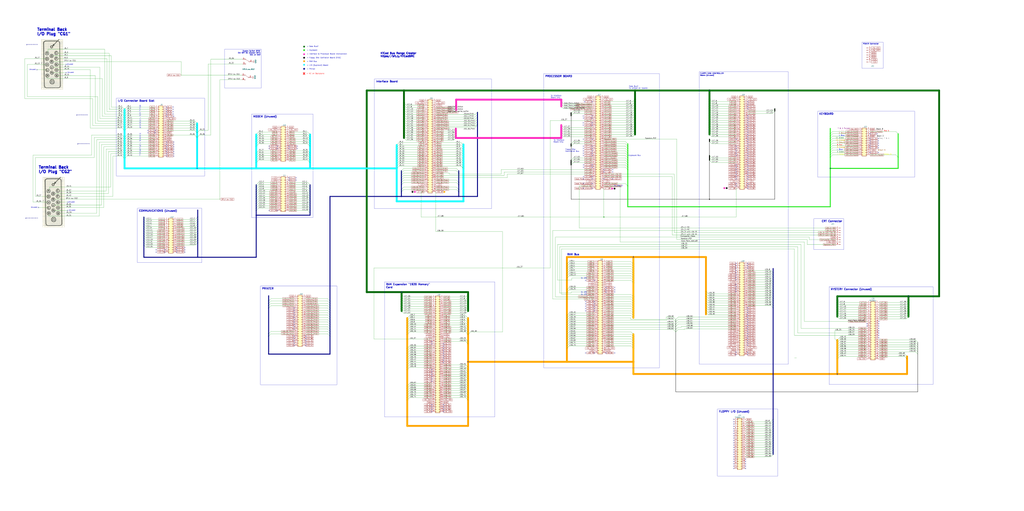
<source format=kicad_sch>
(kicad_sch (version 20230121) (generator eeschema)
  (paper "User" 1111 554.99)
  (lib_symbols
    (symbol "Connector:Conn_01x07_Pin" (pin_names (offset 1.016) hide)
      (property "Reference" "J" (at 0 10.16 0))
      (property "Value" "Conn_01x07_Pin" (at 0 -10.16 0))
      (symbol "Conn_01x07_Pin_1_1"
        (pin passive line (at 5.08 7.62 180) (length 3.81) (name "Pin_1") (number "1"))
        (pin passive line (at 5.08 5.08 180) (length 3.81) (name "Pin_2") (number "2"))
        (pin passive line (at 5.08 2.54 180) (length 3.81) (name "Pin_3") (number "3"))
        (pin passive line (at 5.08 0 180) (length 3.81) (name "Pin_4") (number "4"))
        (pin passive line (at 5.08 -2.54 180) (length 3.81) (name "Pin_5") (number "5"))
        (pin passive line (at 5.08 -5.08 180) (length 3.81) (name "Pin_6") (number "6"))
        (pin passive line (at 5.08 -7.62 180) (length 3.81) (name "Pin_7") (number "7"))
      )
    )
    (symbol "Connector:Conn_01x08_Pin" (pin_names (offset 1.016) hide)
      (property "Reference" "J" (at 0 10.16 0))
      (property "Value" "Conn_01x08_Pin" (at 0 -12.7 0))
      (symbol "Conn_01x08_Pin_1_1"
        (pin passive line (at 5.08 7.62 180) (length 3.81) (name "Pin_1") (number "1"))
        (pin passive line (at 5.08 5.08 180) (length 3.81) (name "Pin_2") (number "2"))
        (pin passive line (at 5.08 2.54 180) (length 3.81) (name "Pin_3") (number "3"))
        (pin passive line (at 5.08 0 180) (length 3.81) (name "Pin_4") (number "4"))
        (pin passive line (at 5.08 -2.54 180) (length 3.81) (name "Pin_5") (number "5"))
        (pin passive line (at 5.08 -5.08 180) (length 3.81) (name "Pin_6") (number "6"))
        (pin passive line (at 5.08 -7.62 180) (length 3.81) (name "Pin_7") (number "7"))
        (pin passive line (at 5.08 -10.16 180) (length 3.81) (name "Pin_8") (number "8"))
      )
    )
    (symbol "Connector_Generic:Conn_02x12_Odd_Even" (pin_names (offset 1.016) hide)
      (property "Reference" "J" (at 1.27 15.24 0))
      (property "Value" "Conn_02x12_Odd_Even" (at 1.27 -17.78 0))
      (symbol "Conn_02x12_Odd_Even_1_1"
        (pin passive line (at -5.08 12.7 0) (length 3.81) (name "Pin_1") (number "1"))
        (pin passive line (at 7.62 2.54 180) (length 3.81) (name "Pin_10") (number "10"))
        (pin passive line (at -5.08 0 0) (length 3.81) (name "Pin_11") (number "11"))
        (pin passive line (at 7.62 0 180) (length 3.81) (name "Pin_12") (number "12"))
        (pin passive line (at -5.08 -2.54 0) (length 3.81) (name "Pin_13") (number "13"))
        (pin passive line (at 7.62 -2.54 180) (length 3.81) (name "Pin_14") (number "14"))
        (pin passive line (at -5.08 -5.08 0) (length 3.81) (name "Pin_15") (number "15"))
        (pin passive line (at 7.62 -5.08 180) (length 3.81) (name "Pin_16") (number "16"))
        (pin passive line (at -5.08 -7.62 0) (length 3.81) (name "Pin_17") (number "17"))
        (pin passive line (at 7.62 -7.62 180) (length 3.81) (name "Pin_18") (number "18"))
        (pin passive line (at -5.08 -10.16 0) (length 3.81) (name "Pin_19") (number "19"))
        (pin passive line (at 7.62 12.7 180) (length 3.81) (name "Pin_2") (number "2"))
        (pin passive line (at 7.62 -10.16 180) (length 3.81) (name "Pin_20") (number "20"))
        (pin passive line (at -5.08 -12.7 0) (length 3.81) (name "Pin_21") (number "21"))
        (pin passive line (at 7.62 -12.7 180) (length 3.81) (name "Pin_22") (number "22"))
        (pin passive line (at -5.08 -15.24 0) (length 3.81) (name "Pin_23") (number "23"))
        (pin passive line (at 7.62 -15.24 180) (length 3.81) (name "Pin_24") (number "24"))
        (pin passive line (at -5.08 10.16 0) (length 3.81) (name "Pin_3") (number "3"))
        (pin passive line (at 7.62 10.16 180) (length 3.81) (name "Pin_4") (number "4"))
        (pin passive line (at -5.08 7.62 0) (length 3.81) (name "Pin_5") (number "5"))
        (pin passive line (at 7.62 7.62 180) (length 3.81) (name "Pin_6") (number "6"))
        (pin passive line (at -5.08 5.08 0) (length 3.81) (name "Pin_7") (number "7"))
        (pin passive line (at 7.62 5.08 180) (length 3.81) (name "Pin_8") (number "8"))
        (pin passive line (at -5.08 2.54 0) (length 3.81) (name "Pin_9") (number "9"))
      )
    )
    (symbol "Connector_Generic:Conn_02x15_Odd_Even" (pin_names (offset 1.016) hide)
      (property "Reference" "J" (at 1.27 20.32 0))
      (property "Value" "Conn_02x15_Odd_Even" (at 1.27 -20.32 0))
      (symbol "Conn_02x15_Odd_Even_1_1"
        (pin passive line (at -5.08 17.78 0) (length 3.81) (name "Pin_1") (number "1"))
        (pin passive line (at 7.62 7.62 180) (length 3.81) (name "Pin_10") (number "10"))
        (pin passive line (at -5.08 5.08 0) (length 3.81) (name "Pin_11") (number "11"))
        (pin passive line (at 7.62 5.08 180) (length 3.81) (name "Pin_12") (number "12"))
        (pin passive line (at -5.08 2.54 0) (length 3.81) (name "Pin_13") (number "13"))
        (pin passive line (at 7.62 2.54 180) (length 3.81) (name "Pin_14") (number "14"))
        (pin passive line (at -5.08 0 0) (length 3.81) (name "Pin_15") (number "15"))
        (pin passive line (at 7.62 0 180) (length 3.81) (name "Pin_16") (number "16"))
        (pin passive line (at -5.08 -2.54 0) (length 3.81) (name "Pin_17") (number "17"))
        (pin passive line (at 7.62 -2.54 180) (length 3.81) (name "Pin_18") (number "18"))
        (pin passive line (at -5.08 -5.08 0) (length 3.81) (name "Pin_19") (number "19"))
        (pin passive line (at 7.62 17.78 180) (length 3.81) (name "Pin_2") (number "2"))
        (pin passive line (at 7.62 -5.08 180) (length 3.81) (name "Pin_20") (number "20"))
        (pin passive line (at -5.08 -7.62 0) (length 3.81) (name "Pin_21") (number "21"))
        (pin passive line (at 7.62 -7.62 180) (length 3.81) (name "Pin_22") (number "22"))
        (pin passive line (at -5.08 -10.16 0) (length 3.81) (name "Pin_23") (number "23"))
        (pin passive line (at 7.62 -10.16 180) (length 3.81) (name "Pin_24") (number "24"))
        (pin passive line (at -5.08 -12.7 0) (length 3.81) (name "Pin_25") (number "25"))
        (pin passive line (at 7.62 -12.7 180) (length 3.81) (name "Pin_26") (number "26"))
        (pin passive line (at -5.08 -15.24 0) (length 3.81) (name "Pin_27") (number "27"))
        (pin passive line (at 7.62 -15.24 180) (length 3.81) (name "Pin_28") (number "28"))
        (pin passive line (at -5.08 -17.78 0) (length 3.81) (name "Pin_29") (number "29"))
        (pin passive line (at -5.08 15.24 0) (length 3.81) (name "Pin_3") (number "3"))
        (pin passive line (at 7.62 -17.78 180) (length 3.81) (name "Pin_30") (number "30"))
        (pin passive line (at 7.62 15.24 180) (length 3.81) (name "Pin_4") (number "4"))
        (pin passive line (at -5.08 12.7 0) (length 3.81) (name "Pin_5") (number "5"))
        (pin passive line (at 7.62 12.7 180) (length 3.81) (name "Pin_6") (number "6"))
        (pin passive line (at -5.08 10.16 0) (length 3.81) (name "Pin_7") (number "7"))
        (pin passive line (at 7.62 10.16 180) (length 3.81) (name "Pin_8") (number "8"))
        (pin passive line (at -5.08 7.62 0) (length 3.81) (name "Pin_9") (number "9"))
      )
    )
    (symbol "Connector_Generic:Conn_02x22_Odd_Even" (pin_names (offset 1.016) hide)
      (property "Reference" "J" (at 1.27 27.94 0))
      (property "Value" "Conn_02x22_Odd_Even" (at 1.27 -30.48 0))
      (symbol "Conn_02x22_Odd_Even_1_1"
        (pin passive line (at -5.08 25.4 0) (length 3.81) (name "Pin_1") (number "1"))
        (pin passive line (at 7.62 15.24 180) (length 3.81) (name "Pin_10") (number "10"))
        (pin passive line (at -5.08 12.7 0) (length 3.81) (name "Pin_11") (number "11"))
        (pin passive line (at 7.62 12.7 180) (length 3.81) (name "Pin_12") (number "12"))
        (pin passive line (at -5.08 10.16 0) (length 3.81) (name "Pin_13") (number "13"))
        (pin passive line (at 7.62 10.16 180) (length 3.81) (name "Pin_14") (number "14"))
        (pin passive line (at -5.08 7.62 0) (length 3.81) (name "Pin_15") (number "15"))
        (pin passive line (at 7.62 7.62 180) (length 3.81) (name "Pin_16") (number "16"))
        (pin passive line (at -5.08 5.08 0) (length 3.81) (name "Pin_17") (number "17"))
        (pin passive line (at 7.62 5.08 180) (length 3.81) (name "Pin_18") (number "18"))
        (pin passive line (at -5.08 2.54 0) (length 3.81) (name "Pin_19") (number "19"))
        (pin passive line (at 7.62 25.4 180) (length 3.81) (name "Pin_2") (number "2"))
        (pin passive line (at 7.62 2.54 180) (length 3.81) (name "Pin_20") (number "20"))
        (pin passive line (at -5.08 0 0) (length 3.81) (name "Pin_21") (number "21"))
        (pin passive line (at 7.62 0 180) (length 3.81) (name "Pin_22") (number "22"))
        (pin passive line (at -5.08 -2.54 0) (length 3.81) (name "Pin_23") (number "23"))
        (pin passive line (at 7.62 -2.54 180) (length 3.81) (name "Pin_24") (number "24"))
        (pin passive line (at -5.08 -5.08 0) (length 3.81) (name "Pin_25") (number "25"))
        (pin passive line (at 7.62 -5.08 180) (length 3.81) (name "Pin_26") (number "26"))
        (pin passive line (at -5.08 -7.62 0) (length 3.81) (name "Pin_27") (number "27"))
        (pin passive line (at 7.62 -7.62 180) (length 3.81) (name "Pin_28") (number "28"))
        (pin passive line (at -5.08 -10.16 0) (length 3.81) (name "Pin_29") (number "29"))
        (pin passive line (at -5.08 22.86 0) (length 3.81) (name "Pin_3") (number "3"))
        (pin passive line (at 7.62 -10.16 180) (length 3.81) (name "Pin_30") (number "30"))
        (pin passive line (at -5.08 -12.7 0) (length 3.81) (name "Pin_31") (number "31"))
        (pin passive line (at 7.62 -12.7 180) (length 3.81) (name "Pin_32") (number "32"))
        (pin passive line (at -5.08 -15.24 0) (length 3.81) (name "Pin_33") (number "33"))
        (pin passive line (at 7.62 -15.24 180) (length 3.81) (name "Pin_34") (number "34"))
        (pin passive line (at -5.08 -17.78 0) (length 3.81) (name "Pin_35") (number "35"))
        (pin passive line (at 7.62 -17.78 180) (length 3.81) (name "Pin_36") (number "36"))
        (pin passive line (at -5.08 -20.32 0) (length 3.81) (name "Pin_37") (number "37"))
        (pin passive line (at 7.62 -20.32 180) (length 3.81) (name "Pin_38") (number "38"))
        (pin passive line (at -5.08 -22.86 0) (length 3.81) (name "Pin_39") (number "39"))
        (pin passive line (at 7.62 22.86 180) (length 3.81) (name "Pin_4") (number "4"))
        (pin passive line (at 7.62 -22.86 180) (length 3.81) (name "Pin_40") (number "40"))
        (pin passive line (at -5.08 -25.4 0) (length 3.81) (name "Pin_41") (number "41"))
        (pin passive line (at 7.62 -25.4 180) (length 3.81) (name "Pin_42") (number "42"))
        (pin passive line (at -5.08 -27.94 0) (length 3.81) (name "Pin_43") (number "43"))
        (pin passive line (at 7.62 -27.94 180) (length 3.81) (name "Pin_44") (number "44"))
        (pin passive line (at -5.08 20.32 0) (length 3.81) (name "Pin_5") (number "5"))
        (pin passive line (at 7.62 20.32 180) (length 3.81) (name "Pin_6") (number "6"))
        (pin passive line (at -5.08 17.78 0) (length 3.81) (name "Pin_7") (number "7"))
        (pin passive line (at 7.62 17.78 180) (length 3.81) (name "Pin_8") (number "8"))
        (pin passive line (at -5.08 15.24 0) (length 3.81) (name "Pin_9") (number "9"))
      )
    )
    (symbol "Connector_Generic:Conn_02x25_Odd_Even" (pin_names (offset 1.016) hide)
      (property "Reference" "J" (at 1.27 33.02 0))
      (property "Value" "Conn_02x25_Odd_Even" (at 1.27 -33.02 0))
      (symbol "Conn_02x25_Odd_Even_1_1"
        (pin passive line (at -5.08 30.48 0) (length 3.81) (name "Pin_1") (number "1"))
        (pin passive line (at 7.62 20.32 180) (length 3.81) (name "Pin_10") (number "10"))
        (pin passive line (at -5.08 17.78 0) (length 3.81) (name "Pin_11") (number "11"))
        (pin passive line (at 7.62 17.78 180) (length 3.81) (name "Pin_12") (number "12"))
        (pin passive line (at -5.08 15.24 0) (length 3.81) (name "Pin_13") (number "13"))
        (pin passive line (at 7.62 15.24 180) (length 3.81) (name "Pin_14") (number "14"))
        (pin passive line (at -5.08 12.7 0) (length 3.81) (name "Pin_15") (number "15"))
        (pin passive line (at 7.62 12.7 180) (length 3.81) (name "Pin_16") (number "16"))
        (pin passive line (at -5.08 10.16 0) (length 3.81) (name "Pin_17") (number "17"))
        (pin passive line (at 7.62 10.16 180) (length 3.81) (name "Pin_18") (number "18"))
        (pin passive line (at -5.08 7.62 0) (length 3.81) (name "Pin_19") (number "19"))
        (pin passive line (at 7.62 30.48 180) (length 3.81) (name "Pin_2") (number "2"))
        (pin passive line (at 7.62 7.62 180) (length 3.81) (name "Pin_20") (number "20"))
        (pin passive line (at -5.08 5.08 0) (length 3.81) (name "Pin_21") (number "21"))
        (pin passive line (at 7.62 5.08 180) (length 3.81) (name "Pin_22") (number "22"))
        (pin passive line (at -5.08 2.54 0) (length 3.81) (name "Pin_23") (number "23"))
        (pin passive line (at 7.62 2.54 180) (length 3.81) (name "Pin_24") (number "24"))
        (pin passive line (at -5.08 0 0) (length 3.81) (name "Pin_25") (number "25"))
        (pin passive line (at 7.62 0 180) (length 3.81) (name "Pin_26") (number "26"))
        (pin passive line (at -5.08 -2.54 0) (length 3.81) (name "Pin_27") (number "27"))
        (pin passive line (at 7.62 -2.54 180) (length 3.81) (name "Pin_28") (number "28"))
        (pin passive line (at -5.08 -5.08 0) (length 3.81) (name "Pin_29") (number "29"))
        (pin passive line (at -5.08 27.94 0) (length 3.81) (name "Pin_3") (number "3"))
        (pin passive line (at 7.62 -5.08 180) (length 3.81) (name "Pin_30") (number "30"))
        (pin passive line (at -5.08 -7.62 0) (length 3.81) (name "Pin_31") (number "31"))
        (pin passive line (at 7.62 -7.62 180) (length 3.81) (name "Pin_32") (number "32"))
        (pin passive line (at -5.08 -10.16 0) (length 3.81) (name "Pin_33") (number "33"))
        (pin passive line (at 7.62 -10.16 180) (length 3.81) (name "Pin_34") (number "34"))
        (pin passive line (at -5.08 -12.7 0) (length 3.81) (name "Pin_35") (number "35"))
        (pin passive line (at 7.62 -12.7 180) (length 3.81) (name "Pin_36") (number "36"))
        (pin passive line (at -5.08 -15.24 0) (length 3.81) (name "Pin_37") (number "37"))
        (pin passive line (at 7.62 -15.24 180) (length 3.81) (name "Pin_38") (number "38"))
        (pin passive line (at -5.08 -17.78 0) (length 3.81) (name "Pin_39") (number "39"))
        (pin passive line (at 7.62 27.94 180) (length 3.81) (name "Pin_4") (number "4"))
        (pin passive line (at 7.62 -17.78 180) (length 3.81) (name "Pin_40") (number "40"))
        (pin passive line (at -5.08 -20.32 0) (length 3.81) (name "Pin_41") (number "41"))
        (pin passive line (at 7.62 -20.32 180) (length 3.81) (name "Pin_42") (number "42"))
        (pin passive line (at -5.08 -22.86 0) (length 3.81) (name "Pin_43") (number "43"))
        (pin passive line (at 7.62 -22.86 180) (length 3.81) (name "Pin_44") (number "44"))
        (pin passive line (at -5.08 -25.4 0) (length 3.81) (name "Pin_45") (number "45"))
        (pin passive line (at 7.62 -25.4 180) (length 3.81) (name "Pin_46") (number "46"))
        (pin passive line (at -5.08 -27.94 0) (length 3.81) (name "Pin_47") (number "47"))
        (pin passive line (at 7.62 -27.94 180) (length 3.81) (name "Pin_48") (number "48"))
        (pin passive line (at -5.08 -30.48 0) (length 3.81) (name "Pin_49") (number "49"))
        (pin passive line (at -5.08 25.4 0) (length 3.81) (name "Pin_5") (number "5"))
        (pin passive line (at 7.62 -30.48 180) (length 3.81) (name "Pin_50") (number "50"))
        (pin passive line (at 7.62 25.4 180) (length 3.81) (name "Pin_6") (number "6"))
        (pin passive line (at -5.08 22.86 0) (length 3.81) (name "Pin_7") (number "7"))
        (pin passive line (at 7.62 22.86 180) (length 3.81) (name "Pin_8") (number "8"))
        (pin passive line (at -5.08 20.32 0) (length 3.81) (name "Pin_9") (number "9"))
      )
    )
    (symbol "Connector_Generic:Conn_02x40_Odd_Even" (pin_names (offset 1.016) hide)
      (property "Reference" "J" (at 1.27 50.8 0))
      (property "Value" "Conn_02x40_Odd_Even" (at 1.27 -53.34 0))
      (symbol "Conn_02x40_Odd_Even_1_1"
        (pin passive line (at -5.08 48.26 0) (length 3.81) (name "Pin_1") (number "1"))
        (pin passive line (at 7.62 38.1 180) (length 3.81) (name "Pin_10") (number "10"))
        (pin passive line (at -5.08 35.56 0) (length 3.81) (name "Pin_11") (number "11"))
        (pin passive line (at 7.62 35.56 180) (length 3.81) (name "Pin_12") (number "12"))
        (pin passive line (at -5.08 33.02 0) (length 3.81) (name "Pin_13") (number "13"))
        (pin passive line (at 7.62 33.02 180) (length 3.81) (name "Pin_14") (number "14"))
        (pin passive line (at -5.08 30.48 0) (length 3.81) (name "Pin_15") (number "15"))
        (pin passive line (at 7.62 30.48 180) (length 3.81) (name "Pin_16") (number "16"))
        (pin passive line (at -5.08 27.94 0) (length 3.81) (name "Pin_17") (number "17"))
        (pin passive line (at 7.62 27.94 180) (length 3.81) (name "Pin_18") (number "18"))
        (pin passive line (at -5.08 25.4 0) (length 3.81) (name "Pin_19") (number "19"))
        (pin passive line (at 7.62 48.26 180) (length 3.81) (name "Pin_2") (number "2"))
        (pin passive line (at 7.62 25.4 180) (length 3.81) (name "Pin_20") (number "20"))
        (pin passive line (at -5.08 22.86 0) (length 3.81) (name "Pin_21") (number "21"))
        (pin passive line (at 7.62 22.86 180) (length 3.81) (name "Pin_22") (number "22"))
        (pin passive line (at -5.08 20.32 0) (length 3.81) (name "Pin_23") (number "23"))
        (pin passive line (at 7.62 20.32 180) (length 3.81) (name "Pin_24") (number "24"))
        (pin passive line (at -5.08 17.78 0) (length 3.81) (name "Pin_25") (number "25"))
        (pin passive line (at 7.62 17.78 180) (length 3.81) (name "Pin_26") (number "26"))
        (pin passive line (at -5.08 15.24 0) (length 3.81) (name "Pin_27") (number "27"))
        (pin passive line (at 7.62 15.24 180) (length 3.81) (name "Pin_28") (number "28"))
        (pin passive line (at -5.08 12.7 0) (length 3.81) (name "Pin_29") (number "29"))
        (pin passive line (at -5.08 45.72 0) (length 3.81) (name "Pin_3") (number "3"))
        (pin passive line (at 7.62 12.7 180) (length 3.81) (name "Pin_30") (number "30"))
        (pin passive line (at -5.08 10.16 0) (length 3.81) (name "Pin_31") (number "31"))
        (pin passive line (at 7.62 10.16 180) (length 3.81) (name "Pin_32") (number "32"))
        (pin passive line (at -5.08 7.62 0) (length 3.81) (name "Pin_33") (number "33"))
        (pin passive line (at 7.62 7.62 180) (length 3.81) (name "Pin_34") (number "34"))
        (pin passive line (at -5.08 5.08 0) (length 3.81) (name "Pin_35") (number "35"))
        (pin passive line (at 7.62 5.08 180) (length 3.81) (name "Pin_36") (number "36"))
        (pin passive line (at -5.08 2.54 0) (length 3.81) (name "Pin_37") (number "37"))
        (pin passive line (at 7.62 2.54 180) (length 3.81) (name "Pin_38") (number "38"))
        (pin passive line (at -5.08 0 0) (length 3.81) (name "Pin_39") (number "39"))
        (pin passive line (at 7.62 45.72 180) (length 3.81) (name "Pin_4") (number "4"))
        (pin passive line (at 7.62 0 180) (length 3.81) (name "Pin_40") (number "40"))
        (pin passive line (at -5.08 -2.54 0) (length 3.81) (name "Pin_41") (number "41"))
        (pin passive line (at 7.62 -2.54 180) (length 3.81) (name "Pin_42") (number "42"))
        (pin passive line (at -5.08 -5.08 0) (length 3.81) (name "Pin_43") (number "43"))
        (pin passive line (at 7.62 -5.08 180) (length 3.81) (name "Pin_44") (number "44"))
        (pin passive line (at -5.08 -7.62 0) (length 3.81) (name "Pin_45") (number "45"))
        (pin passive line (at 7.62 -7.62 180) (length 3.81) (name "Pin_46") (number "46"))
        (pin passive line (at -5.08 -10.16 0) (length 3.81) (name "Pin_47") (number "47"))
        (pin passive line (at 7.62 -10.16 180) (length 3.81) (name "Pin_48") (number "48"))
        (pin passive line (at -5.08 -12.7 0) (length 3.81) (name "Pin_49") (number "49"))
        (pin passive line (at -5.08 43.18 0) (length 3.81) (name "Pin_5") (number "5"))
        (pin passive line (at 7.62 -12.7 180) (length 3.81) (name "Pin_50") (number "50"))
        (pin passive line (at -5.08 -15.24 0) (length 3.81) (name "Pin_51") (number "51"))
        (pin passive line (at 7.62 -15.24 180) (length 3.81) (name "Pin_52") (number "52"))
        (pin passive line (at -5.08 -17.78 0) (length 3.81) (name "Pin_53") (number "53"))
        (pin passive line (at 7.62 -17.78 180) (length 3.81) (name "Pin_54") (number "54"))
        (pin passive line (at -5.08 -20.32 0) (length 3.81) (name "Pin_55") (number "55"))
        (pin passive line (at 7.62 -20.32 180) (length 3.81) (name "Pin_56") (number "56"))
        (pin passive line (at -5.08 -22.86 0) (length 3.81) (name "Pin_57") (number "57"))
        (pin passive line (at 7.62 -22.86 180) (length 3.81) (name "Pin_58") (number "58"))
        (pin passive line (at -5.08 -25.4 0) (length 3.81) (name "Pin_59") (number "59"))
        (pin passive line (at 7.62 43.18 180) (length 3.81) (name "Pin_6") (number "6"))
        (pin passive line (at 7.62 -25.4 180) (length 3.81) (name "Pin_60") (number "60"))
        (pin passive line (at -5.08 -27.94 0) (length 3.81) (name "Pin_61") (number "61"))
        (pin passive line (at 7.62 -27.94 180) (length 3.81) (name "Pin_62") (number "62"))
        (pin passive line (at -5.08 -30.48 0) (length 3.81) (name "Pin_63") (number "63"))
        (pin passive line (at 7.62 -30.48 180) (length 3.81) (name "Pin_64") (number "64"))
        (pin passive line (at -5.08 -33.02 0) (length 3.81) (name "Pin_65") (number "65"))
        (pin passive line (at 7.62 -33.02 180) (length 3.81) (name "Pin_66") (number "66"))
        (pin passive line (at -5.08 -35.56 0) (length 3.81) (name "Pin_67") (number "67"))
        (pin passive line (at 7.62 -35.56 180) (length 3.81) (name "Pin_68") (number "68"))
        (pin passive line (at -5.08 -38.1 0) (length 3.81) (name "Pin_69") (number "69"))
        (pin passive line (at -5.08 40.64 0) (length 3.81) (name "Pin_7") (number "7"))
        (pin passive line (at 7.62 -38.1 180) (length 3.81) (name "Pin_70") (number "70"))
        (pin passive line (at -5.08 -40.64 0) (length 3.81) (name "Pin_71") (number "71"))
        (pin passive line (at 7.62 -40.64 180) (length 3.81) (name "Pin_72") (number "72"))
        (pin passive line (at -5.08 -43.18 0) (length 3.81) (name "Pin_73") (number "73"))
        (pin passive line (at 7.62 -43.18 180) (length 3.81) (name "Pin_74") (number "74"))
        (pin passive line (at -5.08 -45.72 0) (length 3.81) (name "Pin_75") (number "75"))
        (pin passive line (at 7.62 -45.72 180) (length 3.81) (name "Pin_76") (number "76"))
        (pin passive line (at -5.08 -48.26 0) (length 3.81) (name "Pin_77") (number "77"))
        (pin passive line (at 7.62 -48.26 180) (length 3.81) (name "Pin_78") (number "78"))
        (pin passive line (at -5.08 -50.8 0) (length 3.81) (name "Pin_79") (number "79"))
        (pin passive line (at 7.62 40.64 180) (length 3.81) (name "Pin_8") (number "8"))
        (pin passive line (at 7.62 -50.8 180) (length 3.81) (name "Pin_80") (number "80"))
        (pin passive line (at -5.08 38.1 0) (length 3.81) (name "Pin_9") (number "9"))
      )
    )
    (symbol "ForgottenMachines:Conn_02x50_Odd_Even" (pin_names (offset 1.016) hide)
      (property "Reference" "J" (at 1.27 50.8 0))
      (property "Value" "Conn_02x50_Odd_Even" (at -88.9 -26.67 0))
      (symbol "Conn_02x50_Odd_Even_1_1"
        (pin passive line (at -5.08 48.26 0) (length 3.81) (name "Pin_1") (number "1"))
        (pin passive line (at 7.62 38.1 180) (length 3.81) (name "Pin_10") (number "10"))
        (pin passive line (at 7.62 -76.2 180) (length 3.81) (name "Pin_100") (number "100"))
        (pin passive line (at -5.08 35.56 0) (length 3.81) (name "Pin_11") (number "11"))
        (pin passive line (at 7.62 35.56 180) (length 3.81) (name "Pin_12") (number "12"))
        (pin passive line (at -5.08 33.02 0) (length 3.81) (name "Pin_13") (number "13"))
        (pin passive line (at 7.62 33.02 180) (length 3.81) (name "Pin_14") (number "14"))
        (pin passive line (at -5.08 30.48 0) (length 3.81) (name "Pin_15") (number "15"))
        (pin passive line (at 7.62 30.48 180) (length 3.81) (name "Pin_16") (number "16"))
        (pin passive line (at -5.08 27.94 0) (length 3.81) (name "Pin_17") (number "17"))
        (pin passive line (at 7.62 27.94 180) (length 3.81) (name "Pin_18") (number "18"))
        (pin passive line (at -5.08 25.4 0) (length 3.81) (name "Pin_19") (number "19"))
        (pin passive line (at 7.62 48.26 180) (length 3.81) (name "Pin_2") (number "2"))
        (pin passive line (at 7.62 25.4 180) (length 3.81) (name "Pin_20") (number "20"))
        (pin passive line (at -5.08 22.86 0) (length 3.81) (name "Pin_21") (number "21"))
        (pin passive line (at 7.62 22.86 180) (length 3.81) (name "Pin_22") (number "22"))
        (pin passive line (at -5.08 20.32 0) (length 3.81) (name "Pin_23") (number "23"))
        (pin passive line (at 7.62 20.32 180) (length 3.81) (name "Pin_24") (number "24"))
        (pin passive line (at -5.08 17.78 0) (length 3.81) (name "Pin_25") (number "25"))
        (pin passive line (at 7.62 17.78 180) (length 3.81) (name "Pin_26") (number "26"))
        (pin passive line (at -5.08 15.24 0) (length 3.81) (name "Pin_27") (number "27"))
        (pin passive line (at 7.62 15.24 180) (length 3.81) (name "Pin_28") (number "28"))
        (pin passive line (at -5.08 12.7 0) (length 3.81) (name "Pin_29") (number "29"))
        (pin passive line (at -5.08 45.72 0) (length 3.81) (name "Pin_3") (number "3"))
        (pin passive line (at 7.62 12.7 180) (length 3.81) (name "Pin_30") (number "30"))
        (pin passive line (at -5.08 10.16 0) (length 3.81) (name "Pin_31") (number "31"))
        (pin passive line (at 7.62 10.16 180) (length 3.81) (name "Pin_32") (number "32"))
        (pin passive line (at -5.08 7.62 0) (length 3.81) (name "Pin_33") (number "33"))
        (pin passive line (at 7.62 7.62 180) (length 3.81) (name "Pin_34") (number "34"))
        (pin passive line (at -5.08 5.08 0) (length 3.81) (name "Pin_35") (number "35"))
        (pin passive line (at 7.62 5.08 180) (length 3.81) (name "Pin_36") (number "36"))
        (pin passive line (at -5.08 2.54 0) (length 3.81) (name "Pin_37") (number "37"))
        (pin passive line (at 7.62 2.54 180) (length 3.81) (name "Pin_38") (number "38"))
        (pin passive line (at -5.08 0 0) (length 3.81) (name "Pin_39") (number "39"))
        (pin passive line (at 7.62 45.72 180) (length 3.81) (name "Pin_4") (number "4"))
        (pin passive line (at 7.62 0 180) (length 3.81) (name "Pin_40") (number "40"))
        (pin passive line (at -5.08 -2.54 0) (length 3.81) (name "Pin_41") (number "41"))
        (pin passive line (at 7.62 -2.54 180) (length 3.81) (name "Pin_42") (number "42"))
        (pin passive line (at -5.08 -5.08 0) (length 3.81) (name "Pin_43") (number "43"))
        (pin passive line (at 7.62 -5.08 180) (length 3.81) (name "Pin_44") (number "44"))
        (pin passive line (at -5.08 -7.62 0) (length 3.81) (name "Pin_45") (number "45"))
        (pin passive line (at 7.62 -7.62 180) (length 3.81) (name "Pin_46") (number "46"))
        (pin passive line (at -5.08 -10.16 0) (length 3.81) (name "Pin_47") (number "47"))
        (pin passive line (at 7.62 -10.16 180) (length 3.81) (name "Pin_48") (number "48"))
        (pin passive line (at -5.08 -12.7 0) (length 3.81) (name "Pin_49") (number "49"))
        (pin passive line (at -5.08 43.18 0) (length 3.81) (name "Pin_5") (number "5"))
        (pin passive line (at 7.62 -12.7 180) (length 3.81) (name "Pin_50") (number "50"))
        (pin passive line (at -5.08 -15.24 0) (length 3.81) (name "Pin_51") (number "51"))
        (pin passive line (at 7.62 -15.24 180) (length 3.81) (name "Pin_52") (number "52"))
        (pin passive line (at -5.08 -17.78 0) (length 3.81) (name "Pin_53") (number "53"))
        (pin passive line (at 7.62 -17.78 180) (length 3.81) (name "Pin_54") (number "54"))
        (pin passive line (at -5.08 -20.32 0) (length 3.81) (name "Pin_55") (number "55"))
        (pin passive line (at 7.62 -20.32 180) (length 3.81) (name "Pin_56") (number "56"))
        (pin passive line (at -5.08 -22.86 0) (length 3.81) (name "Pin_57") (number "57"))
        (pin passive line (at 7.62 -22.86 180) (length 3.81) (name "Pin_58") (number "58"))
        (pin passive line (at -5.08 -25.4 0) (length 3.81) (name "Pin_59") (number "59"))
        (pin passive line (at 7.62 43.18 180) (length 3.81) (name "Pin_6") (number "6"))
        (pin passive line (at 7.62 -25.4 180) (length 3.81) (name "Pin_60") (number "60"))
        (pin passive line (at -5.08 -27.94 0) (length 3.81) (name "Pin_61") (number "61"))
        (pin passive line (at 7.62 -27.94 180) (length 3.81) (name "Pin_62") (number "62"))
        (pin passive line (at -5.08 -30.48 0) (length 3.81) (name "Pin_63") (number "63"))
        (pin passive line (at 7.62 -30.48 180) (length 3.81) (name "Pin_64") (number "64"))
        (pin passive line (at -5.08 -33.02 0) (length 3.81) (name "Pin_65") (number "65"))
        (pin passive line (at 7.62 -33.02 180) (length 3.81) (name "Pin_66") (number "66"))
        (pin passive line (at -5.08 -35.56 0) (length 3.81) (name "Pin_67") (number "67"))
        (pin passive line (at 7.62 -35.56 180) (length 3.81) (name "Pin_68") (number "68"))
        (pin passive line (at -5.08 -38.1 0) (length 3.81) (name "Pin_69") (number "69"))
        (pin passive line (at -5.08 40.64 0) (length 3.81) (name "Pin_7") (number "7"))
        (pin passive line (at 7.62 -38.1 180) (length 3.81) (name "Pin_70") (number "70"))
        (pin passive line (at -5.08 -40.64 0) (length 3.81) (name "Pin_71") (number "71"))
        (pin passive line (at 7.62 -40.64 180) (length 3.81) (name "Pin_72") (number "72"))
        (pin passive line (at -5.08 -43.18 0) (length 3.81) (name "Pin_73") (number "73"))
        (pin passive line (at 7.62 -43.18 180) (length 3.81) (name "Pin_74") (number "74"))
        (pin passive line (at -5.08 -45.72 0) (length 3.81) (name "Pin_75") (number "75"))
        (pin passive line (at 7.62 -45.72 180) (length 3.81) (name "Pin_76") (number "76"))
        (pin passive line (at -5.08 -48.26 0) (length 3.81) (name "Pin_77") (number "77"))
        (pin passive line (at 7.62 -48.26 180) (length 3.81) (name "Pin_78") (number "78"))
        (pin passive line (at -5.08 -50.8 0) (length 3.81) (name "Pin_79") (number "79"))
        (pin passive line (at 7.62 40.64 180) (length 3.81) (name "Pin_8") (number "8"))
        (pin passive line (at 7.62 -50.8 180) (length 3.81) (name "Pin_80") (number "80"))
        (pin passive line (at -5.08 -53.34 0) (length 3.81) (name "Pin_81") (number "81"))
        (pin passive line (at 7.62 -53.34 180) (length 3.81) (name "Pin_82") (number "82"))
        (pin passive line (at -5.08 -55.88 0) (length 3.81) (name "Pin_83") (number "83"))
        (pin passive line (at 7.62 -55.88 180) (length 3.81) (name "Pin_84") (number "84"))
        (pin passive line (at -5.08 -58.42 0) (length 3.81) (name "Pin_85") (number "85"))
        (pin passive line (at 7.62 -58.42 180) (length 3.81) (name "Pin_86") (number "86"))
        (pin passive line (at -5.08 -60.96 0) (length 3.81) (name "Pin_87") (number "87"))
        (pin passive line (at 7.62 -60.96 180) (length 3.81) (name "Pin_88") (number "88"))
        (pin passive line (at -5.08 -63.5 0) (length 3.81) (name "Pin_89") (number "89"))
        (pin passive line (at -5.08 38.1 0) (length 3.81) (name "Pin_9") (number "9"))
        (pin passive line (at 7.62 -63.5 180) (length 3.81) (name "Pin_90") (number "90"))
        (pin passive line (at -5.08 -66.04 0) (length 3.81) (name "Pin_91") (number "91"))
        (pin passive line (at 7.62 -66.04 180) (length 3.81) (name "Pin_92") (number "92"))
        (pin passive line (at -5.08 -68.58 0) (length 3.81) (name "Pin_93") (number "93"))
        (pin passive line (at 7.62 -68.58 180) (length 3.81) (name "Pin_94") (number "94"))
        (pin passive line (at -5.08 -71.12 0) (length 3.81) (name "Pin_95") (number "95"))
        (pin passive line (at 7.62 -71.12 180) (length 3.81) (name "Pin_96") (number "96"))
        (pin passive line (at -5.08 -73.66 0) (length 3.81) (name "Pin_97") (number "97"))
        (pin passive line (at 7.62 -73.66 180) (length 3.81) (name "Pin_98") (number "98"))
        (pin passive line (at -5.08 -76.2 0) (length 3.81) (name "Pin_99") (number "99"))
      )
    )
    (symbol "Switch:SW_SPDT" (pin_names (offset 0) hide)
      (property "Reference" "SW" (at 0 4.318 0))
      (property "Value" "SW_SPDT" (at 0 -5.08 0))
      (symbol "SW_SPDT_1_1"
        (pin passive line (at 5.08 2.54 180) (length 2.54) (name "A") (number "1"))
        (pin passive line (at -5.08 0 0) (length 2.54) (name "B") (number "2"))
        (pin passive line (at 5.08 -2.54 180) (length 2.54) (name "C") (number "3"))
      )
    )
    (symbol "power:GND" (power) (pin_names (offset 0))
      (property "Value" "GND" (at 0 -3.81 0))
      (symbol "GND_1_1"
        (pin power_in line (at 0 0 270) (length 0) hide (name "GND") (number "1"))
      )
    )
  )
  (junction (at 687.197 392.938) (color 255 165 0 1))
  (junction (at 213.868 182.88))
  (junction (at 769.747 98.298))
  (junction (at 336.423 182.88) (color 18 244 255 1))
  (junction (at 688.975 98.298) (color 5 102 8 1))
  (junction (at 655.193 235.712))
  (junction (at 435.483 213.36))
  (junction (at 278.003 182.88) (color 18 244 255 1))
  (junction (at 507.873 392.938))
  (junction (at 687.197 279.146))
  (junction (at 438.277 98.298) (color 5 102 8 1))
  (junction (at 278.003 233.68))
  (junction (at 497.713 213.36))
  (junction (at 769.747 216.408) (color 0 0 0 1))
  (junction (at 900.811 182.88))
  (junction (at 615.061 392.938) (color 255 165 0 1))
  (junction (at 214.503 279.4))
  (junction (at 908.431 406.146))
  (junction (at 985.647 321.818))
  (junction (at 435.737 317.246))
  (no_connect (at 331.851 372.618))
  (no_connect (at 300.863 228.6))
  (no_connect (at 468.503 401.32))
  (no_connect (at 796.163 483.362))
  (no_connect (at 633.095 179.07))
  (no_connect (at 798.449 293.624))
  (no_connect (at 796.163 485.902))
  (no_connect (at 642.493 110.49))
  (no_connect (at 644.779 337.566))
  (no_connect (at 811.403 166.37))
  (no_connect (at 798.449 308.864))
  (no_connect (at 319.151 342.138))
  (no_connect (at 952.881 150.368))
  (no_connect (at 331.851 375.158))
  (no_connect (at 291.973 158.75))
  (no_connect (at 300.863 158.75))
  (no_connect (at 632.968 163.83))
  (no_connect (at 187.833 121.285))
  (no_connect (at 180.848 121.285))
  (no_connect (at 953.389 356.616))
  (no_connect (at 319.151 375.158))
  (no_connect (at 811.149 385.064))
  (no_connect (at 632.968 161.29))
  (no_connect (at 811.149 364.744))
  (no_connect (at 798.703 189.23))
  (no_connect (at 796.163 455.422))
  (no_connect (at 180.848 126.365))
  (no_connect (at 953.389 366.776))
  (no_connect (at 664.718 184.15))
  (no_connect (at 188.468 169.545))
  (no_connect (at 468.503 403.86))
  (no_connect (at 952.881 155.448))
  (no_connect (at 798.703 158.75))
  (no_connect (at 635.381 304.546))
  (no_connect (at 319.151 372.618))
  (no_connect (at 73.406 219.583))
  (no_connect (at 180.848 159.385))
  (no_connect (at 811.403 115.57))
  (no_connect (at 313.563 195.58))
  (no_connect (at 811.403 204.47))
  (no_connect (at 811.403 135.89))
  (no_connect (at 644.779 329.946))
  (no_connect (at 313.563 193.04))
  (no_connect (at 160.528 144.145))
  (no_connect (at 811.149 346.964))
  (no_connect (at 657.479 314.706))
  (no_connect (at 319.151 337.058))
  (no_connect (at 798.449 288.544))
  (no_connect (at 811.149 344.424))
  (no_connect (at 798.703 166.37))
  (no_connect (at 943.991 160.528))
  (no_connect (at 642.493 166.37))
  (no_connect (at 798.703 163.83))
  (no_connect (at 642.493 133.35))
  (no_connect (at 481.203 447.04))
  (no_connect (at 632.968 204.47))
  (no_connect (at 633.095 194.31))
  (no_connect (at 200.533 273.812))
  (no_connect (at 635.381 335.026))
  (no_connect (at 642.493 181.61))
  (no_connect (at 811.149 367.284))
  (no_connect (at 940.689 351.536))
  (no_connect (at 808.863 506.222))
  (no_connect (at 798.703 186.69))
  (no_connect (at 796.163 470.662))
  (no_connect (at 633.095 181.61))
  (no_connect (at 319.151 370.078))
  (no_connect (at 811.403 146.05))
  (no_connect (at 200.533 271.272))
  (no_connect (at 953.389 359.156))
  (no_connect (at 468.503 441.96))
  (no_connect (at 468.503 414.02))
  (no_connect (at 953.389 351.536))
  (no_connect (at 191.643 268.732))
  (no_connect (at 319.151 344.678))
  (no_connect (at 632.841 135.89))
  (no_connect (at 798.703 194.31))
  (no_connect (at 798.703 184.15))
  (no_connect (at 319.151 364.998))
  (no_connect (at 481.203 388.62))
  (no_connect (at 952.881 157.988))
  (no_connect (at 169.418 273.812))
  (no_connect (at 811.403 148.59))
  (no_connect (at 319.151 357.378))
  (no_connect (at 943.991 150.368))
  (no_connect (at 798.449 298.704))
  (no_connect (at 953.643 348.996))
  (no_connect (at 642.493 163.83))
  (no_connect (at 952.881 160.528))
  (no_connect (at 642.493 158.75))
  (no_connect (at 319.151 352.298))
  (no_connect (at 633.095 128.27))
  (no_connect (at 796.163 457.962))
  (no_connect (at 319.151 347.218))
  (no_connect (at 180.848 164.465))
  (no_connect (at 811.149 362.204))
  (no_connect (at 180.848 156.845))
  (no_connect (at 642.493 168.91))
  (no_connect (at 811.149 334.264))
  (no_connect (at 642.493 194.31))
  (no_connect (at 71.755 78.867))
  (no_connect (at 180.848 116.205))
  (no_connect (at 943.991 155.448))
  (no_connect (at 811.403 194.31))
  (no_connect (at 632.841 125.984))
  (no_connect (at 655.193 186.69))
  (no_connect (at 300.863 161.29))
  (no_connect (at 664.718 194.31))
  (no_connect (at 798.449 286.004))
  (no_connect (at 811.403 143.51))
  (no_connect (at 642.493 161.29))
  (no_connect (at 796.163 501.142))
  (no_connect (at 811.403 151.13))
  (no_connect (at 811.403 113.03))
  (no_connect (at 798.449 316.484))
  (no_connect (at 188.468 126.365))
  (no_connect (at 188.468 161.925))
  (no_connect (at 796.163 493.522))
  (no_connect (at 808.863 508.762))
  (no_connect (at 633.095 199.136))
  (no_connect (at 481.203 444.5))
  (no_connect (at 655.193 184.15))
  (no_connect (at 635.381 337.566))
  (no_connect (at 468.503 406.4))
  (no_connect (at 180.848 123.825))
  (no_connect (at 321.183 195.58))
  (no_connect (at 635.381 332.486))
  (no_connect (at 313.563 158.75))
  (no_connect (at 188.468 164.465))
  (no_connect (at 798.449 313.944))
  (no_connect (at 811.403 189.23))
  (no_connect (at 796.163 475.742))
  (no_connect (at 811.149 291.084))
  (no_connect (at 666.877 312.166))
  (no_connect (at 811.149 339.344))
  (no_connect (at 644.779 335.026))
  (no_connect (at 796.163 473.202))
  (no_connect (at 191.643 273.812))
  (no_connect (at 468.503 444.5))
  (no_connect (at 188.468 156.845))
  (no_connect (at 798.703 161.29))
  (no_connect (at 200.533 268.732))
  (no_connect (at 798.449 301.244))
  (no_connect (at 188.468 154.305))
  (no_connect (at 468.503 439.42))
  (no_connect (at 811.149 374.904))
  (no_connect (at 169.418 271.272))
  (no_connect (at 808.863 503.682))
  (no_connect (at 319.151 354.838))
  (no_connect (at 811.403 199.39))
  (no_connect (at 808.863 501.142))
  (no_connect (at 319.151 349.758))
  (no_connect (at 798.703 181.61))
  (no_connect (at 943.991 157.988))
  (no_connect (at 632.968 166.37))
  (no_connect (at 811.403 186.69))
  (no_connect (at 798.703 168.91))
  (no_connect (at 943.991 145.288))
  (no_connect (at 481.203 439.42))
  (no_connect (at 811.403 128.27))
  (no_connect (at 798.449 382.524))
  (no_connect (at 313.563 161.29))
  (no_connect (at 322.453 161.29))
  (no_connect (at 811.403 110.49))
  (no_connect (at 321.183 193.04))
  (no_connect (at 811.149 336.804))
  (no_connect (at 187.833 123.825))
  (no_connect (at 953.389 361.696))
  (no_connect (at 798.449 303.784))
  (no_connect (at 811.149 369.824))
  (no_connect (at 811.403 179.07))
  (no_connect (at 73.406 228.473))
  (no_connect (at 187.833 118.745))
  (no_connect (at 633.095 191.77))
  (no_connect (at 796.163 488.442))
  (no_connect (at 796.163 503.682))
  (no_connect (at 811.149 382.524))
  (no_connect (at 666.877 383.286))
  (no_connect (at 481.203 383.54))
  (no_connect (at 635.381 329.946))
  (no_connect (at 319.151 367.538))
  (no_connect (at 178.943 271.272))
  (no_connect (at 953.389 364.236))
  (no_connect (at 811.149 354.584))
  (no_connect (at 811.403 133.35))
  (no_connect (at 811.403 184.15))
  (no_connect (at 953.389 354.076))
  (no_connect (at 632.968 168.91))
  (no_connect (at 481.203 381))
  (no_connect (at 811.403 153.67))
  (no_connect (at 180.848 154.305))
  (no_connect (at 481.203 441.96))
  (no_connect (at 644.779 304.546))
  (no_connect (at 642.493 135.89))
  (no_connect (at 481.203 373.38))
  (no_connect (at 798.703 199.39))
  (no_connect (at 811.403 140.97))
  (no_connect (at 160.528 141.605))
  (no_connect (at 644.779 327.406))
  (no_connect (at 796.163 496.062))
  (no_connect (at 811.149 286.004))
  (no_connect (at 952.881 152.908))
  (no_connect (at 319.151 334.518))
  (no_connect (at 71.755 69.977))
  (no_connect (at 644.779 332.486))
  (no_connect (at 322.453 158.75))
  (no_connect (at 811.149 352.044))
  (no_connect (at 40.005 75.692))
  (no_connect (at 180.848 169.545))
  (no_connect (at 468.503 408.94))
  (no_connect (at 666.877 314.706))
  (no_connect (at 811.403 130.81))
  (no_connect (at 468.503 373.38))
  (no_connect (at 481.203 375.92))
  (no_connect (at 180.848 167.005))
  (no_connect (at 796.163 498.602))
  (no_connect (at 657.479 383.286))
  (no_connect (at 796.163 480.822))
  (no_connect (at 41.656 225.298))
  (no_connect (at 180.848 161.925))
  (no_connect (at 798.703 151.13))
  (no_connect (at 468.503 411.48))
  (no_connect (at 291.973 228.6))
  (no_connect (at 642.493 199.39))
  (no_connect (at 664.718 186.69))
  (no_connect (at 634.238 110.49))
  (no_connect (at 632.841 133.35))
  (no_connect (at 811.403 163.83))
  (no_connect (at 811.149 341.884))
  (no_connect (at 191.643 271.272))
  (no_connect (at 632.968 158.75))
  (no_connect (at 319.151 339.598))
  (no_connect (at 796.163 460.502))
  (no_connect (at 331.851 370.078))
  (no_connect (at 188.468 167.005))
  (no_connect (at 178.943 273.812))
  (no_connect (at 798.449 296.164))
  (no_connect (at 811.149 372.364))
  (no_connect (at 811.403 176.53))
  (no_connect (at 798.703 201.93))
  (no_connect (at 480.949 393.7))
  (no_connect (at 811.149 288.544))
  (no_connect (at 657.479 312.166))
  (no_connect (at 811.403 168.91))
  (no_connect (at 796.163 463.042))
  (no_connect (at 811.403 191.77))
  (no_connect (at 796.163 508.762))
  (no_connect (at 642.493 125.73))
  (no_connect (at 798.449 385.064))
  (no_connect (at 642.493 179.07))
  (no_connect (at 811.403 161.29))
  (no_connect (at 180.848 118.745))
  (no_connect (at 798.703 191.77))
  (no_connect (at 808.863 498.602))
  (no_connect (at 811.403 173.99))
  (no_connect (at 811.149 349.504))
  (no_connect (at 655.193 194.31))
  (no_connect (at 796.163 465.582))
  (no_connect (at 811.403 181.61))
  (no_connect (at 642.493 191.77))
  (no_connect (at 798.449 291.084))
  (no_connect (at 796.163 468.122))
  (no_connect (at 811.403 125.73))
  (no_connect (at 811.149 357.124))
  (no_connect (at 468.503 447.04))
  (no_connect (at 796.163 506.222))
  (no_connect (at 666.877 316.992))
  (no_connect (at 811.403 158.75))
  (no_connect (at 796.163 478.282))
  (no_connect (at 811.403 171.45))
  (no_connect (at 811.403 156.21))
  (no_connect (at 943.991 152.908))
  (no_connect (at 943.991 165.608))
  (no_connect (at 642.493 204.47))
  (no_connect (at 291.973 161.29))
  (no_connect (at 481.203 391.16))
  (no_connect (at 951.611 145.288))
  (no_connect (at 331.851 367.538))
  (no_connect (at 331.851 364.998))
  (no_connect (at 811.403 138.43))
  (no_connect (at 811.149 359.664))
  (no_connect (at 642.493 151.13))
  (no_connect (at 657.479 317.246))
  (no_connect (at 168.148 144.145))
  (no_connect (at 635.381 327.406))
  (no_connect (at 188.468 159.385))
  (no_connect (at 481.203 386.08))
  (no_connect (at 940.689 354.076))
  (no_connect (at 798.703 179.07))
  (no_connect (at 952.881 165.608))
  (no_connect (at 635.381 383.286))
  (no_connect (at 642.493 128.27))
  (no_connect (at 811.403 201.93))
  (no_connect (at 796.163 490.982))
  (no_connect (at 481.203 378.46))
  (no_connect (at 187.833 116.205))
  (no_connect (at 632.968 151.13))
  (no_connect (at 468.503 370.84))
  (no_connect (at 798.449 311.404))
  (no_connect (at 811.403 118.11))
  (no_connect (at 644.779 383.286))
  (no_connect (at 168.148 141.605))
  (bus_entry (at 132.588 167.005) (size 2.54 2.54))
  (bus_entry (at 333.883 166.37) (size 2.54 2.54))
  (bus_entry (at 836.295 303.784) (size 2.54 2.54))
  (bus_entry (at 974.471 145.288) (size -2.54 -2.54))
  (bus_entry (at 132.588 121.285) (size 2.54 2.54))
  (bus_entry (at 686.435 146.05) (size 2.54 -2.54))
  (bus_entry (at 615.061 302.006) (size 2.54 -2.54))
  (bus_entry (at 993.267 369.316) (size 2.54 2.54))
  (bus_entry (at 333.883 228.6) (size 2.54 2.54))
  (bus_entry (at 137.668 167.005) (size -2.54 2.54))
  (bus_entry (at 985.647 338.836) (size -2.54 2.54))
  (bus_entry (at 500.253 167.64) (size 2.54 2.54))
  (bus_entry (at 615.061 362.966) (size 2.54 -2.54))
  (bus_entry (at 515.493 127) (size 2.54 -2.54))
  (bus_entry (at 608.965 138.43) (size 2.54 2.54))
  (bus_entry (at 687.197 322.326) (size -2.54 -2.54))
  (bus_entry (at 908.431 369.316) (size 2.54 -2.54))
  (bus_entry (at 730.631 355.346) (size 2.54 2.54))
  (bus_entry (at 444.373 391.16) (size -2.54 2.54))
  (bus_entry (at 211.963 253.492) (size 2.54 -2.54))
  (bus_entry (at 993.267 379.476) (size 2.54 2.54))
  (bus_entry (at 733.171 349.504) (size 2.54 -2.54))
  (bus_entry (at 333.883 146.05) (size 2.54 2.54))
  (bus_entry (at 505.333 408.94) (size 2.54 2.54))
  (bus_entry (at 132.588 156.845) (size 2.54 2.54))
  (bus_entry (at 678.561 179.07) (size 2.54 2.54))
  (bus_entry (at 280.543 215.9) (size -2.54 2.54))
  (bus_entry (at 158.623 253.492) (size -2.54 -2.54))
  (bus_entry (at 505.333 335.28) (size 2.54 -2.54))
  (bus_entry (at 137.668 133.985) (size -2.54 2.54))
  (bus_entry (at 687.197 362.966) (size -2.54 -2.54))
  (bus_entry (at 158.623 248.412) (size -2.54 -2.54))
  (bus_entry (at 438.277 340.36) (size -2.54 -2.54))
  (bus_entry (at 615.061 368.046) (size 2.54 -2.54))
  (bus_entry (at 900.811 168.148) (size 2.54 -2.54))
  (bus_entry (at 440.817 116.84) (size -2.54 -2.54))
  (bus_entry (at 132.588 126.365) (size 2.54 2.54))
  (bus_entry (at 615.061 345.186) (size 2.54 -2.54))
  (bus_entry (at 840.613 120.65) (size -2.54 2.54))
  (bus_entry (at 438.023 182.88) (size -2.54 2.54))
  (bus_entry (at 687.197 289.306) (size -2.54 -2.54))
  (bus_entry (at 440.817 139.7) (size -2.54 -2.54))
  (bus_entry (at 505.333 406.4) (size 2.54 2.54))
  (bus_entry (at 137.668 149.225) (size -2.54 2.54))
  (bus_entry (at 440.817 147.32) (size -2.54 -2.54))
  (bus_entry (at 678.561 173.99) (size 2.54 2.54))
  (bus_entry (at 432.943 177.8) (size -2.54 2.54))
  (bus_entry (at 432.943 157.48) (size -2.54 2.54))
  (bus_entry (at 432.943 180.34) (size -2.54 2.54))
  (bus_entry (at 686.435 120.65) (size 2.54 -2.54))
  (bus_entry (at 355.473 354.838) (size 2.54 2.54))
  (bus_entry (at 515.493 137.16) (size 2.54 -2.54))
  (bus_entry (at 615.061 347.726) (size 2.54 -2.54))
  (bus_entry (at 158.623 268.732) (size -2.54 -2.54))
  (bus_entry (at 615.061 352.806) (size 2.54 -2.54))
  (bus_entry (at 158.623 258.572) (size -2.54 -2.54))
  (bus_entry (at 686.435 110.49) (size 2.54 -2.54))
  (bus_entry (at 132.588 136.525) (size 2.54 2.54))
  (bus_entry (at 333.883 218.44) (size 2.54 2.54))
  (bus_entry (at 444.373 353.06) (size -2.54 2.54))
  (bus_entry (at 985.647 343.916) (size -2.54 2.54))
  (bus_entry (at 768.477 341.884) (size -2.54 -2.54))
  (bus_entry (at 438.277 325.12) (size -2.54 -2.54))
  (bus_entry (at 132.588 169.545) (size 2.54 2.54))
  (bus_entry (at 432.943 154.94) (size -2.54 2.54))
  (bus_entry (at 333.883 210.82) (size 2.54 2.54))
  (bus_entry (at 444.373 378.46) (size -2.54 2.54))
  (bus_entry (at 985.647 341.376) (size -2.54 2.54))
  (bus_entry (at 687.197 340.106) (size -2.54 -2.54))
  (bus_entry (at 495.173 203.2) (size 2.54 2.54))
  (bus_entry (at 836.295 485.902) (size 2.54 -2.54))
  (bus_entry (at 687.197 327.406) (size -2.54 -2.54))
  (bus_entry (at 132.588 133.985) (size 2.54 2.54))
  (bus_entry (at 608.965 113.03) (size 2.54 2.54))
  (bus_entry (at 132.588 149.225) (size 2.54 2.54))
  (bus_entry (at 333.883 151.13) (size 2.54 2.54))
  (bus_entry (at 211.963 261.112) (size 2.54 -2.54))
  (bus_entry (at 137.668 131.445) (size -2.54 2.54))
  (bus_entry (at 432.943 160.02) (size -2.54 2.54))
  (bus_entry (at 280.543 210.82) (size -2.54 2.54))
  (bus_entry (at 905.891 368.046) (size 2.54 2.54))
  (bus_entry (at 769.747 146.05) (size 2.54 2.54))
  (bus_entry (at 908.431 326.136) (size 2.54 2.54))
  (bus_entry (at 137.668 159.385) (size -2.54 2.54))
  (bus_entry (at 836.295 326.644) (size 2.54 2.54))
  (bus_entry (at 900.811 157.988) (size 2.54 -2.54))
  (bus_entry (at 444.373 396.24) (size -2.54 2.54))
  (bus_entry (at 686.435 148.59) (size 2.54 -2.54))
  (bus_entry (at 211.963 263.652) (size 2.54 -2.54))
  (bus_entry (at 333.883 148.59) (size 2.54 2.54))
  (bus_entry (at 687.197 365.506) (size -2.54 -2.54))
  (bus_entry (at 768.477 326.644) (size -2.54 -2.54))
  (bus_entry (at 730.631 350.266) (size 2.54 2.54))
  (bus_entry (at 333.883 208.28) (size 2.54 2.54))
  (bus_entry (at 769.747 173.99) (size 2.54 2.54))
  (bus_entry (at 444.373 431.8) (size -2.54 2.54))
  (bus_entry (at 137.668 118.745) (size -2.54 2.54))
  (bus_entry (at 495.173 182.88) (size 2.54 2.54))
  (bus_entry (at 505.333 429.26) (size 2.54 2.54))
  (bus_entry (at 678.561 153.67) (size 2.54 2.54))
  (bus_entry (at 137.668 156.845) (size -2.54 2.54))
  (bus_entry (at 280.543 151.13) (size -2.54 2.54))
  (bus_entry (at 444.373 381) (size -2.54 2.54))
  (bus_entry (at 505.333 332.74) (size 2.54 -2.54))
  (bus_entry (at 908.431 336.296) (size 2.54 2.54))
  (bus_entry (at 608.965 110.49) (size 2.54 2.54))
  (bus_entry (at 432.943 170.18) (size -2.54 2.54))
  (bus_entry (at 505.333 419.1) (size 2.54 2.54))
  (bus_entry (at 608.965 146.05) (size 2.54 2.54))
  (bus_entry (at 769.747 113.03) (size 2.54 2.54))
  (bus_entry (at 768.477 334.264) (size -2.54 -2.54))
  (bus_entry (at 836.295 331.724) (size 2.54 2.54))
  (bus_entry (at 836.295 313.944) (size 2.54 2.54))
  (bus_entry (at 440.817 152.4) (size -2.54 -2.54))
  (bus_entry (at 619.633 125.73) (size 2.54 -2.54))
  (bus_entry (at 438.023 203.2) (size -2.54 2.54))
  (bus_entry (at 211.963 243.332) (size 2.54 -2.54))
  (bus_entry (at 280.543 205.74) (size -2.54 2.54))
  (bus_entry (at 491.998 142.24) (size 2.54 -2.54))
  (bus_entry (at 615.061 289.306) (size 2.54 -2.54))
  (bus_entry (at 686.435 125.73) (size 2.54 -2.54))
  (bus_entry (at 836.295 475.742) (size 2.54 -2.54))
  (bus_entry (at 678.561 163.83) (size 2.54 2.54))
  (bus_entry (at 132.588 146.685) (size 2.54 2.54))
  (bus_entry (at 438.277 332.74) (size -2.54 -2.54))
  (bus_entry (at 836.295 308.864) (size 2.54 2.54))
  (bus_entry (at 440.817 144.78) (size -2.54 -2.54))
  (bus_entry (at 444.373 360.68) (size -2.54 2.54))
  (bus_entry (at 280.543 163.83) (size -2.54 2.54))
  (bus_entry (at 615.061 314.706) (size 2.54 -2.54))
  (bus_entry (at 836.295 493.522) (size 2.54 -2.54))
  (bus_entry (at 492.379 119.38) (size 2.54 -2.54))
  (bus_entry (at 836.295 329.184) (size 2.54 2.54))
  (bus_entry (at 333.883 205.74) (size 2.54 2.54))
  (bus_entry (at 768.477 336.804) (size -2.54 -2.54))
  (bus_entry (at 505.333 411.48) (size 2.54 2.54))
  (bus_entry (at 132.588 118.745) (size 2.54 2.54))
  (bus_entry (at 836.295 316.484) (size 2.54 2.54))
  (bus_entry (at 440.817 129.54) (size -2.54 -2.54))
  (bus_entry (at 444.373 429.26) (size -2.54 2.54))
  (bus_entry (at 687.197 370.586) (size -2.54 -2.54))
  (bus_entry (at 768.477 321.564) (size -2.54 -2.54))
  (bus_entry (at 438.023 205.74) (size -2.54 2.54))
  (bus_entry (at 836.295 478.282) (size 2.54 -2.54))
  (bus_entry (at 908.431 374.396) (size 2.54 -2.54))
  (bus_entry (at 769.747 143.51) (size 2.54 2.54))
  (bus_entry (at 333.883 215.9) (size 2.54 2.54))
  (bus_entry (at 291.465 331.978) (size 2.54 -2.54))
  (bus_entry (at 686.435 113.03) (size 2.54 -2.54))
  (bus_entry (at 769.747 125.73) (size 2.54 2.54))
  (bus_entry (at 505.333 355.6) (size 2.54 2.54))
  (bus_entry (at 908.431 333.756) (size 2.54 2.54))
  (bus_entry (at 615.061 378.206) (size 2.54 -2.54))
  (bus_entry (at 291.465 362.458) (size 2.54 -2.54))
  (bus_entry (at 687.197 304.546) (size -2.54 -2.54))
  (bus_entry (at 687.197 296.926) (size -2.54 -2.54))
  (bus_entry (at 333.883 220.98) (size 2.54 2.54))
  (bus_entry (at 768.477 324.104) (size -2.54 -2.54))
  (bus_entry (at 687.197 335.026) (size -2.54 -2.54))
  (bus_entry (at 678.561 161.29) (size 2.54 2.54))
  (bus_entry (at 686.435 140.97) (size 2.54 -2.54))
  (bus_entry (at 908.431 371.856) (size 2.54 -2.54))
  (bus_entry (at 492.379 121.92) (size 2.54 -2.54))
  (bus_entry (at 444.373 419.1) (size -2.54 2.54))
  (bus_entry (at 608.965 143.51) (size 2.54 2.54))
  (bus_entry (at 678.561 181.61) (size 2.54 2.54))
  (bus_entry (at 333.883 163.83) (size 2.54 2.54))
  (bus_entry (at 836.295 298.704) (size 2.54 2.54))
  (bus_entry (at 280.543 200.66) (size -2.54 2.54))
  (bus_entry (at 137.668 123.825) (size -2.54 2.54))
  (bus_entry (at 280.543 218.44) (size -2.54 2.54))
  (bus_entry (at 355.473 357.378) (size 2.54 2.54))
  (bus_entry (at 158.623 240.792) (size -2.54 -2.54))
  (bus_entry (at 440.817 137.16) (size -2.54 -2.54))
  (bus_entry (at 678.561 199.39) (size 2.54 2.54))
  (bus_entry (at 505.333 401.32) (size 2.54 2.54))
  (bus_entry (at 769.747 133.35) (size 2.54 2.54))
  (bus_entry (at 900.811 160.528) (size 2.54 -2.54))
  (bus_entry (at 900.811 163.068) (size 2.54 -2.54))
  (bus_entry (at 444.373 358.14) (size -2.54 2.54))
  (bus_entry (at 908.431 376.936) (size 2.54 -2.54))
  (bus_entry (at 444.373 383.54) (size -2.54 2.54))
  (bus_entry (at 333.883 226.06) (size 2.54 2.54))
  (bus_entry (at 444.373 426.72) (size -2.54 2.54))
  (bus_entry (at 908.431 387.096) (size 2.54 -2.54))
  (bus_entry (at 438.023 185.42) (size -2.54 2.54))
  (bus_entry (at 510.413 360.68) (size -2.54 2.54))
  (bus_entry (at 355.473 349.758) (size 2.54 2.54))
  (bus_entry (at 280.543 208.28) (size -2.54 2.54))
  (bus_entry (at 619.633 176.53) (size 2.54 -2.54))
  (bus_entry (at 836.295 480.822) (size 2.54 -2.54))
  (bus_entry (at 500.253 162.56) (size 2.54 2.54))
  (bus_entry (at 158.623 238.252) (size -2.54 -2.54))
  (bus_entry (at 137.668 169.545) (size -2.54 2.54))
  (bus_entry (at 280.543 213.36) (size -2.54 2.54))
  (bus_entry (at 505.333 424.18) (size 2.54 2.54))
  (bus_entry (at 769.747 130.81) (size 2.54 2.54))
  (bus_entry (at 678.561 171.45) (size 2.54 2.54))
  (bus_entry (at 505.333 396.24) (size 2.54 2.54))
  (bus_entry (at 836.295 306.324) (size 2.54 2.54))
  (bus_entry (at 769.747 168.91) (size 2.54 2.54))
  (bus_entry (at 213.868 149.225) (size 2.54 -2.54))
  (bus_entry (at 491.998 149.86) (size 2.54 -2.54))
  (bus_entry (at 687.197 375.666) (size -2.54 -2.54))
  (bus_entry (at 687.197 368.046) (size -2.54 -2.54))
  (bus_entry (at 505.333 358.14) (size 2.54 2.54))
  (bus_entry (at 280.543 171.45) (size -2.54 2.54))
  (bus_entry (at 908.431 331.216) (size 2.54 2.54))
  (bus_entry (at 686.435 130.81) (size 2.54 -2.54))
  (bus_entry (at 615.061 375.666) (size 2.54 -2.54))
  (bus_entry (at 132.588 131.445) (size 2.54 2.54))
  (bus_entry (at 280.543 156.21) (size -2.54 2.54))
  (bus_entry (at 355.473 324.358) (size 2.54 2.54))
  (bus_entry (at 615.061 360.426) (size 2.54 -2.54))
  (bus_entry (at 900.811 155.448) (size 2.54 -2.54))
  (bus_entry (at 505.333 327.66) (size 2.54 -2.54))
  (bus_entry (at 211.963 266.192) (size 2.54 -2.54))
  (bus_entry (at 686.435 133.35) (size 2.54 -2.54))
  (bus_entry (at 438.023 198.12) (size -2.54 2.54))
  (bus_entry (at 444.373 350.52) (size -2.54 2.54))
  (bus_entry (at 615.061 342.646) (size 2.54 -2.54))
  (bus_entry (at 132.588 151.765) (size 2.54 2.54))
  (bus_entry (at 132.588 161.925) (size 2.54 2.54))
  (bus_entry (at 678.561 176.53) (size 2.54 2.54))
  (bus_entry (at 836.295 301.244) (size 2.54 2.54))
  (bus_entry (at 769.747 107.95) (size 2.54 2.54))
  (bus_entry (at 137.668 139.065) (size -2.54 2.54))
  (bus_entry (at 355.473 359.918) (size 2.54 2.54))
  (bus_entry (at 900.811 170.688) (size 2.54 -2.54))
  (bus_entry (at 137.668 116.205) (size -2.54 2.54))
  (bus_entry (at 333.883 198.12) (size 2.54 2.54))
  (bus_entry (at 836.295 465.582) (size 2.54 -2.54))
  (bus_entry (at 280.543 203.2) (size -2.54 2.54))
  (bus_entry (at 686.435 115.57) (size 2.54 -2.54))
  (bus_entry (at 615.061 286.766) (size 2.54 -2.54))
  (bus_entry (at 137.668 154.305) (size -2.54 2.54))
  (bus_entry (at 355.473 342.138) (size 2.54 2.54))
  (bus_entry (at 505.333 350.52) (size 2.54 2.54))
  (bus_entry (at 211.328 133.985) (size 2.54 2.54))
  (bus_entry (at 908.431 328.676) (size 2.54 2.54))
  (bus_entry (at 495.173 205.74) (size 2.54 2.54))
  (bus_entry (at 333.883 223.52) (size 2.54 2.54))
  (bus_entry (at 515.493 124.46) (size 2.54 -2.54))
  (bus_entry (at 769.747 151.13) (size 2.54 2.54))
  (bus_entry (at 280.543 198.12) (size -2.54 2.54))
  (bus_entry (at 608.965 115.57) (size 2.54 2.54))
  (bus_entry (at 505.333 414.02) (size 2.54 2.54))
  (bus_entry (at 137.668 151.765) (size -2.54 2.54))
  (bus_entry (at 687.197 299.466) (size -2.54 -2.54))
  (bus_entry (at 500.253 154.94) (size 2.54 2.54))
  (bus_entry (at 280.543 226.06) (size -2.54 2.54))
  (bus_entry (at 836.295 496.062) (size 2.54 -2.54))
  (bus_entry (at 836.295 460.502) (size 2.54 -2.54))
  (bus_entry (at 515.493 129.54) (size 2.54 -2.54))
  (bus_entry (at 132.588 159.385) (size 2.54 2.54))
  (bus_entry (at 687.197 302.006) (size -2.54 -2.54))
  (bus_entry (at 333.883 171.45) (size 2.54 2.54))
  (bus_entry (at 836.295 488.442) (size 2.54 -2.54))
  (bus_entry (at 687.197 307.086) (size -2.54 -2.54))
  (bus_entry (at 615.061 355.346) (size 2.54 -2.54))
  (bus_entry (at 355.473 337.058) (size 2.54 2.54))
  (bus_entry (at 687.197 294.386) (size -2.54 -2.54))
  (bus_entry (at 985.647 331.216) (size -2.54 2.54))
  (bus_entry (at 836.295 457.962) (size 2.54 -2.54))
  (bus_entry (at 769.747 140.97) (size 2.54 2.54))
  (bus_entry (at 333.883 156.21) (size 2.54 2.54))
  (bus_entry (at 733.171 360.426) (size 2.54 -2.54))
  (bus_entry (at 440.817 132.08) (size -2.54 -2.54))
  (bus_entry (at 836.295 321.564) (size 2.54 2.54))
  (bus_entry (at 137.668 121.285) (size -2.54 2.54))
  (bus_entry (at 769.747 118.11) (size 2.54 2.54))
  (bus_entry (at 615.061 365.506) (size 2.54 -2.54))
  (bus_entry (at 608.965 140.97) (size 2.54 2.54))
  (bus_entry (at 900.811 150.368) (size 2.54 -2.54))
  (bus_entry (at 333.883 168.91) (size 2.54 2.54))
  (bus_entry (at 615.061 373.126) (size 2.54 -2.54))
  (bus_entry (at 840.613 118.11) (size -2.54 2.54))
  (bus_entry (at 444.373 386.08) (size -2.54 2.54))
  (bus_entry (at 444.373 355.6) (size -2.54 2.54))
  (bus_entry (at 836.295 483.362) (size 2.54 -2.54))
  (bus_entry (at 908.431 343.916) (size 2.54 2.54))
  (bus_entry (at 515.493 132.08) (size 2.54 -2.54))
  (bus_entry (at 211.963 248.412) (size 2.54 -2.54))
  (bus_entry (at 495.173 185.42) (size 2.54 2.54))
  (bus_entry (at 769.747 128.27) (size 2.54 2.54))
  (bus_entry (at 769.747 110.49) (size 2.54 2.54))
  (bus_entry (at 687.197 324.866) (size -2.54 -2.54))
  (bus_entry (at 981.583 387.096) (size 2.54 2.54))
  (bus_entry (at 687.197 378.206) (size -2.54 -2.54))
  (bus_entry (at 444.373 421.64) (size -2.54 2.54))
  (bus_entry (at 505.333 368.3) (size 2.54 2.54))
  (bus_entry (at 505.333 370.84) (size 2.54 2.54))
  (bus_entry (at 444.373 347.98) (size -2.54 2.54))
  (bus_entry (at 515.493 134.62) (size 2.54 -2.54))
  (bus_entry (at 505.333 347.98) (size 2.54 2.54))
  (bus_entry (at 440.817 114.3) (size -2.54 -2.54))
  (bus_entry (at 615.061 294.386) (size 2.54 -2.54))
  (bus_entry (at 908.431 338.836) (size 2.54 2.54))
  (bus_entry (at 432.943 165.1) (size -2.54 2.54))
  (bus_entry (at 355.473 334.518) (size 2.54 2.54))
  (bus_entry (at 440.817 134.62) (size -2.54 -2.54))
  (bus_entry (at 505.333 353.06) (size 2.54 2.54))
  (bus_entry (at 769.747 138.43) (size 2.54 2.54))
  (bus_entry (at 158.623 245.872) (size -2.54 -2.54))
  (bus_entry (at 432.943 167.64) (size -2.54 2.54))
  (bus_entry (at 687.197 342.646) (size -2.54 -2.54))
  (bus_entry (at 836.295 468.122) (size 2.54 -2.54))
  (bus_entry (at 515.493 138.43) (size 2.54 -2.54))
  (bus_entry (at 733.171 346.964) (size 2.54 -2.54))
  (bus_entry (at 333.883 173.99) (size 2.54 2.54))
  (bus_entry (at 280.543 173.99) (size -2.54 2.54))
  (bus_entry (at 132.588 116.205) (size 2.54 2.54))
  (bus_entry (at 500.253 180.34) (size 2.54 2.54))
  (bus_entry (at 615.061 370.586) (size 2.54 -2.54))
  (bus_entry (at 836.295 293.624) (size 2.54 2.54))
  (bus_entry (at 733.171 357.886) (size 2.54 -2.54))
  (bus_entry (at 615.061 296.926) (size 2.54 -2.54))
  (bus_entry (at 500.253 160.02) (size 2.54 2.54))
  (bus_entry (at 438.277 335.28) (size -2.54 -2.54))
  (bus_entry (at 730.631 346.964) (size 2.54 2.54))
  (bus_entry (at 438.277 322.58) (size -2.54 -2.54))
  (bus_entry (at 505.333 431.8) (size 2.54 2.54))
  (bus_entry (at 981.583 384.556) (size 2.54 2.54))
  (bus_entry (at 769.747 153.67) (size 2.54 2.54))
  (bus_entry (at 333.883 153.67) (size 2.54 2.54))
  (bus_entry (at 769.747 120.65) (size 2.54 2.54))
  (bus_entry (at 687.197 329.946) (size -2.54 -2.54))
  (bus_entry (at 505.333 340.36) (size 2.54 -2.54))
  (bus_entry (at 769.747 135.89) (size 2.54 2.54))
  (bus_entry (at 619.633 158.75) (size 2.54 -2.54))
  (bus_entry (at 432.943 175.26) (size -2.54 2.54))
  (bus_entry (at 440.817 121.92) (size -2.54 -2.54))
  (bus_entry (at 836.295 473.202) (size 2.54 -2.54))
  (bus_entry (at 137.668 164.465) (size -2.54 2.54))
  (bus_entry (at 438.023 190.5) (size -2.54 2.54))
  (bus_entry (at 211.328 141.605) (size 2.54 2.54))
  (bus_entry (at 686.435 128.27) (size 2.54 -2.54))
  (bus_entry (at 291.465 329.438) (size 2.54 -2.54))
  (bus_entry (at 985.647 333.756) (size -2.54 2.54))
  (bus_entry (at 615.061 291.846) (size 2.54 -2.54))
  (bus_entry (at 444.373 342.9) (size -2.54 2.54))
  (bus_entry (at 908.431 384.556) (size 2.54 -2.54))
  (bus_entry (at 280.543 223.52) (size -2.54 2.54))
  (bus_entry (at 730.631 344.424) (size 2.54 2.54))
  (bus_entry (at 615.061 357.886) (size 2.54 -2.54))
  (bus_entry (at 769.747 171.45) (size 2.54 2.54))
  (bus_entry (at 500.253 157.48) (size 2.54 2.54))
  (bus_entry (at 440.817 142.24) (size -2.54 -2.54))
  (bus_entry (at 211.963 256.032) (size 2.54 -2.54))
  (bus_entry (at 985.647 328.676) (size -2.54 2.54))
  (bus_entry (at 438.023 187.96) (size -2.54 2.54))
  (bus_entry (at 836.295 311.404) (size 2.54 2.54))
  (bus_entry (at 438.023 193.04) (size -2.54 2.54))
  (bus_entry (at 615.061 299.466) (size 2.54 -2.54))
  (bus_entry (at 440.817 119.38) (size -2.54 -2.54))
  (bus_entry (at 836.295 463.042) (size 2.54 -2.54))
  (bus_entry (at 211.963 245.872) (size 2.54 -2.54))
  (bus_entry (at 213.868 144.145) (size 2.54 -2.54))
  (bus_entry (at 686.435 138.43) (size 2.54 -2.54))
  (bus_entry (at 505.333 360.68) (size 2.54 2.54))
  (bus_entry (at 137.668 126.365) (size -2.54 2.54))
  (bus_entry (at 900.811 165.608) (size 2.54 -2.54))
  (bus_entry (at 733.171 354.584) (size 2.54 -2.54))
  (bus_entry (at 908.431 389.636) (size 2.54 -2.54))
  (bus_entry (at 280.543 148.59) (size -2.54 2.54))
  (bus_entry (at 686.435 123.19) (size 2.54 -2.54))
  (bus_entry (at 211.963 250.952) (size 2.54 -2.54))
  (bus_entry (at 993.267 371.856) (size 2.54 2.54))
  (bus_entry (at 333.883 200.66) (size 2.54 2.54))
  (bus_entry (at 355.473 339.598) (size 2.54 2.54))
  (bus_entry (at 211.963 258.572) (size 2.54 -2.54))
  (bus_entry (at 900.811 152.908) (size 2.54 -2.54))
  (bus_entry (at 280.543 143.51) (size -2.54 2.54))
  (bus_entry (at 444.373 345.44) (size -2.54 2.54))
  (bus_entry (at 687.197 291.846) (size -2.54 -2.54))
  (bus_entry (at 495.173 198.12) (size 2.54 2.54))
  (bus_entry (at 211.963 238.252) (size 2.54 -2.54))
  (bus_entry (at 619.633 173.99) (size 2.54 -2.54))
  (bus_entry (at 137.668 161.925) (size -2.54 2.54))
  (bus_entry (at 730.631 357.886) (size 2.54 2.54))
  (bus_entry (at 444.373 393.7) (size -2.54 2.54))
  (bus_entry (at 355.473 362.458) (size 2.54 2.54))
  (bus_entry (at 355.473 352.298) (size 2.54 2.54))
  (bus_entry (at 280.543 153.67) (size -2.54 2.54))
  (bus_entry (at 678.561 156.21) (size 2.54 2.54))
  (bus_entry (at 769.747 123.19) (size 2.54 2.54))
  (bus_entry (at 491.998 147.32) (size 2.54 -2.54))
  (bus_entry (at 492.379 116.84) (size 2.54 -2.54))
  (bus_entry (at 132.588 164.465) (size 2.54 2.54))
  (bus_entry (at 836.295 319.024) (size 2.54 2.54))
  (bus_entry (at 211.328 139.065) (size 2.54 2.54))
  (bus_entry (at 500.253 172.72) (size 2.54 2.54))
  (bus_entry (at 615.061 350.266) (size 2.54 -2.54))
  (bus_entry (at 440.817 127) (size -2.54 -2.54))
  (bus_entry (at 495.173 195.58) (size 2.54 2.54))
  (bus_entry (at 132.588 154.305) (size 2.54 2.54))
  (bus_entry (at 686.435 143.51) (size 2.54 -2.54))
  (bus_entry (at 993.267 382.016) (size 2.54 2.54))
  (bus_entry (at 440.817 124.46) (size -2.54 -2.54))
  (bus_entry (at 438.023 195.58) (size -2.54 2.54))
  (bus_entry (at 687.197 345.186) (size -2.54 -2.54))
  (bus_entry (at 444.373 424.18) (size -2.54 2.54))
  (bus_entry (at 900.811 147.828) (size 2.54 -2.54))
  (bus_entry (at 132.588 128.905) (size 2.54 2.54))
  (bus_entry (at 836.295 296.164) (size 2.54 2.54))
  (bus_entry (at 333.883 143.51) (size 2.54 2.54))
  (bus_entry (at 491.998 144.78) (size 2.54 -2.54))
  (bus_entry (at 836.295 324.104) (size 2.54 2.54))
  (bus_entry (at 619.633 123.19) (size 2.54 -2.54))
  (bus_entry (at 291.465 364.998) (size 2.54 -2.54))
  (bus_entry (at 333.883 213.36) (size 2.54 2.54))
  (bus_entry (at 619.633 156.21) (size 2.54 -2.54))
  (bus_entry (at 280.543 166.37) (size -2.54 2.54))
  (bus_entry (at 158.623 250.952) (size -2.54 -2.54))
  (bus_entry (at 355.473 326.898) (size 2.54 2.54))
  (bus_entry (at 280.543 168.91) (size -2.54 2.54))
  (bus_entry (at 687.197 332.486) (size -2.54 -2.54))
  (bus_entry (at 908.431 379.476) (size 2.54 -2.54))
  (bus_entry (at 908.431 382.016) (size 2.54 -2.54))
  (bus_entry (at 158.623 243.332) (size -2.54 -2.54))
  (bus_entry (at 608.965 135.89) (size 2.54 2.54))
  (bus_entry (at 132.588 123.825) (size 2.54 2.54))
  (bus_entry (at 432.943 172.72) (size -2.54 2.54))
  (bus_entry (at 615.061 317.246) (size 2.54 -2.54))
  (bus_entry (at 908.431 341.376) (size 2.54 2.54))
  (bus_entry (at 211.963 240.792) (size 2.54 -2.54))
  (bus_entry (at 491.998 152.4) (size 2.54 -2.54))
  (bus_entry (at 137.668 128.905) (size -2.54 2.54))
  (bus_entry (at 355.473 329.438) (size 2.54 2.54))
  (bus_entry (at 432.943 162.56) (size -2.54 2.54))
  (bus_entry (at 505.333 345.44) (size 2.54 2.54))
  (bus_entry (at 505.333 398.78) (size 2.54 2.54))
  (bus_entry (at 505.333 416.56) (size 2.54 2.54))
  (bus_entry (at 505.333 342.9) (size 2.54 2.54))
  (bus_entry (at 444.373 398.78) (size -2.54 2.54))
  (bus_entry (at 686.435 135.89) (size 2.54 -2.54))
  (bus_entry (at 355.473 331.978) (size 2.54 2.54))
  (bus_entry (at 355.473 344.678) (size 2.54 2.54))
  (bus_entry (at 505.333 330.2) (size 2.54 -2.54))
  (bus_entry (at 211.328 131.445) (size 2.54 2.54))
  (bus_entry (at 291.465 334.518) (size 2.54 -2.54))
  (bus_entry (at 505.333 421.64) (size 2.54 2.54))
  (bus_entry (at 686.435 118.11) (size 2.54 -2.54))
  (bus_entry (at 444.373 388.62) (size -2.54 2.54))
  (bus_entry (at 500.253 170.18) (size 2.54 2.54))
  (bus_entry (at 500.253 180.34) (size 2.54 2.54))
  (bus_entry (at 438.277 327.66) (size -2.54 -2.54))
  (bus_entry (at 993.267 374.396) (size 2.54 2.54))
  (bus_entry (at 158.623 256.032) (size -2.54 -2.54))
  (bus_entry (at 619.633 179.07) (size 2.54 -2.54))
  (bus_entry (at 505.333 322.58) (size 2.54 -2.54))
  (bus_entry (at 500.253 165.1) (size 2.54 2.54))
  (bus_entry (at 900.811 145.288) (size 2.54 -2.54))
  (bus_entry (at 687.197 337.566) (size -2.54 -2.54))
  (bus_entry (at 355.473 347.218) (size 2.54 2.54))
  (bus_entry (at 985.647 326.136) (size -2.54 2.54))
  (bus_entry (at 500.253 175.26) (size 2.54 2.54))
  (bus_entry (at 678.561 166.37) (size 2.54 2.54))
  (bus_entry (at 158.623 261.112) (size -2.54 -2.54))
  (bus_entry (at 678.561 168.91) (size 2.54 2.54))
  (bus_entry (at 505.333 403.86) (size 2.54 2.54))
  (bus_entry (at 505.333 325.12) (size 2.54 -2.54))
  (bus_entry (at 836.295 490.982) (size 2.54 -2.54))
  (bus_entry (at 132.588 139.065) (size 2.54 2.54))
  (bus_entry (at 730.631 352.806) (size 2.54 2.54))
  (bus_entry (at 438.277 337.82) (size -2.54 -2.54))
  (bus_entry (at 500.253 177.8) (size 2.54 2.54))
  (bus_entry (at 836.295 470.662) (size 2.54 -2.54))
  (bus_entry (at 768.477 339.344) (size -2.54 -2.54))
  (bus_entry (at 505.333 426.72) (size 2.54 2.54))
  (bus_entry (at 211.328 146.685) (size 2.54 2.54))
  (bus_entry (at 687.197 373.126) (size -2.54 -2.54))
  (bus_entry (at 678.561 158.75) (size 2.54 2.54))
  (bus_entry (at 993.267 376.936) (size 2.54 2.54))
  (bus_entry (at 280.543 146.05) (size -2.54 2.54))
  (bus_entry (at 769.747 115.57) (size 2.54 2.54))
  (bus_entry (at 505.333 337.82) (size 2.54 -2.54))
  (bus_entry (at 158.623 263.652) (size -2.54 -2.54))
  (bus_entry (at 733.171 352.044) (size 2.54 -2.54))
  (bus_entry (at 280.543 220.98) (size -2.54 2.54))
  (bus_entry (at 768.477 331.724) (size -2.54 -2.54))
  (bus_entry (at 768.477 319.024) (size -2.54 -2.54))
  (bus_entry (at 768.477 329.184) (size -2.54 -2.54))
  (bus_entry (at 687.197 286.766) (size -2.54 -2.54))
  (bus_entry (at 137.668 136.525) (size -2.54 2.54))
  (bus_entry (at 444.373 375.92) (size -2.54 2.54))
  (bus_entry (at 985.647 336.296) (size -2.54 2.54))
  (bus_entry (at 291.465 326.898) (size 2.54 -2.54))
  (bus_entry (at 974.471 170.688) (size -2.54 -2.54))
  (bus_entry (at 158.623 266.192) (size -2.54 -2.54))
  (bus_entry (at 444.373 416.56) (size -2.54 2.54))
  (bus_entry (at 333.883 203.2) (size 2.54 2.54))
  (bus_entry (at 440.817 149.86) (size -2.54 -2.54))
  (bus_entry (at 211.328 136.525) (size 2.54 2.54))
  (bus_entry (at 137.668 146.685) (size -2.54 2.54))
  (bus_entry (at 438.277 330.2) (size -2.54 -2.54))
  (wire (pts (xy 684.403 345.186) (xy 684.403 346.71)))
  (wire (pts (xy 180.848 146.685) (xy 211.328 146.685)))
  (bus (pts (xy 838.835 490.982) (xy 838.835 493.522)) (stroke (width 1)))
  (wire (pts (xy 99.314 168.529) (xy 35.814 168.529)))
  (bus (pts (xy 278.003 208.28) (xy 278.003 210.82)) (stroke (width 1)))
  (bus (pts (xy 615.061 342.646) (xy 615.061 345.186)) (stroke (width 2) (color 255 165 0 1)))
  (wire (pts (xy 472.948 187.96) (xy 487.553 187.96)))
  (wire (pts (xy 768.477 334.264) (xy 798.449 334.264)))
  (bus (pts (xy 435.737 317.246) (xy 507.873 317.246)) (stroke (width 2) (color 5 102 8 1)))
  (wire (pts (xy 611.505 118.11) (xy 642.493 118.11)))
  (wire (pts (xy 481.203 414.02) (xy 505.333 414.02)))
  (bus (pts (xy 769.747 138.43) (xy 769.747 140.97)) (stroke (width 2) (color 5 102 8 1)))
  (bus (pts (xy 494.919 114.3) (xy 494.919 116.84)) (stroke (width 2) (color 255 38 190 1)))
  (bus (pts (xy 441.833 347.98) (xy 441.833 350.52)) (stroke (width 2) (color 255 165 0 1)))
  (wire (pts (xy 168.148 123.825) (xy 137.668 123.825)))
  (bus (pts (xy 995.807 384.556) (xy 995.807 425.45)) (stroke (width 0) (color 0 0 0 1)))
  (wire (pts (xy 333.883 143.51) (xy 313.563 143.51)))
  (wire (pts (xy 983.107 341.376) (xy 953.389 341.376)))
  (bus (pts (xy 441.833 355.6) (xy 441.833 358.14)) (stroke (width 2) (color 255 165 0 1)))
  (bus (pts (xy 615.061 392.938) (xy 687.197 392.938)) (stroke (width 2) (color 255 165 0 1)))
  (bus (pts (xy 358.013 337.058) (xy 358.013 339.598)) (stroke (width 1)))
  (wire (pts (xy 280.543 153.67) (xy 300.863 153.67)))
  (bus (pts (xy 441.833 363.22) (xy 441.833 378.46)) (stroke (width 2) (color 255 165 0 1)))
  (bus (pts (xy 900.811 150.368) (xy 900.811 152.908)) (stroke (width 1) (color 29 233 22 1)))
  (bus (pts (xy 441.833 353.06) (xy 441.833 355.6)) (stroke (width 2) (color 255 165 0 1)))
  (bus (pts (xy 769.747 130.81) (xy 769.747 133.35)) (stroke (width 2) (color 5 102 8 1)))
  (bus (pts (xy 908.431 379.476) (xy 908.431 382.016)) (stroke (width 2) (color 255 165 0 1)))
  (bus (pts (xy 900.811 182.88) (xy 900.811 224.536)) (stroke (width 1) (color 29 233 22 1)))
  (wire (pts (xy 456.819 235.712) (xy 655.193 235.712)))
  (wire (pts (xy 331.851 357.378) (xy 355.473 357.378)))
  (wire (pts (xy 280.543 151.13) (xy 300.863 151.13)))
  (bus (pts (xy 838.835 334.264) (xy 838.835 455.422)) (stroke (width 1)))
  (bus (pts (xy 908.431 338.836) (xy 908.431 341.376)) (stroke (width 2) (color 5 102 8 1)))
  (bus (pts (xy 838.835 306.324) (xy 838.835 308.864)) (stroke (width 1)))
  (wire (pts (xy 684.657 319.786) (xy 657.479 319.786)))
  (wire (pts (xy 597.027 290.83) (xy 405.765 290.83)))
  (bus (pts (xy 438.277 124.46) (xy 438.277 127)) (stroke (width 2) (color 5 102 8 1)))
  (wire (pts (xy 228.727 64.389) (xy 263.271 64.389)))
  (wire (pts (xy 211.963 240.792) (xy 191.643 240.792)))
  (bus (pts (xy 733.171 349.504) (xy 733.171 352.044)) (stroke (width 0) (color 0 0 0 1)))
  (bus (pts (xy 688.975 128.27) (xy 688.975 130.81)) (stroke (width 2) (color 5 102 8 1)))
  (wire (pts (xy 953.389 379.476) (xy 993.267 379.476)))
  (bus (pts (xy 358.013 344.678) (xy 358.013 347.218)) (stroke (width 1)))
  (bus (pts (xy 135.128 123.825) (xy 135.128 126.365)) (stroke (width 2) (color 18 244 255 1)))
  (wire (pts (xy 500.253 170.18) (xy 472.948 170.18)))
  (wire (pts (xy 655.193 128.27) (xy 686.435 128.27)))
  (bus (pts (xy 213.868 139.065) (xy 213.868 141.605)) (stroke (width 2) (color 18 244 255 1)))
  (bus (pts (xy 441.833 434.34) (xy 441.833 462.534)) (stroke (width 2) (color 255 165 0 1)))
  (wire (pts (xy 684.657 332.486) (xy 657.479 332.486)))
  (bus (pts (xy 358.013 339.598) (xy 358.013 342.138)) (stroke (width 1)))
  (bus (pts (xy 769.747 151.13) (xy 769.747 153.67)) (stroke (width 1) (color 0 0 0 1)))
  (wire (pts (xy 468.503 396.24) (xy 444.373 396.24)))
  (wire (pts (xy 35.814 219.583) (xy 51.181 219.583)))
  (bus (pts (xy 502.793 165.1) (xy 502.793 167.64)) (stroke (width 2) (color 18 244 255 1)))
  (wire (pts (xy 481.203 396.24) (xy 505.333 396.24)))
  (wire (pts (xy 772.287 120.65) (xy 798.703 120.65)))
  (bus (pts (xy 687.197 337.566) (xy 687.197 340.106)) (stroke (width 2) (color 255 165 0 1)))
  (wire (pts (xy 723.519 346.964) (xy 723.519 347.726)))
  (wire (pts (xy 655.193 161.29) (xy 678.561 161.29)))
  (bus (pts (xy 769.747 98.298) (xy 1018.921 98.298)) (stroke (width 2) (color 5 102 8 1)))
  (bus (pts (xy 278.003 226.06) (xy 278.003 228.6)) (stroke (width 1)))
  (bus (pts (xy 135.128 164.465) (xy 135.128 167.005)) (stroke (width 2) (color 18 244 255 1)))
  (bus (pts (xy 278.003 210.82) (xy 278.003 213.36)) (stroke (width 1)))
  (wire (pts (xy 481.203 403.86) (xy 505.333 403.86)))
  (wire (pts (xy 772.287 110.49) (xy 798.703 110.49)))
  (wire (pts (xy 672.719 262.636) (xy 872.617 262.636)))
  (wire (pts (xy 280.543 156.21) (xy 300.863 156.21)))
  (bus (pts (xy 769.747 120.65) (xy 769.747 123.19)) (stroke (width 2) (color 5 102 8 1)))
  (wire (pts (xy 100.711 107.188) (xy 27.051 107.188)))
  (bus (pts (xy 438.277 129.54) (xy 438.277 132.08)) (stroke (width 2) (color 5 102 8 1)))
  (bus (pts (xy 615.061 360.426) (xy 615.061 362.966)) (stroke (width 2) (color 255 165 0 1)))
  (wire (pts (xy 168.148 116.205) (xy 137.668 116.205)))
  (bus (pts (xy 507.873 421.64) (xy 507.873 424.18)) (stroke (width 2) (color 255 165 0 1)))
  (bus (pts (xy 765.937 339.344) (xy 765.937 341.376)) (stroke (width 2) (color 255 165 0 1)))
  (wire (pts (xy 481.203 325.12) (xy 505.333 325.12)))
  (bus (pts (xy 507.873 360.68) (xy 507.873 363.22)) (stroke (width 2) (color 255 165 0 1)))
  (bus (pts (xy 908.431 326.136) (xy 908.431 328.676)) (stroke (width 2) (color 5 102 8 1)))
  (bus (pts (xy 995.807 371.856) (xy 995.807 374.396)) (stroke (width 0) (color 0 0 0 1)))
  (bus (pts (xy 507.873 332.74) (xy 507.873 335.28)) (stroke (width 2) (color 5 102 8 1)))
  (bus (pts (xy 135.128 139.065) (xy 135.128 141.605)) (stroke (width 2) (color 18 244 255 1)))
  (bus (pts (xy 435.483 200.66) (xy 435.483 205.74)) (stroke (width 1)))
  (wire (pts (xy 768.477 321.564) (xy 798.449 321.564)))
  (bus (pts (xy 619.633 176.53) (xy 619.633 179.07)) (stroke (width 1) (color 0 0 0 1)))
  (wire (pts (xy 872.617 262.636) (xy 872.617 348.996)))
  (wire (pts (xy 684.657 284.226) (xy 657.479 284.226)))
  (wire (pts (xy 456.819 208.28) (xy 456.819 235.712)))
  (wire (pts (xy 438.023 190.5) (xy 460.248 190.5)))
  (wire (pts (xy 62.865 69.977) (xy 71.755 69.977)))
  (wire (pts (xy 481.203 426.72) (xy 505.333 426.72)))
  (wire (pts (xy 432.943 160.02) (xy 460.248 160.02)))
  (wire (pts (xy 53.721 203.073) (xy 53.721 206.248)))
  (bus (pts (xy 687.197 279.146) (xy 765.937 279.146)) (stroke (width 2) (color 255 165 0 1)))
  (wire (pts (xy 211.963 248.412) (xy 191.643 248.412)))
  (bus (pts (xy 507.873 411.48) (xy 507.873 414.02)) (stroke (width 2) (color 255 165 0 1)))
  (wire (pts (xy 495.173 203.2) (xy 472.948 203.2)))
  (wire (pts (xy 481.203 350.52) (xy 505.333 350.52)))
  (wire (pts (xy 655.193 120.65) (xy 686.435 120.65)))
  (wire (pts (xy 628.523 201.93) (xy 628.523 247.65)))
  (bus (pts (xy 214.503 253.492) (xy 214.503 256.032)) (stroke (width 1)))
  (wire (pts (xy 811.403 123.19) (xy 838.073 123.19)))
  (bus (pts (xy 438.277 132.08) (xy 438.277 134.62)) (stroke (width 2) (color 5 102 8 1)))
  (bus (pts (xy 733.171 352.806) (xy 733.171 354.584)) (stroke (width 0) (color 0 0 0 1)))
  (bus (pts (xy 358.013 213.36) (xy 358.013 326.898)) (stroke (width 1)))
  (bus (pts (xy 769.747 168.91) (xy 769.747 153.67)) (stroke (width 0) (color 0 0 0 1)))
  (wire (pts (xy 655.193 235.712) (xy 798.703 235.712)))
  (wire (pts (xy 655.193 125.73) (xy 686.435 125.73)))
  (wire (pts (xy 811.149 293.624) (xy 836.295 293.624)))
  (bus (pts (xy 430.403 160.02) (xy 430.403 162.56)) (stroke (width 2) (color 18 244 255 1)))
  (bus (pts (xy 838.835 488.442) (xy 838.835 490.982)) (stroke (width 1)))
  (bus (pts (xy 441.833 381) (xy 441.833 383.54)) (stroke (width 2) (color 255 165 0 1)))
  (wire (pts (xy 808.863 473.202) (xy 836.295 473.202)))
  (wire (pts (xy 432.943 172.72) (xy 460.248 172.72)))
  (bus (pts (xy 765.937 326.644) (xy 765.937 329.184)) (stroke (width 2) (color 255 165 0 1)))
  (wire (pts (xy 468.503 355.6) (xy 444.373 355.6)))
  (bus (pts (xy 900.811 163.068) (xy 900.811 165.608)) (stroke (width 1) (color 29 233 22 1)))
  (bus (pts (xy 438.277 144.78) (xy 438.277 147.32)) (stroke (width 2) (color 5 102 8 1)))
  (wire (pts (xy 487.553 138.43) (xy 515.493 138.43)))
  (wire (pts (xy 617.601 342.646) (xy 644.779 342.646)))
  (wire (pts (xy 331.851 324.358) (xy 355.473 324.358)))
  (wire (pts (xy 500.253 175.26) (xy 472.948 175.26)))
  (wire (pts (xy 983.107 333.756) (xy 953.389 333.756)))
  (bus (pts (xy 608.965 135.89) (xy 608.965 138.43)) (stroke (width 2) (color 255 38 190 1)))
  (wire (pts (xy 481.203 322.58) (xy 505.333 322.58)))
  (wire (pts (xy 468.503 342.9) (xy 444.373 342.9)))
  (wire (pts (xy 655.193 148.59) (xy 686.435 148.59)))
  (wire (pts (xy 684.657 299.466) (xy 657.479 299.466)))
  (bus (pts (xy 733.171 354.584) (xy 733.171 355.346)) (stroke (width 0) (color 0 0 0 1)))
  (wire (pts (xy 211.963 238.252) (xy 191.643 238.252)))
  (wire (pts (xy 333.883 226.06) (xy 313.563 226.06)))
  (wire (pts (xy 168.148 146.685) (xy 137.668 146.685)))
  (bus (pts (xy 156.083 258.572) (xy 156.083 261.112)) (stroke (width 1)))
  (wire (pts (xy 440.817 127) (xy 460.248 127)))
  (bus (pts (xy 507.873 320.04) (xy 507.873 322.58)) (stroke (width 2) (color 5 102 8 1)))
  (wire (pts (xy 168.148 159.385) (xy 137.668 159.385)))
  (bus (pts (xy 497.713 198.12) (xy 497.713 200.66)) (stroke (width 1)))
  (bus (pts (xy 619.633 156.21) (xy 619.633 158.75)) (stroke (width 1) (color 0 0 0 1)))
  (bus (pts (xy 619.633 122.174) (xy 619.633 123.19)) (stroke (width 0) (color 0 0 0 1)))
  (bus (pts (xy 291.465 329.438) (xy 291.465 331.978)) (stroke (width 1)))
  (wire (pts (xy 180.848 133.985) (xy 211.328 133.985)))
  (wire (pts (xy 910.971 376.936) (xy 940.689 376.936)))
  (bus (pts (xy 688.975 107.95) (xy 688.975 110.49)) (stroke (width 2) (color 5 102 8 1)))
  (wire (pts (xy 211.963 243.332) (xy 191.643 243.332)))
  (wire (pts (xy 500.253 154.94) (xy 472.948 154.94)))
  (bus (pts (xy 908.431 406.146) (xy 984.123 406.146)) (stroke (width 2) (color 255 165 0 1)))
  (wire (pts (xy 495.173 185.42) (xy 472.948 185.42)))
  (wire (pts (xy 438.023 195.58) (xy 460.248 195.58)))
  (bus (pts (xy 213.868 141.605) (xy 213.868 144.145)) (stroke (width 2) (color 18 244 255 1)))
  (bus (pts (xy 688.975 138.43) (xy 688.975 140.97)) (stroke (width 2) (color 5 102 8 1)))
  (bus (pts (xy 278.003 148.59) (xy 278.003 151.13)) (stroke (width 2) (color 18 244 255 1)))
  (wire (pts (xy 333.883 153.67) (xy 313.563 153.67)))
  (wire (pts (xy 64.516 207.518) (xy 115.062 207.518)))
  (wire (pts (xy 481.203 337.82) (xy 505.333 337.82)))
  (bus (pts (xy 336.423 231.14) (xy 336.423 233.68)) (stroke (width 1)))
  (bus (pts (xy 336.423 173.99) (xy 336.423 176.53)) (stroke (width 2) (color 18 244 255 1)))
  (wire (pts (xy 642.493 189.23) (xy 550.291 189.23)))
  (wire (pts (xy 440.817 139.7) (xy 460.248 139.7)))
  (wire (pts (xy 168.148 154.305) (xy 137.668 154.305)))
  (wire (pts (xy 861.949 364.236) (xy 940.689 364.236)))
  (wire (pts (xy 545.211 360.68) (xy 545.211 251.46)))
  (bus (pts (xy 156.083 261.112) (xy 156.083 263.652)) (stroke (width 1)))
  (wire (pts (xy 655.193 173.99) (xy 678.561 173.99)))
  (wire (pts (xy 294.005 331.978) (xy 319.151 331.978)))
  (wire (pts (xy 910.971 333.756) (xy 940.689 333.756)))
  (bus (pts (xy 507.873 414.02) (xy 507.873 416.56)) (stroke (width 2) (color 255 165 0 1)))
  (wire (pts (xy 468.503 358.14) (xy 444.373 358.14)))
  (wire (pts (xy 294.005 359.918) (xy 319.151 359.918)))
  (wire (pts (xy 438.023 205.74) (xy 460.248 205.74)))
  (bus (pts (xy 838.835 473.202) (xy 838.835 475.742)) (stroke (width 1)))
  (wire (pts (xy 472.948 190.5) (xy 546.989 190.5)))
  (bus (pts (xy 687.197 365.506) (xy 687.197 368.046)) (stroke (width 2) (color 255 165 0 1)))
  (bus (pts (xy 430.403 162.56) (xy 430.403 165.1)) (stroke (width 2) (color 18 244 255 1)))
  (wire (pts (xy 655.193 110.49) (xy 686.435 110.49)))
  (bus (pts (xy 358.013 357.378) (xy 358.013 359.918)) (stroke (width 1)))
  (wire (pts (xy 432.943 167.64) (xy 460.248 167.64)))
  (bus (pts (xy 336.423 200.66) (xy 336.423 203.2)) (stroke (width 1)))
  (wire (pts (xy 772.287 146.05) (xy 798.703 146.05)))
  (wire (pts (xy 333.883 168.91) (xy 313.563 168.91)))
  (wire (pts (xy 168.148 136.525) (xy 137.668 136.525)))
  (bus (pts (xy 494.538 149.86) (xy 608.965 149.86)) (stroke (width 2) (color 255 38 190 1)))
  (bus (pts (xy 156.083 238.252) (xy 156.083 240.792)) (stroke (width 1)))
  (wire (pts (xy 684.657 302.006) (xy 657.479 302.006)))
  (bus (pts (xy 765.937 279.146) (xy 765.937 316.484)) (stroke (width 2) (color 255 165 0 1)))
  (wire (pts (xy 617.601 355.346) (xy 644.779 355.346)))
  (wire (pts (xy 808.863 480.822) (xy 836.295 480.822)))
  (wire (pts (xy 440.817 121.92) (xy 460.248 121.92)))
  (bus (pts (xy 430.403 165.1) (xy 430.403 167.64)) (stroke (width 2) (color 18 244 255 1)))
  (bus (pts (xy 507.873 322.58) (xy 507.873 325.12)) (stroke (width 2) (color 5 102 8 1)))
  (wire (pts (xy 280.543 148.59) (xy 300.863 148.59)))
  (bus (pts (xy 430.403 175.26) (xy 430.403 177.8)) (stroke (width 2) (color 18 244 255 1)))
  (bus (pts (xy 681.101 173.99) (xy 681.101 176.53)) (stroke (width 1) (color 29 233 22 1)))
  (wire (pts (xy 983.107 346.456) (xy 953.389 346.456)))
  (bus (pts (xy 619.633 125.73) (xy 619.633 156.21)) (stroke (width 0) (color 0 0 0 1)))
  (wire (pts (xy 910.971 382.016) (xy 940.689 382.016)))
  (bus (pts (xy 435.483 198.12) (xy 435.483 200.66)) (stroke (width 1)))
  (wire (pts (xy 684.657 340.106) (xy 657.479 340.106)))
  (wire (pts (xy 211.963 263.652) (xy 191.643 263.652)))
  (wire (pts (xy 481.203 342.9) (xy 505.333 342.9)))
  (bus (pts (xy 900.811 168.148) (xy 900.811 170.688)) (stroke (width 1) (color 29 233 22 1)))
  (bus (pts (xy 615.061 302.006) (xy 615.061 314.706)) (stroke (width 2) (color 255 165 0 1)))
  (wire (pts (xy 599.821 250.19) (xy 599.821 324.866)))
  (bus (pts (xy 397.891 98.298) (xy 438.277 98.298)) (stroke (width 2) (color 5 102 8 1)))
  (wire (pts (xy 62.865 82.042) (xy 103.378 82.042)))
  (wire (pts (xy 811.149 324.104) (xy 836.295 324.104)))
  (wire (pts (xy 438.023 187.96) (xy 460.248 187.96)))
  (wire (pts (xy 684.657 362.966) (xy 657.479 362.966)))
  (bus (pts (xy 733.171 360.426) (xy 733.171 425.45)) (stroke (width 0) (color 0 0 0 1)))
  (wire (pts (xy 730.631 344.424) (xy 722.757 344.424)))
  (bus (pts (xy 615.061 368.046) (xy 615.061 370.586)) (stroke (width 2) (color 255 165 0 1)))
  (wire (pts (xy 52.07 53.467) (xy 52.07 56.642)))
  (bus (pts (xy 291.465 334.518) (xy 291.465 362.458)) (stroke (width 1)))
  (bus (pts (xy 278.003 215.9) (xy 278.003 218.44)) (stroke (width 1)))
  (wire (pts (xy 158.623 240.792) (xy 178.943 240.792)))
  (wire (pts (xy 472.948 208.28) (xy 472.948 251.46)))
  (wire (pts (xy 655.193 179.07) (xy 678.561 179.07)))
  (wire (pts (xy 903.351 168.148) (xy 931.291 168.148)))
  (wire (pts (xy 481.203 408.94) (xy 505.333 408.94)))
  (wire (pts (xy 768.477 326.644) (xy 798.449 326.644)))
  (wire (pts (xy 655.193 156.21) (xy 678.561 156.21)))
  (wire (pts (xy 333.883 200.66) (xy 313.563 200.66)))
  (wire (pts (xy 132.588 126.365) (xy 110.998 126.365)))
  (bus (pts (xy 995.807 382.016) (xy 995.807 384.556)) (stroke (width 0) (color 0 0 0 1)))
  (wire (pts (xy 168.148 118.745) (xy 137.668 118.745)))
  (wire (pts (xy 903.351 150.368) (xy 931.291 150.368)))
  (wire (pts (xy 906.653 265.43) (xy 875.665 265.43)))
  (wire (pts (xy 438.023 182.88) (xy 460.248 182.88)))
  (wire (pts (xy 644.779 317.246) (xy 619.633 317.246)))
  (wire (pts (xy 808.863 478.282) (xy 836.295 478.282)))
  (bus (pts (xy 507.873 419.1) (xy 507.873 421.64)) (stroke (width 2) (color 255 165 0 1)))
  (wire (pts (xy 472.948 132.08) (xy 515.493 132.08)))
  (bus (pts (xy 278.003 200.66) (xy 278.003 203.2)) (stroke (width 1)))
  (wire (pts (xy 158.623 238.252) (xy 178.943 238.252)))
  (bus (pts (xy 615.061 294.386) (xy 615.061 296.926)) (stroke (width 2) (color 255 165 0 1)))
  (wire (pts (xy 495.173 182.88) (xy 472.948 182.88)))
  (bus (pts (xy 985.647 328.676) (xy 985.647 331.216)) (stroke (width 2) (color 5 102 8 1)))
  (bus (pts (xy 441.833 378.46) (xy 441.833 381)) (stroke (width 2) (color 255 165 0 1)))
  (wire (pts (xy 118.364 118.745) (xy 118.364 57.912)))
  (wire (pts (xy 168.148 149.225) (xy 137.668 149.225)))
  (wire (pts (xy 280.543 163.83) (xy 300.863 163.83)))
  (bus (pts (xy 156.083 263.652) (xy 156.083 266.192)) (stroke (width 1)))
  (wire (pts (xy 861.949 388.874) (xy 864.235 388.874)))
  (wire (pts (xy 115.062 161.925) (xy 132.588 161.925)))
  (bus (pts (xy 688.975 135.89) (xy 688.975 138.43)) (stroke (width 2) (color 5 102 8 1)))
  (bus (pts (xy 687.197 324.866) (xy 687.197 327.406)) (stroke (width 2) (color 255 165 0 1)))
  (wire (pts (xy 331.851 329.438) (xy 355.473 329.438)))
  (bus (pts (xy 358.013 334.518) (xy 358.013 337.058)) (stroke (width 1)))
  (wire (pts (xy 611.505 140.97) (xy 642.493 140.97)))
  (wire (pts (xy 481.203 347.98) (xy 505.333 347.98)))
  (bus (pts (xy 438.277 98.298) (xy 438.277 111.76)) (stroke (width 2) (color 5 102 8 1)))
  (bus (pts (xy 908.431 336.296) (xy 908.431 338.836)) (stroke (width 2) (color 5 102 8 1)))
  (wire (pts (xy 132.588 149.225) (xy 102.235 149.225)))
  (bus (pts (xy 441.833 358.14) (xy 441.833 360.68)) (stroke (width 2) (color 255 165 0 1)))
  (bus (pts (xy 135.128 149.225) (xy 135.128 151.765)) (stroke (width 2) (color 18 244 255 1)))
  (bus (pts (xy 507.873 370.84) (xy 507.873 373.38)) (stroke (width 2) (color 255 165 0 1)))
  (bus (pts (xy 681.101 156.21) (xy 681.101 158.75)) (stroke (width 1) (color 29 233 22 1)))
  (bus (pts (xy 900.811 170.688) (xy 900.811 182.88)) (stroke (width 1) (color 29 233 22 1)))
  (bus (pts (xy 430.403 157.48) (xy 430.403 160.02)) (stroke (width 2) (color 18 244 255 1)))
  (wire (pts (xy 953.389 374.396) (xy 993.267 374.396)))
  (wire (pts (xy 132.588 116.205) (xy 120.65 116.205)))
  (bus (pts (xy 687.197 304.546) (xy 687.197 307.086)) (stroke (width 2) (color 255 165 0 1)))
  (wire (pts (xy 333.883 151.13) (xy 313.563 151.13)))
  (bus (pts (xy 497.713 185.42) (xy 497.713 187.96)) (stroke (width 1)))
  (bus (pts (xy 214.503 240.792) (xy 214.503 243.332)) (stroke (width 1)))
  (wire (pts (xy 655.193 189.23) (xy 731.647 189.23)))
  (bus (pts (xy 358.013 359.918) (xy 358.013 362.458)) (stroke (width 1)))
  (wire (pts (xy 798.449 346.964) (xy 735.711 346.964)))
  (bus (pts (xy 769.747 113.03) (xy 769.747 115.57)) (stroke (width 2) (color 5 102 8 1)))
  (wire (pts (xy 438.023 203.2) (xy 460.248 203.2)))
  (bus (pts (xy 687.197 370.586) (xy 687.197 373.126)) (stroke (width 2) (color 255 165 0 1)))
  (wire (pts (xy 196.469 81.534) (xy 196.469 66.802)))
  (wire (pts (xy 211.963 256.032) (xy 191.643 256.032)))
  (wire (pts (xy 655.193 123.19) (xy 686.435 123.19)))
  (bus (pts (xy 838.835 291.592) (xy 838.835 296.164)) (stroke (width 1)))
  (wire (pts (xy 158.623 245.872) (xy 178.943 245.872)))
  (wire (pts (xy 53.721 203.073) (xy 120.142 203.073)))
  (wire (pts (xy 59.436 228.473) (xy 73.406 228.473)))
  (wire (pts (xy 280.543 203.2) (xy 300.863 203.2)))
  (wire (pts (xy 772.287 156.21) (xy 798.703 156.21)))
  (wire (pts (xy 953.389 369.316) (xy 993.267 369.316)))
  (wire (pts (xy 280.543 168.91) (xy 300.863 168.91)))
  (wire (pts (xy 225.806 141.605) (xy 216.408 141.605)))
  (bus (pts (xy 688.975 113.03) (xy 688.975 115.57)) (stroke (width 2) (color 5 102 8 1)))
  (bus (pts (xy 502.793 157.48) (xy 502.793 160.02)) (stroke (width 2) (color 18 244 255 1)))
  (wire (pts (xy 903.351 160.528) (xy 931.291 160.528)))
  (bus (pts (xy 213.868 136.525) (xy 213.868 139.065)) (stroke (width 2) (color 18 244 255 1)))
  (bus (pts (xy 688.975 120.65) (xy 688.975 123.19)) (stroke (width 2) (color 5 102 8 1)))
  (bus (pts (xy 438.277 121.92) (xy 438.277 124.46)) (stroke (width 2) (color 5 102 8 1)))
  (bus (pts (xy 615.061 347.726) (xy 615.061 350.266)) (stroke (width 2) (color 255 165 0 1)))
  (wire (pts (xy 132.588 123.825) (xy 113.538 123.825)))
  (bus (pts (xy 430.403 177.8) (xy 430.403 180.34)) (stroke (width 2) (color 18 244 255 1)))
  (bus (pts (xy 502.793 156.845) (xy 502.793 157.48)) (stroke (width 2) (color 18 244 255 1)))
  (wire (pts (xy 481.203 358.14) (xy 505.333 358.14)))
  (bus (pts (xy 769.747 98.298) (xy 769.747 107.95)) (stroke (width 2) (color 5 102 8 1)))
  (bus (pts (xy 687.197 302.006) (xy 687.197 304.546)) (stroke (width 2) (color 255 165 0 1)))
  (wire (pts (xy 53.086 233.553) (xy 53.086 234.823)))
  (bus (pts (xy 156.083 243.332) (xy 156.083 245.872)) (stroke (width 1)))
  (bus (pts (xy 838.835 319.024) (xy 838.835 321.564)) (stroke (width 1)))
  (wire (pts (xy 168.148 126.365) (xy 137.668 126.365)))
  (bus (pts (xy 497.713 200.66) (xy 497.713 205.74)) (stroke (width 1)))
  (bus (pts (xy 619.633 179.07) (xy 619.633 216.408)) (stroke (width 0) (color 0 0 0 1)))
  (wire (pts (xy 739.267 354.584) (xy 739.267 355.346)))
  (wire (pts (xy 611.505 138.43) (xy 642.493 138.43)))
  (wire (pts (xy 729.361 255.27) (xy 729.361 191.77)))
  (bus (pts (xy 507.873 325.12) (xy 507.873 327.66)) (stroke (width 2) (color 5 102 8 1)))
  (wire (pts (xy 331.851 344.678) (xy 355.473 344.678)))
  (wire (pts (xy 772.287 123.19) (xy 798.703 123.19)))
  (wire (pts (xy 168.148 164.465) (xy 137.668 164.465)))
  (wire (pts (xy 132.588 154.305) (xy 107.696 154.305)))
  (wire (pts (xy 655.193 130.81) (xy 686.435 130.81)))
  (bus (pts (xy 336.423 148.59) (xy 336.423 151.13)) (stroke (width 2) (color 18 244 255 1)))
  (wire (pts (xy 811.149 313.944) (xy 836.295 313.944)))
  (bus (pts (xy 838.835 298.704) (xy 838.835 301.244)) (stroke (width 1)))
  (wire (pts (xy 903.351 163.068) (xy 931.291 163.068)))
  (wire (pts (xy 617.601 350.266) (xy 644.779 350.266)))
  (wire (pts (xy 440.817 134.62) (xy 460.248 134.62)))
  (wire (pts (xy 51.435 83.947) (xy 51.435 85.217)))
  (bus (pts (xy 358.013 364.998) (xy 358.013 384.556)) (stroke (width 1)))
  (wire (pts (xy 225.806 69.469) (xy 225.806 141.605)))
  (wire (pts (xy 472.948 137.16) (xy 515.493 137.16)))
  (wire (pts (xy 808.863 485.902) (xy 836.295 485.902)))
  (wire (pts (xy 211.963 258.572) (xy 191.643 258.572)))
  (bus (pts (xy 615.061 291.846) (xy 615.061 294.386)) (stroke (width 2) (color 255 165 0 1)))
  (bus (pts (xy 900.811 145.288) (xy 900.811 147.828)) (stroke (width 1) (color 29 233 22 1)))
  (wire (pts (xy 910.971 366.776) (xy 940.689 366.776)))
  (wire (pts (xy 333.883 173.99) (xy 313.563 173.99)))
  (wire (pts (xy 331.851 349.758) (xy 355.473 349.758)))
  (wire (pts (xy 953.389 384.556) (xy 981.583 384.556)))
  (wire (pts (xy 280.543 205.74) (xy 300.863 205.74)))
  (wire (pts (xy 280.543 143.51) (xy 300.863 143.51)))
  (wire (pts (xy 684.657 370.586) (xy 657.479 370.586)))
  (bus (pts (xy 507.873 335.28) (xy 507.873 337.82)) (stroke (width 2) (color 5 102 8 1)))
  (wire (pts (xy 604.901 265.43) (xy 604.901 304.292)))
  (bus (pts (xy 838.835 457.962) (xy 838.835 460.502)) (stroke (width 1)))
  (wire (pts (xy 132.588 136.525) (xy 100.711 136.525)))
  (wire (pts (xy 869.061 356.616) (xy 940.689 356.616)))
  (wire (pts (xy 684.657 365.506) (xy 657.479 365.506)))
  (bus (pts (xy 688.975 130.81) (xy 688.975 133.35)) (stroke (width 2) (color 5 102 8 1)))
  (wire (pts (xy 729.361 191.77) (xy 655.193 191.77)))
  (bus (pts (xy 838.835 475.742) (xy 838.835 478.282)) (stroke (width 1)))
  (wire (pts (xy 211.963 245.872) (xy 191.643 245.872)))
  (bus (pts (xy 900.811 160.528) (xy 900.811 163.068)) (stroke (width 1) (color 29 233 22 1)))
  (wire (pts (xy 472.948 127) (xy 515.493 127)))
  (bus (pts (xy 840.613 120.65) (xy 840.613 216.408)) (stroke (width 0) (color 0 0 0 1)))
  (bus (pts (xy 494.538 144.78) (xy 494.538 147.32)) (stroke (width 2) (color 255 38 190 1)))
  (bus (pts (xy 336.423 171.45) (xy 336.423 173.99)) (stroke (width 2) (color 18 244 255 1)))
  (wire (pts (xy 331.851 352.298) (xy 355.473 352.298)))
  (wire (pts (xy 684.657 368.046) (xy 657.479 368.046)))
  (wire (pts (xy 468.503 378.46) (xy 444.373 378.46)))
  (wire (pts (xy 132.588 128.905) (xy 108.458 128.905)))
  (wire (pts (xy 438.023 193.04) (xy 460.248 193.04)))
  (wire (pts (xy 180.848 141.605) (xy 211.328 141.605)))
  (bus (pts (xy 497.713 213.36) (xy 435.483 213.36)) (stroke (width 1)))
  (wire (pts (xy 280.543 208.28) (xy 300.863 208.28)))
  (wire (pts (xy 41.656 225.298) (xy 51.181 225.298)))
  (wire (pts (xy 811.149 311.404) (xy 836.295 311.404)))
  (wire (pts (xy 910.971 384.556) (xy 940.689 384.556)))
  (wire (pts (xy 468.503 375.92) (xy 444.373 375.92)))
  (bus (pts (xy 900.811 182.88) (xy 974.471 182.88)) (stroke (width 1) (color 29 233 22 1)))
  (wire (pts (xy 655.193 146.05) (xy 686.435 146.05)))
  (wire (pts (xy 113.538 123.825) (xy 113.538 53.467)))
  (bus (pts (xy 441.833 383.54) (xy 441.833 386.08)) (stroke (width 2) (color 255 165 0 1)))
  (bus (pts (xy 908.431 369.316) (xy 908.431 370.586)) (stroke (width 2) (color 255 165 0 1)))
  (wire (pts (xy 440.817 152.4) (xy 460.248 152.4)))
  (wire (pts (xy 333.883 220.98) (xy 313.563 220.98)))
  (wire (pts (xy 657.479 347.726) (xy 723.519 347.726)))
  (wire (pts (xy 168.148 161.925) (xy 137.668 161.925)))
  (bus (pts (xy 435.483 193.04) (xy 435.483 195.58)) (stroke (width 1)))
  (bus (pts (xy 278.003 218.44) (xy 278.003 220.98)) (stroke (width 1)))
  (wire (pts (xy 331.851 334.518) (xy 355.473 334.518)))
  (bus (pts (xy 985.647 338.836) (xy 985.647 341.376)) (stroke (width 2) (color 5 102 8 1)))
  (bus (pts (xy 615.061 286.766) (xy 615.061 289.306)) (stroke (width 2) (color 255 165 0 1)))
  (wire (pts (xy 104.902 151.765) (xy 104.902 231.648)))
  (wire (pts (xy 280.543 171.45) (xy 300.863 171.45)))
  (bus (pts (xy 769.747 107.95) (xy 769.747 110.49)) (stroke (width 2) (color 5 102 8 1)))
  (wire (pts (xy 432.943 165.1) (xy 460.248 165.1)))
  (bus (pts (xy 688.975 98.298) (xy 769.747 98.298)) (stroke (width 2) (color 5 102 8 1)))
  (bus (pts (xy 278.003 205.74) (xy 278.003 208.28)) (stroke (width 1)))
  (wire (pts (xy 331.851 354.838) (xy 355.473 354.838)))
  (wire (pts (xy 481.203 332.74) (xy 505.333 332.74)))
  (bus (pts (xy 507.873 363.22) (xy 507.873 370.84)) (stroke (width 2) (color 255 165 0 1)))
  (bus (pts (xy 441.833 398.78) (xy 441.833 401.32)) (stroke (width 2) (color 255 165 0 1)))
  (bus (pts (xy 681.101 171.45) (xy 681.101 173.99)) (stroke (width 1) (color 29 233 22 1)))
  (bus (pts (xy 507.873 403.86) (xy 507.873 406.4)) (stroke (width 2) (color 255 165 0 1)))
  (bus (pts (xy 908.431 374.396) (xy 908.431 376.936)) (stroke (width 2) (color 255 165 0 1)))
  (bus (pts (xy 135.128 126.365) (xy 135.128 128.905)) (stroke (width 2) (color 18 244 255 1)))
  (wire (pts (xy 333.883 198.12) (xy 313.563 198.12)))
  (bus (pts (xy 214.503 248.412) (xy 214.503 250.952)) (stroke (width 1)))
  (bus (pts (xy 908.431 384.556) (xy 908.431 387.096)) (stroke (width 2) (color 255 165 0 1)))
  (wire (pts (xy 602.615 257.556) (xy 602.615 322.326)))
  (bus (pts (xy 681.101 179.07) (xy 681.101 181.61)) (stroke (width 1) (color 29 233 22 1)))
  (bus (pts (xy 838.835 303.784) (xy 838.835 306.324)) (stroke (width 1)))
  (wire (pts (xy 617.601 291.846) (xy 644.779 291.846)))
  (bus (pts (xy 681.101 184.15) (xy 681.101 201.93)) (stroke (width 1) (color 29 233 22 1)))
  (bus (pts (xy 214.503 235.712) (xy 214.503 238.252)) (stroke (width 1)))
  (bus (pts (xy 336.423 156.21) (xy 336.423 158.75)) (stroke (width 2) (color 18 244 255 1)))
  (bus (pts (xy 435.737 335.28) (xy 435.737 337.82)) (stroke (width 2) (color 5 102 8 1)))
  (bus (pts (xy 995.807 376.936) (xy 995.807 379.476)) (stroke (width 0) (color 0 0 0 1)))
  (wire (pts (xy 432.943 157.48) (xy 460.248 157.48)))
  (wire (pts (xy 27.051 63.627) (xy 27.051 107.188)))
  (bus (pts (xy 336.423 203.2) (xy 336.423 205.74)) (stroke (width 1)))
  (wire (pts (xy 168.148 167.005) (xy 137.668 167.005)))
  (bus (pts (xy 156.083 248.412) (xy 156.083 250.952)) (stroke (width 1)))
  (wire (pts (xy 611.505 115.57) (xy 642.493 115.57)))
  (bus (pts (xy 213.868 133.985) (xy 213.868 136.525)) (stroke (width 2) (color 18 244 255 1)))
  (bus (pts (xy 438.277 119.38) (xy 438.277 121.92)) (stroke (width 2) (color 5 102 8 1)))
  (wire (pts (xy 102.235 149.225) (xy 102.235 171.069)))
  (bus (pts (xy 278.003 228.6) (xy 278.003 233.68)) (stroke (width 1)))
  (wire (pts (xy 64.516 231.648) (xy 104.902 231.648)))
  (bus (pts (xy 687.197 296.926) (xy 687.197 299.466)) (stroke (width 2) (color 255 165 0 1)))
  (bus (pts (xy 441.833 401.32) (xy 441.833 419.1)) (stroke (width 2) (color 255 165 0 1)))
  (bus (pts (xy 441.833 421.64) (xy 441.833 424.18)) (stroke (width 2) (color 255 165 0 1)))
  (bus (pts (xy 84.201 155.829) (xy 84.201 156.845)))
  (bus (pts (xy 336.423 182.88) (xy 430.403 182.88)) (stroke (width 2) (color 18 244 255 1)))
  (bus (pts (xy 430.403 167.64) (xy 430.403 170.18)) (stroke (width 2) (color 18 244 255 1)))
  (wire (pts (xy 468.503 347.98) (xy 444.373 347.98)))
  (wire (pts (xy 468.503 353.06) (xy 444.373 353.06)))
  (wire (pts (xy 294.005 326.898) (xy 319.151 326.898)))
  (wire (pts (xy 440.817 147.32) (xy 460.248 147.32)))
  (wire (pts (xy 120.142 167.005) (xy 120.142 203.073)))
  (bus (pts (xy 135.128 156.845) (xy 135.128 159.385)) (stroke (width 2) (color 18 244 255 1)))
  (wire (pts (xy 772.287 115.57) (xy 798.703 115.57)))
  (wire (pts (xy 684.657 327.406) (xy 657.479 327.406)))
  (wire (pts (xy 811.149 303.784) (xy 836.295 303.784)))
  (bus (pts (xy 687.197 375.666) (xy 687.197 378.206)) (stroke (width 2) (color 255 165 0 1)))
  (wire (pts (xy 280.543 166.37) (xy 300.863 166.37)))
  (wire (pts (xy 684.657 335.026) (xy 657.479 335.026)))
  (bus (pts (xy 502.793 180.34) (xy 502.793 182.88)) (stroke (width 2) (color 18 244 255 1)))
  (wire (pts (xy 263.271 69.469) (xy 225.806 69.469)))
  (wire (pts (xy 798.449 349.504) (xy 735.711 349.504)))
  (wire (pts (xy 468.503 416.56) (xy 444.373 416.56)))
  (bus (pts (xy 135.128 172.085) (xy 135.128 182.88)) (stroke (width 2) (color 18 244 255 1)))
  (wire (pts (xy 617.601 360.426) (xy 644.779 360.426)))
  (wire (pts (xy 481.203 419.1) (xy 505.333 419.1)))
  (wire (pts (xy 875.665 260.096) (xy 875.665 265.43)))
  (bus (pts (xy 214.503 250.952) (xy 214.503 253.492)) (stroke (width 1)))
  (wire (pts (xy 62.865 57.912) (xy 118.364 57.912)))
  (wire (pts (xy 878.205 257.556) (xy 878.205 260.35)))
  (bus (pts (xy 156.083 250.952) (xy 156.083 253.492)) (stroke (width 1)))
  (wire (pts (xy 617.601 289.306) (xy 644.779 289.306)))
  (bus (pts (xy 435.737 332.74) (xy 435.737 335.28)) (stroke (width 2) (color 5 102 8 1)))
  (bus (pts (xy 438.277 139.7) (xy 438.277 142.24)) (stroke (width 2) (color 5 102 8 1)))
  (wire (pts (xy 333.883 171.45) (xy 313.563 171.45)))
  (bus (pts (xy 291.465 321.183) (xy 291.465 326.898)) (stroke (width 1)))
  (bus (pts (xy 765.937 336.804) (xy 765.937 339.344)) (stroke (width 2) (color 255 165 0 1)))
  (wire (pts (xy 500.253 180.34) (xy 472.948 180.34)))
  (wire (pts (xy 811.149 331.724) (xy 836.295 331.724)))
  (bus (pts (xy 441.833 388.62) (xy 441.833 391.16)) (stroke (width 2) (color 255 165 0 1)))
  (wire (pts (xy 491.998 144.78) (xy 472.948 144.78)))
  (wire (pts (xy 772.287 130.81) (xy 798.703 130.81)))
  (bus (pts (xy 615.061 370.586) (xy 615.061 373.126)) (stroke (width 2) (color 255 165 0 1)))
  (bus (pts (xy 502.793 175.26) (xy 502.793 177.8)) (stroke (width 2) (color 18 244 255 1)))
  (bus (pts (xy 838.835 468.122) (xy 838.835 470.662)) (stroke (width 1)))
  (wire (pts (xy 102.235 171.069) (xy 38.481 171.069)))
  (wire (pts (xy 684.403 346.71) (xy 722.757 346.71)))
  (bus (pts (xy 435.737 330.2) (xy 435.737 332.74)) (stroke (width 2) (color 5 102 8 1)))
  (wire (pts (xy 622.173 176.53) (xy 642.493 176.53)))
  (wire (pts (xy 684.657 337.566) (xy 657.479 337.566)))
  (bus (pts (xy 336.423 215.9) (xy 336.423 218.44)) (stroke (width 1)))
  (wire (pts (xy 655.193 113.03) (xy 686.435 113.03)))
  (bus (pts (xy 214.503 263.652) (xy 214.503 279.4)) (stroke (width 1)))
  (wire (pts (xy 772.287 128.27) (xy 798.703 128.27)))
  (wire (pts (xy 642.493 186.69) (xy 546.989 186.69)))
  (bus (pts (xy 156.083 253.492) (xy 156.083 256.032)) (stroke (width 1)))
  (bus (pts (xy 769.747 110.49) (xy 769.747 113.03)) (stroke (width 2) (color 5 102 8 1)))
  (wire (pts (xy 438.277 335.28) (xy 468.503 335.28)))
  (bus (pts (xy 974.471 145.288) (xy 974.471 170.688)) (stroke (width 1) (color 29 233 22 1)))
  (wire (pts (xy 735.711 355.346) (xy 739.267 355.346)))
  (wire (pts (xy 440.817 119.38) (xy 460.248 119.38)))
  (wire (pts (xy 772.287 153.67) (xy 798.703 153.67)))
  (bus (pts (xy 494.538 147.32) (xy 494.538 149.86)) (stroke (width 2) (color 255 38 190 1)))
  (wire (pts (xy 211.963 266.192) (xy 191.643 266.192)))
  (bus (pts (xy 358.013 329.438) (xy 358.013 331.978)) (stroke (width 1)))
  (wire (pts (xy 768.477 341.884) (xy 798.449 341.884)))
  (bus (pts (xy 681.101 158.75) (xy 681.101 161.29)) (stroke (width 1) (color 29 233 22 1)))
  (wire (pts (xy 657.479 355.346) (xy 730.631 355.346)))
  (wire (pts (xy 35.814 168.529) (xy 35.814 219.583)))
  (wire (pts (xy 331.851 362.458) (xy 355.473 362.458)))
  (bus (pts (xy 687.197 362.966) (xy 687.197 365.506)) (stroke (width 2) (color 255 165 0 1)))
  (bus (pts (xy 985.647 341.376) (xy 985.647 343.916)) (stroke (width 2) (color 5 102 8 1)))
  (bus (pts (xy 688.975 133.35) (xy 688.975 135.89)) (stroke (width 2) (color 5 102 8 1)))
  (bus (pts (xy 838.835 465.582) (xy 838.835 468.122)) (stroke (width 1)))
  (bus (pts (xy 838.835 311.404) (xy 838.835 313.944)) (stroke (width 1)))
  (bus (pts (xy 214.503 245.872) (xy 214.503 248.412)) (stroke (width 1)))
  (bus (pts (xy 985.647 326.136) (xy 985.647 321.818)) (stroke (width 2) (color 5 102 8 1)))
  (wire (pts (xy 617.601 357.886) (xy 644.779 357.886)))
  (bus (pts (xy 908.431 370.586) (xy 908.431 371.856)) (stroke (width 2) (color 255 165 0 1)))
  (bus (pts (xy 615.061 378.206) (xy 615.061 392.938)) (stroke (width 2) (color 255 165 0 1)))
  (bus (pts (xy 278.003 158.75) (xy 278.003 166.37)) (stroke (width 2) (color 18 244 255 1)))
  (wire (pts (xy 903.351 147.828) (xy 931.291 147.828)))
  (wire (pts (xy 655.193 168.91) (xy 678.561 168.91)))
  (wire (pts (xy 617.601 296.926) (xy 644.779 296.926)))
  (bus (pts (xy 336.423 176.53) (xy 336.423 182.88)) (stroke (width 2) (color 18 244 255 1)))
  (wire (pts (xy 657.479 345.186) (xy 684.403 345.186)))
  (wire (pts (xy 971.931 142.748) (xy 943.991 142.748)))
  (wire (pts (xy 472.948 134.62) (xy 515.493 134.62)))
  (wire (pts (xy 500.253 157.48) (xy 472.948 157.48)))
  (wire (pts (xy 481.203 431.8) (xy 505.333 431.8)))
  (wire (pts (xy 438.277 332.74) (xy 468.503 332.74)))
  (wire (pts (xy 103.378 133.985) (xy 103.378 82.042)))
  (wire (pts (xy 657.479 357.886) (xy 730.631 357.886)))
  (bus (pts (xy 336.423 226.06) (xy 336.423 228.6)) (stroke (width 1)))
  (wire (pts (xy 910.971 338.836) (xy 940.689 338.836)))
  (wire (pts (xy 158.623 268.732) (xy 178.943 268.732)))
  (bus (pts (xy 619.633 173.99) (xy 619.633 176.53)) (stroke (width 0) (color 0 0 0 1)))
  (wire (pts (xy 333.883 223.52) (xy 313.563 223.52)))
  (bus (pts (xy 135.128 128.905) (xy 135.128 131.445)) (stroke (width 2) (color 18 244 255 1)))
  (bus (pts (xy 908.431 321.818) (xy 985.647 321.818)) (stroke (width 2) (color 5 102 8 1)))
  (bus (pts (xy 336.423 166.37) (xy 336.423 168.91)) (stroke (width 2) (color 18 244 255 1)))
  (bus (pts (xy 358.013 384.556) (xy 291.465 384.556)) (stroke (width 1)))
  (wire (pts (xy 333.883 210.82) (xy 313.563 210.82)))
  (wire (pts (xy 52.07 53.467) (xy 113.538 53.467)))
  (wire (pts (xy 38.481 171.069) (xy 38.481 213.233)))
  (bus (pts (xy 619.633 176.53) (xy 619.633 179.07)) (stroke (width 0) (color 0 0 0 1)))
  (bus (pts (xy 507.873 353.06) (xy 507.873 355.6)) (stroke (width 2) (color 255 165 0 1)))
  (wire (pts (xy 657.479 352.806) (xy 730.631 352.806)))
  (wire (pts (xy 772.287 140.97) (xy 798.703 140.97)))
  (wire (pts (xy 481.203 340.36) (xy 505.333 340.36)))
  (bus (pts (xy 687.197 286.766) (xy 687.197 289.306)) (stroke (width 2) (color 255 165 0 1)))
  (bus (pts (xy 507.873 434.34) (xy 507.873 462.534)) (stroke (width 2) (color 255 165 0 1)))
  (bus (pts (xy 769.747 173.99) (xy 769.747 171.45)) (stroke (width 0) (color 0 0 0 1)))
  (bus (pts (xy 687.197 340.106) (xy 687.197 342.646)) (stroke (width 2) (color 255 165 0 1)))
  (wire (pts (xy 487.553 187.96) (xy 487.553 189.23)))
  (wire (pts (xy 655.193 140.97) (xy 686.435 140.97)))
  (wire (pts (xy 228.727 146.685) (xy 228.727 64.389)))
  (wire (pts (xy 865.505 361.696) (xy 940.689 361.696)))
  (bus (pts (xy 615.061 365.506) (xy 615.061 368.046)) (stroke (width 2) (color 255 165 0 1)))
  (wire (pts (xy 628.523 247.65) (xy 906.653 247.65)))
  (wire (pts (xy 481.203 335.28) (xy 505.333 335.28)))
  (bus (pts (xy 769.747 171.45) (xy 769.747 173.99)) (stroke (width 1) (color 0 0 0 1)))
  (wire (pts (xy 333.883 148.59) (xy 313.563 148.59)))
  (wire (pts (xy 619.633 317.246) (xy 619.633 318.262)))
  (bus (pts (xy 687.197 335.026) (xy 687.197 337.566)) (stroke (width 2) (color 255 165 0 1)))
  (bus (pts (xy 358.013 349.758) (xy 358.013 352.298)) (stroke (width 1)))
  (wire (pts (xy 910.971 374.396) (xy 940.689 374.396)))
  (bus (pts (xy 688.975 143.51) (xy 688.975 146.05)) (stroke (width 2) (color 5 102 8 1)))
  (bus (pts (xy 507.873 431.8) (xy 507.873 434.34)) (stroke (width 2) (color 255 165 0 1)))
  (wire (pts (xy 331.851 347.218) (xy 355.473 347.218)))
  (bus (pts (xy 985.647 321.818) (xy 1018.921 321.818)) (stroke (width 2) (color 5 102 8 1)))
  (wire (pts (xy 132.588 151.765) (xy 104.902 151.765)))
  (wire (pts (xy 180.848 139.065) (xy 211.328 139.065)))
  (wire (pts (xy 40.005 75.692) (xy 49.53 75.692)))
  (bus (pts (xy 435.483 187.96) (xy 435.483 190.5)) (stroke (width 1)))
  (bus (pts (xy 83.312 124.46) (xy 83.312 125.476)))
  (bus (pts (xy 838.835 316.484) (xy 838.835 319.024)) (stroke (width 1)))
  (wire (pts (xy 617.601 284.226) (xy 644.779 284.226)))
  (wire (pts (xy 910.971 341.376) (xy 940.689 341.376)))
  (bus (pts (xy 615.061 373.126) (xy 615.061 375.666)) (stroke (width 2) (color 255 165 0 1)))
  (wire (pts (xy 622.173 123.19) (xy 642.493 123.19)))
  (bus (pts (xy 995.807 371.602) (xy 995.807 371.856)) (stroke (width 0) (color 0 0 0 1)))
  (wire (pts (xy 440.817 149.86) (xy 460.248 149.86)))
  (bus (pts (xy 291.465 362.458) (xy 291.465 364.998)) (stroke (width 1)))
  (wire (pts (xy 491.998 149.86) (xy 472.948 149.86)))
  (wire (pts (xy 100.711 136.525) (xy 100.711 107.188)))
  (wire (pts (xy 115.062 207.518) (xy 115.062 161.925)))
  (bus (pts (xy 441.833 429.26) (xy 441.833 431.8)) (stroke (width 2) (color 255 165 0 1)))
  (bus (pts (xy 507.873 373.38) (xy 507.873 392.938)) (stroke (width 2) (color 255 165 0 1)))
  (wire (pts (xy 333.883 218.44) (xy 313.563 218.44)))
  (bus (pts (xy 214.503 261.112) (xy 214.503 263.652)) (stroke (width 1)))
  (wire (pts (xy 768.477 339.344) (xy 798.449 339.344)))
  (wire (pts (xy 768.477 336.804) (xy 798.449 336.804)))
  (wire (pts (xy 808.863 493.522) (xy 836.295 493.522)))
  (bus (pts (xy 494.919 108.204) (xy 608.965 108.204)) (stroke (width 2) (color 255 38 190 1)))
  (wire (pts (xy 684.657 342.646) (xy 657.479 342.646)))
  (wire (pts (xy 468.503 426.72) (xy 444.373 426.72)))
  (wire (pts (xy 772.287 125.73) (xy 798.703 125.73)))
  (wire (pts (xy 983.107 338.836) (xy 953.389 338.836)))
  (bus (pts (xy 838.835 321.564) (xy 838.835 324.104)) (stroke (width 1)))
  (bus (pts (xy 518.033 127) (xy 518.033 129.54)) (stroke (width 1)))
  (wire (pts (xy 331.851 342.138) (xy 355.473 342.138)))
  (bus (pts (xy 838.835 313.944) (xy 838.835 316.484)) (stroke (width 1)))
  (wire (pts (xy 734.441 260.096) (xy 875.665 260.096)))
  (bus (pts (xy 733.171 352.044) (xy 733.171 352.806)) (stroke (width 0) (color 0 0 0 1)))
  (wire (pts (xy 280.543 213.36) (xy 300.863 213.36)))
  (bus (pts (xy 441.833 424.18) (xy 441.833 426.72)) (stroke (width 2) (color 255 165 0 1)))
  (wire (pts (xy 609.219 319.786) (xy 609.219 270.256)))
  (wire (pts (xy 808.863 488.442) (xy 836.295 488.442)))
  (wire (pts (xy 38.481 213.233) (xy 51.181 213.233)))
  (wire (pts (xy 811.149 329.184) (xy 836.295 329.184)))
  (bus (pts (xy 336.423 218.44) (xy 336.423 220.98)) (stroke (width 1)))
  (wire (pts (xy 29.591 69.977) (xy 29.591 104.902)))
  (wire (pts (xy 684.657 375.666) (xy 657.479 375.666)))
  (bus (pts (xy 336.423 151.13) (xy 336.423 153.67)) (stroke (width 2) (color 18 244 255 1)))
  (wire (pts (xy 903.351 165.608) (xy 931.291 165.608)))
  (bus (pts (xy 358.013 347.218) (xy 358.013 349.758)) (stroke (width 1)))
  (bus (pts (xy 608.965 113.03) (xy 608.965 115.57)) (stroke (width 2) (color 255 38 190 1)))
  (wire (pts (xy 468.503 424.18) (xy 444.373 424.18)))
  (bus (pts (xy 765.937 316.484) (xy 765.937 319.024)) (stroke (width 2) (color 255 165 0 1)))
  (wire (pts (xy 617.601 340.106) (xy 644.779 340.106)))
  (bus (pts (xy 135.128 169.545) (xy 135.128 172.085)) (stroke (width 2) (color 18 244 255 1)))
  (wire (pts (xy 158.623 263.652) (xy 178.943 263.652)))
  (bus (pts (xy 497.713 208.28) (xy 497.713 213.36)) (stroke (width 1)))
  (bus (pts (xy 687.197 373.126) (xy 687.197 375.666)) (stroke (width 2) (color 255 165 0 1)))
  (wire (pts (xy 861.949 270.256) (xy 861.949 364.236)))
  (wire (pts (xy 440.817 144.78) (xy 460.248 144.78)))
  (bus (pts (xy 769.747 128.27) (xy 769.747 130.81)) (stroke (width 2) (color 5 102 8 1)))
  (bus (pts (xy 507.873 426.72) (xy 507.873 429.26)) (stroke (width 2) (color 255 165 0 1)))
  (wire (pts (xy 644.779 319.786) (xy 609.219 319.786)))
  (bus (pts (xy 278.003 182.88) (xy 336.423 182.88)) (stroke (width 2) (color 18 244 255 1)))
  (wire (pts (xy 468.503 350.52) (xy 444.373 350.52)))
  (bus (pts (xy 358.013 342.138) (xy 358.013 344.678)) (stroke (width 1)))
  (wire (pts (xy 333.883 163.83) (xy 313.563 163.83)))
  (bus (pts (xy 358.013 213.36) (xy 435.483 213.36)) (stroke (width 1)))
  (wire (pts (xy 333.883 208.28) (xy 313.563 208.28)))
  (wire (pts (xy 57.785 60.452) (xy 120.65 60.452)))
  (wire (pts (xy 768.477 319.024) (xy 798.449 319.024)))
  (wire (pts (xy 468.503 429.26) (xy 444.373 429.26)))
  (wire (pts (xy 684.657 289.306) (xy 657.479 289.306)))
  (wire (pts (xy 158.623 256.032) (xy 178.943 256.032)))
  (bus (pts (xy 156.083 235.712) (xy 156.083 238.252)) (stroke (width 1)))
  (wire (pts (xy 168.148 128.905) (xy 137.668 128.905)))
  (wire (pts (xy 333.883 228.6) (xy 313.563 228.6)))
  (wire (pts (xy 468.503 360.68) (xy 444.373 360.68)))
  (bus (pts (xy 619.633 123.19) (xy 619.633 125.73)) (stroke (width 1) (color 0 0 0 1)))
  (wire (pts (xy 168.148 131.445) (xy 137.668 131.445)))
  (wire (pts (xy 684.657 360.426) (xy 657.479 360.426)))
  (wire (pts (xy 333.883 215.9) (xy 313.563 215.9)))
  (bus (pts (xy 681.101 181.61) (xy 681.101 184.15)) (stroke (width 1) (color 29 233 22 1)))
  (bus (pts (xy 441.833 426.72) (xy 441.833 429.26)) (stroke (width 2) (color 255 165 0 1)))
  (bus (pts (xy 135.128 133.985) (xy 135.128 136.525)) (stroke (width 2) (color 18 244 255 1)))
  (wire (pts (xy 642.493 201.93) (xy 628.523 201.93)))
  (bus (pts (xy 615.061 392.938) (xy 507.873 392.938)) (stroke (width 2) (color 255 165 0 1)))
  (wire (pts (xy 872.617 348.996) (xy 940.689 348.996)))
  (bus (pts (xy 908.431 371.856) (xy 908.431 374.396)) (stroke (width 2) (color 255 165 0 1)))
  (bus (pts (xy 214.503 279.4) (xy 278.003 279.4)) (stroke (width 1)))
  (bus (pts (xy 28.956 48.006) (xy 28.956 49.022)))
  (bus (pts (xy 213.868 182.88) (xy 278.003 182.88)) (stroke (width 2) (color 18 244 255 1)))
  (bus (pts (xy 507.873 416.56) (xy 507.873 419.1)) (stroke (width 2) (color 255 165 0 1)))
  (bus (pts (xy 507.873 327.66) (xy 507.873 330.2)) (stroke (width 2) (color 5 102 8 1)))
  (wire (pts (xy 617.601 299.466) (xy 644.779 299.466)))
  (wire (pts (xy 655.193 171.45) (xy 678.561 171.45)))
  (bus (pts (xy 507.873 398.78) (xy 507.873 401.32)) (stroke (width 2) (color 255 165 0 1)))
  (wire (pts (xy 132.588 131.445) (xy 106.045 131.445)))
  (wire (pts (xy 99.314 146.685) (xy 99.314 168.529)))
  (wire (pts (xy 468.503 431.8) (xy 444.373 431.8)))
  (bus (pts (xy 840.613 118.11) (xy 840.613 120.65)) (stroke (width 1) (color 0 0 0 1)))
  (wire (pts (xy 768.477 331.724) (xy 798.449 331.724)))
  (bus (pts (xy 438.277 147.32) (xy 438.277 149.86)) (stroke (width 2) (color 5 102 8 1)))
  (wire (pts (xy 62.865 75.692) (xy 97.917 75.692)))
  (wire (pts (xy 611.505 143.51) (xy 642.493 143.51)))
  (wire (pts (xy 116.078 121.285) (xy 116.078 63.627)))
  (wire (pts (xy 910.971 379.476) (xy 940.689 379.476)))
  (wire (pts (xy 811.149 326.644) (xy 836.295 326.644)))
  (wire (pts (xy 772.287 148.59) (xy 798.703 148.59)))
  (bus (pts (xy 358.013 326.898) (xy 358.013 329.438)) (stroke (width 1)))
  (bus (pts (xy 985.647 331.216) (xy 985.647 333.756)) (stroke (width 2) (color 5 102 8 1)))
  (bus (pts (xy 840.613 119.38) (xy 840.613 120.65)) (stroke (width 0) (color 0 0 0 1)))
  (bus (pts (xy 608.965 143.51) (xy 608.965 146.05)) (stroke (width 2) (color 255 38 190 1)))
  (bus (pts (xy 435.737 325.12) (xy 435.737 327.66)) (stroke (width 2) (color 5 102 8 1)))
  (wire (pts (xy 158.623 258.572) (xy 178.943 258.572)))
  (bus (pts (xy 908.431 331.216) (xy 908.431 333.756)) (stroke (width 2) (color 5 102 8 1)))
  (wire (pts (xy 438.023 185.42) (xy 460.248 185.42)))
  (wire (pts (xy 910.971 336.296) (xy 940.689 336.296)))
  (wire (pts (xy 132.588 133.985) (xy 103.378 133.985)))
  (wire (pts (xy 622.173 171.45) (xy 642.493 171.45)))
  (bus (pts (xy 838.835 480.822) (xy 838.835 483.362)) (stroke (width 1)))
  (bus (pts (xy 838.835 329.184) (xy 838.835 331.724)) (stroke (width 1)))
  (wire (pts (xy 742.569 357.886) (xy 742.569 357.124)))
  (wire (pts (xy 280.543 218.44) (xy 300.863 218.44)))
  (bus (pts (xy 336.423 205.74) (xy 336.423 208.28)) (stroke (width 1)))
  (bus (pts (xy 507.873 355.6) (xy 507.873 358.14)) (stroke (width 2) (color 255 165 0 1)))
  (bus (pts (xy 688.975 98.298) (xy 688.975 107.95)) (stroke (width 2) (color 5 102 8 1)))
  (bus (pts (xy 507.873 392.938) (xy 507.873 398.78)) (stroke (width 2) (color 255 165 0 1)))
  (wire (pts (xy 611.505 113.03) (xy 642.493 113.03)))
  (wire (pts (xy 440.817 137.16) (xy 460.248 137.16)))
  (bus (pts (xy 838.835 296.164) (xy 838.835 298.704)) (stroke (width 1)))
  (bus (pts (xy 358.013 354.838) (xy 358.013 357.378)) (stroke (width 1)))
  (wire (pts (xy 331.851 339.598) (xy 355.473 339.598)))
  (bus (pts (xy 615.061 289.306) (xy 615.061 291.846)) (stroke (width 2) (color 255 165 0 1)))
  (bus (pts (xy 278.003 203.2) (xy 278.003 205.74)) (stroke (width 1)))
  (wire (pts (xy 333.883 146.05) (xy 313.563 146.05)))
  (bus (pts (xy 507.873 408.94) (xy 507.873 411.48)) (stroke (width 2) (color 255 165 0 1)))
  (wire (pts (xy 432.943 180.34) (xy 460.248 180.34)))
  (bus (pts (xy 291.465 364.998) (xy 291.465 384.556)) (stroke (width 1)))
  (wire (pts (xy 798.449 354.584) (xy 739.267 354.584)))
  (bus (pts (xy 733.171 346.964) (xy 733.171 349.504)) (stroke (width 0) (color 0 0 0 1)))
  (wire (pts (xy 903.351 155.448) (xy 931.291 155.448)))
  (wire (pts (xy 655.193 201.93) (xy 672.719 201.93)))
  (wire (pts (xy 772.287 176.53) (xy 798.703 176.53)))
  (bus (pts (xy 336.423 158.75) (xy 336.423 166.37)) (stroke (width 2) (color 18 244 255 1)))
  (wire (pts (xy 684.657 322.326) (xy 657.479 322.326)))
  (bus (pts (xy 135.128 131.445) (xy 135.128 133.985)) (stroke (width 2) (color 18 244 255 1)))
  (wire (pts (xy 468.503 398.78) (xy 444.373 398.78)))
  (wire (pts (xy 768.477 329.184) (xy 798.449 329.184)))
  (bus (pts (xy 518.033 213.36) (xy 497.713 213.36)) (stroke (width 1)))
  (wire (pts (xy 655.193 151.13) (xy 734.441 151.13)))
  (bus (pts (xy 615.061 375.666) (xy 615.061 378.206)) (stroke (width 2) (color 255 165 0 1)))
  (bus (pts (xy 838.835 460.502) (xy 838.835 463.042)) (stroke (width 1)))
  (wire (pts (xy 655.193 153.67) (xy 678.561 153.67)))
  (wire (pts (xy 468.503 391.16) (xy 444.373 391.16)))
  (wire (pts (xy 655.193 143.51) (xy 686.435 143.51)))
  (wire (pts (xy 481.203 406.4) (xy 505.333 406.4)))
  (wire (pts (xy 953.389 387.096) (xy 981.583 387.096)))
  (bus (pts (xy 278.003 223.52) (xy 278.003 226.06)) (stroke (width 1)))
  (bus (pts (xy 687.197 406.146) (xy 908.431 406.146)) (stroke (width 2) (color 255 165 0 1)))
  (wire (pts (xy 722.757 344.424) (xy 722.757 346.71)))
  (wire (pts (xy 599.821 324.866) (xy 644.779 324.866)))
  (bus (pts (xy 441.833 393.7) (xy 441.833 396.24)) (stroke (width 2) (color 255 165 0 1)))
  (bus (pts (xy 687.197 378.206) (xy 687.197 392.938)) (stroke (width 2) (color 255 165 0 1)))
  (bus (pts (xy 687.197 294.386) (xy 687.197 296.926)) (stroke (width 2) (color 255 165 0 1)))
  (wire (pts (xy 27.051 63.627) (xy 49.53 63.627)))
  (wire (pts (xy 468.503 388.62) (xy 444.373 388.62)))
  (wire (pts (xy 280.543 215.9) (xy 300.863 215.9)))
  (wire (pts (xy 180.848 131.445) (xy 211.328 131.445)))
  (wire (pts (xy 672.719 201.93) (xy 672.719 262.636)))
  (bus (pts (xy 214.503 238.252) (xy 214.503 240.792)) (stroke (width 1)))
  (bus (pts (xy 838.835 455.422) (xy 838.835 457.962)) (stroke (width 1)))
  (bus (pts (xy 687.197 279.146) (xy 687.197 286.766)) (stroke (width 2) (color 255 165 0 1)))
  (wire (pts (xy 905.891 359.156) (xy 940.689 359.156)))
  (bus (pts (xy 435.737 327.66) (xy 435.737 330.2)) (stroke (width 2) (color 5 102 8 1)))
  (bus (pts (xy 502.793 160.02) (xy 502.793 162.56)) (stroke (width 2) (color 18 244 255 1)))
  (wire (pts (xy 983.107 336.296) (xy 953.389 336.296)))
  (wire (pts (xy 865.505 267.97) (xy 865.505 361.696)))
  (bus (pts (xy 336.423 210.82) (xy 336.423 213.36)) (stroke (width 1)))
  (wire (pts (xy 481.203 355.6) (xy 505.333 355.6)))
  (bus (pts (xy 494.919 116.84) (xy 494.919 119.38)) (stroke (width 2) (color 255 38 190 1)))
  (bus (pts (xy 518.033 135.89) (xy 518.033 213.36)) (stroke (width 1)))
  (wire (pts (xy 120.65 116.205) (xy 120.65 60.452)))
  (bus (pts (xy 494.538 139.7) (xy 494.538 142.24)) (stroke (width 2) (color 255 38 190 1)))
  (wire (pts (xy 481.203 401.32) (xy 505.333 401.32)))
  (wire (pts (xy 910.971 371.856) (xy 940.689 371.856)))
  (bus (pts (xy 135.128 159.385) (xy 135.128 161.925)) (stroke (width 2) (color 18 244 255 1)))
  (bus (pts (xy 156.083 240.792) (xy 156.083 243.332)) (stroke (width 1)))
  (bus (pts (xy 291.465 331.978) (xy 291.465 334.518)) (stroke (width 1)))
  (wire (pts (xy 983.107 328.676) (xy 953.389 328.676)))
  (wire (pts (xy 617.601 365.506) (xy 644.779 365.506)))
  (bus (pts (xy 358.013 331.978) (xy 358.013 334.518)) (stroke (width 1)))
  (bus (pts (xy 765.937 334.264) (xy 765.937 336.804)) (stroke (width 2) (color 255 165 0 1)))
  (wire (pts (xy 117.729 164.465) (xy 117.729 210.058)))
  (wire (pts (xy 808.863 496.062) (xy 836.295 496.062)))
  (wire (pts (xy 280.543 146.05) (xy 300.863 146.05)))
  (wire (pts (xy 481.203 368.3) (xy 505.333 368.3)))
  (wire (pts (xy 456.819 208.28) (xy 460.248 208.28)))
  (bus (pts (xy 135.128 121.285) (xy 135.128 123.825)) (stroke (width 2) (color 18 244 255 1)))
  (wire (pts (xy 481.203 421.64) (xy 505.333 421.64)))
  (wire (pts (xy 238.633 86.614) (xy 262.636 86.614)))
  (wire (pts (xy 808.863 475.742) (xy 836.295 475.742)))
  (bus (pts (xy 518.033 132.08) (xy 518.033 134.62)) (stroke (width 1)))
  (wire (pts (xy 622.173 173.99) (xy 642.493 173.99)))
  (bus (pts (xy 441.833 345.44) (xy 441.833 347.98)) (stroke (width 2) (color 255 165 0 1)))
  (wire (pts (xy 684.657 304.546) (xy 657.479 304.546)))
  (wire (pts (xy 808.863 457.962) (xy 836.295 457.962)))
  (bus (pts (xy 769.747 123.19) (xy 769.747 125.73)) (stroke (width 2) (color 5 102 8 1)))
  (bus (pts (xy 430.403 180.34) (xy 430.403 182.88)) (stroke (width 2) (color 18 244 255 1)))
  (wire (pts (xy 903.351 142.748) (xy 931.291 142.748)))
  (wire (pts (xy 158.623 261.112) (xy 178.943 261.112)))
  (bus (pts (xy 135.128 141.605) (xy 135.128 149.225)) (stroke (width 2) (color 18 244 255 1)))
  (wire (pts (xy 168.148 151.765) (xy 137.668 151.765)))
  (wire (pts (xy 438.277 327.66) (xy 468.503 327.66)))
  (bus (pts (xy 441.833 386.08) (xy 441.833 388.62)) (stroke (width 2) (color 255 165 0 1)))
  (bus (pts (xy 838.835 326.644) (xy 838.835 329.184)) (stroke (width 1)))
  (wire (pts (xy 238.633 216.408) (xy 238.633 86.614)))
  (wire (pts (xy 655.193 166.37) (xy 678.561 166.37)))
  (wire (pts (xy 655.193 118.11) (xy 686.435 118.11)))
  (wire (pts (xy 468.503 383.54) (xy 444.373 383.54)))
  (wire (pts (xy 684.657 324.866) (xy 657.479 324.866)))
  (bus (pts (xy 441.833 391.16) (xy 441.833 393.7)) (stroke (width 2) (color 255 165 0 1)))
  (bus (pts (xy 681.101 163.83) (xy 681.101 166.37)) (stroke (width 1) (color 29 233 22 1)))
  (bus (pts (xy 156.083 256.032) (xy 156.083 258.572)) (stroke (width 1)))
  (bus (pts (xy 733.171 425.45) (xy 995.807 425.45)) (stroke (width 0) (color 0 0 0 1)))
  (wire (pts (xy 500.253 177.8) (xy 472.948 177.8)))
  (bus (pts (xy 438.277 137.16) (xy 438.277 139.7)) (stroke (width 2) (color 5 102 8 1)))
  (wire (pts (xy 617.601 312.166) (xy 644.779 312.166)))
  (wire (pts (xy 468.503 419.1) (xy 444.373 419.1)))
  (bus (pts (xy 838.835 324.104) (xy 838.835 326.644)) (stroke (width 1)))
  (bus (pts (xy 681.101 168.91) (xy 681.101 171.45)) (stroke (width 1) (color 29 233 22 1)))
  (wire (pts (xy 211.963 253.492) (xy 191.643 253.492)))
  (wire (pts (xy 617.601 314.706) (xy 644.779 314.706)))
  (wire (pts (xy 472.948 121.92) (xy 492.379 121.92)))
  (bus (pts (xy 435.483 205.74) (xy 435.483 208.28)) (stroke (width 1)))
  (wire (pts (xy 644.779 302.006) (xy 620.395 302.006)))
  (bus (pts (xy 430.403 170.18) (xy 430.403 172.72)) (stroke (width 2) (color 18 244 255 1)))
  (wire (pts (xy 609.219 270.256) (xy 861.949 270.256)))
  (wire (pts (xy 481.203 370.84) (xy 505.333 370.84)))
  (bus (pts (xy 518.033 134.62) (xy 518.033 135.89)) (stroke (width 1)))
  (bus (pts (xy 769.747 115.57) (xy 769.747 118.11)) (stroke (width 2) (color 5 102 8 1)))
  (wire (pts (xy 132.588 139.065) (xy 97.917 139.065)))
  (bus (pts (xy 278.003 151.13) (xy 278.003 153.67)) (stroke (width 2) (color 18 244 255 1)))
  (bus (pts (xy 838.835 483.362) (xy 838.835 485.902)) (stroke (width 1)))
  (wire (pts (xy 481.203 330.2) (xy 505.333 330.2)))
  (wire (pts (xy 331.851 337.058) (xy 355.473 337.058)))
  (bus (pts (xy 900.811 139.446) (xy 900.811 145.288)) (stroke (width 1) (color 29 233 22 1)))
  (wire (pts (xy 910.971 369.316) (xy 940.689 369.316)))
  (wire (pts (xy 644.779 322.326) (xy 602.615 322.326)))
  (wire (pts (xy 405.765 290.83) (xy 405.765 368.3)))
  (wire (pts (xy 611.505 148.59) (xy 642.493 148.59)))
  (bus (pts (xy 615.061 345.186) (xy 615.061 347.726)) (stroke (width 2) (color 255 165 0 1)))
  (bus (pts (xy 687.197 327.406) (xy 687.197 329.946)) (stroke (width 2) (color 255 165 0 1)))
  (wire (pts (xy 438.277 337.82) (xy 468.503 337.82)))
  (wire (pts (xy 811.149 296.164) (xy 836.295 296.164)))
  (bus (pts (xy 438.277 114.3) (xy 438.277 116.84)) (stroke (width 2) (color 5 102 8 1)))
  (bus (pts (xy 278.003 213.36) (xy 278.003 215.9)) (stroke (width 1)))
  (bus (pts (xy 769.747 140.97) (xy 769.747 143.51)) (stroke (width 2) (color 5 102 8 1)))
  (bus (pts (xy 336.423 208.28) (xy 336.423 210.82)) (stroke (width 1)))
  (wire (pts (xy 331.851 331.978) (xy 355.473 331.978)))
  (wire (pts (xy 440.817 116.84) (xy 460.248 116.84)))
  (wire (pts (xy 910.971 328.676) (xy 940.689 328.676)))
  (wire (pts (xy 642.493 130.81) (xy 597.027 130.81)))
  (bus (pts (xy 441.833 350.52) (xy 441.833 353.06)) (stroke (width 2) (color 255 165 0 1)))
  (wire (pts (xy 903.351 152.908) (xy 931.291 152.908)))
  (bus (pts (xy 765.937 329.184) (xy 765.937 331.724)) (stroke (width 2) (color 255 165 0 1)))
  (wire (pts (xy 622.173 153.67) (xy 642.493 153.67)))
  (wire (pts (xy 811.149 316.484) (xy 836.295 316.484)))
  (bus (pts (xy 769.747 135.89) (xy 769.747 138.43)) (stroke (width 2) (color 5 102 8 1)))
  (wire (pts (xy 51.435 85.217) (xy 110.998 85.217)))
  (wire (pts (xy 333.883 156.21) (xy 313.563 156.21)))
  (wire (pts (xy 132.588 167.005) (xy 120.142 167.005)))
  (bus (pts (xy 156.083 266.192) (xy 156.083 279.4)) (stroke (width 1)))
  (bus (pts (xy 615.061 296.926) (xy 615.061 299.466)) (stroke (width 2) (color 255 165 0 1)))
  (bus (pts (xy 438.277 127) (xy 438.277 129.54)) (stroke (width 2) (color 5 102 8 1)))
  (wire (pts (xy 472.948 129.54) (xy 515.493 129.54)))
  (wire (pts (xy 953.389 371.856) (xy 993.267 371.856)))
  (bus (pts (xy 507.873 345.44) (xy 507.873 347.98)) (stroke (width 2) (color 255 165 0 1)))
  (bus (pts (xy 213.868 144.145) (xy 213.868 149.225)) (stroke (width 2) (color 18 244 255 1)))
  (bus (pts (xy 733.171 357.886) (xy 733.171 360.426)) (stroke (width 0) (color 0 0 0 1)))
  (wire (pts (xy 500.253 162.56) (xy 472.948 162.56)))
  (wire (pts (xy 772.287 113.03) (xy 798.703 113.03)))
  (wire (pts (xy 500.253 165.1) (xy 472.948 165.1)))
  (wire (pts (xy 500.253 172.72) (xy 472.948 172.72)))
  (wire (pts (xy 432.943 177.8) (xy 460.248 177.8)))
  (bus (pts (xy 494.919 108.204) (xy 494.919 114.3)) (stroke (width 2) (color 255 38 190 1)))
  (bus (pts (xy 435.483 185.42) (xy 435.483 187.96)) (stroke (width 1)))
  (wire (pts (xy 64.516 225.298) (xy 112.649 225.298)))
  (bus (pts (xy 507.873 358.14) (xy 507.873 360.68)) (stroke (width 2) (color 255 165 0 1)))
  (bus (pts (xy 908.431 389.636) (xy 908.431 406.146)) (stroke (width 2) (color 255 165 0 1)))
  (wire (pts (xy 903.351 157.988) (xy 931.291 157.988)))
  (bus (pts (xy 681.101 161.29) (xy 681.101 163.83)) (stroke (width 1) (color 29 233 22 1)))
  (bus (pts (xy 974.471 170.688) (xy 974.471 182.88)) (stroke (width 1) (color 29 233 22 1)))
  (wire (pts (xy 132.588 156.845) (xy 110.109 156.845)))
  (wire (pts (xy 481.203 398.78) (xy 505.333 398.78)))
  (bus (pts (xy 769.747 216.408) (xy 840.613 216.408)) (stroke (width 0) (color 0 0 0 1)))
  (wire (pts (xy 684.657 329.946) (xy 657.479 329.946)))
  (bus (pts (xy 430.403 182.88) (xy 430.403 218.694)) (stroke (width 2) (color 18 244 255 1)))
  (wire (pts (xy 811.149 298.704) (xy 836.295 298.704)))
  (wire (pts (xy 655.193 158.75) (xy 678.561 158.75)))
  (wire (pts (xy 808.863 470.662) (xy 836.295 470.662)))
  (wire (pts (xy 604.901 265.43) (xy 869.061 265.43)))
  (bus (pts (xy 28.067 236.474) (xy 28.067 237.49)))
  (bus (pts (xy 214.503 228.092) (xy 214.503 235.712)) (stroke (width 1)))
  (wire (pts (xy 808.863 483.362) (xy 836.295 483.362)))
  (bus (pts (xy 430.403 218.694) (xy 502.793 218.694)) (stroke (width 2) (color 18 244 255 1)))
  (wire (pts (xy 333.883 213.36) (xy 313.563 213.36)))
  (wire (pts (xy 772.287 118.11) (xy 798.703 118.11)))
  (wire (pts (xy 953.389 382.016) (xy 993.267 382.016)))
  (bus (pts (xy 838.835 308.864) (xy 838.835 311.404)) (stroke (width 1)))
  (bus (pts (xy 769.747 171.45) (xy 769.747 168.91)) (stroke (width 0) (color 0 0 0 1)))
  (bus (pts (xy 908.431 328.676) (xy 908.431 331.216)) (stroke (width 2) (color 5 102 8 1)))
  (bus (pts (xy 336.423 168.91) (xy 336.423 171.45)) (stroke (width 2) (color 18 244 255 1)))
  (bus (pts (xy 615.061 317.246) (xy 615.061 342.646)) (stroke (width 2) (color 255 165 0 1)))
  (wire (pts (xy 811.149 308.864) (xy 836.295 308.864)))
  (wire (pts (xy 735.711 357.886) (xy 742.569 357.886)))
  (wire (pts (xy 280.543 173.99) (xy 300.863 173.99)))
  (bus (pts (xy 336.423 220.98) (xy 336.423 223.52)) (stroke (width 1)))
  (bus (pts (xy 688.975 123.19) (xy 688.975 125.73)) (stroke (width 2) (color 5 102 8 1)))
  (bus (pts (xy 687.197 329.946) (xy 687.197 332.486)) (stroke (width 2) (color 255 165 0 1)))
  (wire (pts (xy 772.287 171.45) (xy 798.703 171.45)))
  (wire (pts (xy 617.601 370.586) (xy 644.779 370.586)))
  (bus (pts (xy 502.793 170.18) (xy 502.793 172.72)) (stroke (width 2) (color 18 244 255 1)))
  (wire (pts (xy 158.623 248.412) (xy 178.943 248.412)))
  (bus (pts (xy 687.197 291.846) (xy 687.197 294.386)) (stroke (width 2) (color 255 165 0 1)))
  (bus (pts (xy 608.965 138.43) (xy 608.965 140.97)) (stroke (width 2) (color 255 38 190 1)))
  (wire (pts (xy 440.817 142.24) (xy 460.248 142.24)))
  (bus (pts (xy 769.747 216.408) (xy 769.747 173.99)) (stroke (width 0) (color 0 0 0 1)))
  (wire (pts (xy 64.516 213.233) (xy 122.555 213.233)))
  (wire (pts (xy 132.588 164.465) (xy 117.729 164.465)))
  (wire (pts (xy 869.061 265.43) (xy 869.061 356.616)))
  (bus (pts (xy 336.423 223.52) (xy 336.423 226.06)) (stroke (width 1)))
  (wire (pts (xy 617.601 345.186) (xy 644.779 345.186)))
  (wire (pts (xy 280.543 226.06) (xy 300.863 226.06)))
  (wire (pts (xy 107.696 154.305) (xy 107.696 234.823)))
  (bus (pts (xy 435.737 320.04) (xy 435.737 322.58)) (stroke (width 2) (color 5 102 8 1)))
  (wire (pts (xy 472.948 139.7) (xy 487.553 139.7)))
  (bus (pts (xy 908.431 382.016) (xy 908.431 384.556)) (stroke (width 2) (color 255 165 0 1)))
  (bus (pts (xy 438.277 142.24) (xy 438.277 144.78)) (stroke (width 2) (color 5 102 8 1)))
  (wire (pts (xy 262.636 81.534) (xy 196.469 81.534)))
  (bus (pts (xy 687.197 392.938) (xy 687.197 406.146)) (stroke (width 2) (color 255 165 0 1)))
  (bus (pts (xy 985.647 336.296) (xy 985.647 338.836)) (stroke (width 2) (color 5 102 8 1)))
  (wire (pts (xy 910.971 346.456) (xy 940.689 346.456)))
  (wire (pts (xy 216.408 146.685) (xy 228.727 146.685)))
  (wire (pts (xy 622.173 156.21) (xy 642.493 156.21)))
  (bus (pts (xy 507.873 401.32) (xy 507.873 403.86)) (stroke (width 2) (color 255 165 0 1)))
  (bus (pts (xy 518.033 124.46) (xy 518.033 127)) (stroke (width 1)))
  (wire (pts (xy 468.503 345.44) (xy 444.373 345.44)))
  (wire (pts (xy 110.109 156.845) (xy 110.109 222.758)))
  (wire (pts (xy 808.863 463.042) (xy 836.295 463.042)))
  (bus (pts (xy 214.503 243.332) (xy 214.503 245.872)) (stroke (width 1)))
  (wire (pts (xy 440.817 132.08) (xy 460.248 132.08)))
  (bus (pts (xy 358.013 352.298) (xy 358.013 354.838)) (stroke (width 1)))
  (wire (pts (xy 655.193 181.61) (xy 678.561 181.61)))
  (wire (pts (xy 280.543 200.66) (xy 300.863 200.66)))
  (bus (pts (xy 336.423 233.68) (xy 278.003 233.68)) (stroke (width 1)))
  (bus (pts (xy 278.003 146.05) (xy 278.003 148.59)) (stroke (width 2) (color 18 244 255 1)))
  (wire (pts (xy 617.601 286.766) (xy 644.779 286.766)))
  (bus (pts (xy 278.003 156.21) (xy 278.003 158.75)) (stroke (width 2) (color 18 244 255 1)))
  (wire (pts (xy 432.943 175.26) (xy 460.248 175.26)))
  (bus (pts (xy 608.965 110.49) (xy 608.965 113.03)) (stroke (width 2) (color 255 38 190 1)))
  (bus (pts (xy 908.431 376.936) (xy 908.431 379.476)) (stroke (width 2) (color 255 165 0 1)))
  (wire (pts (xy 808.863 490.982) (xy 836.295 490.982)))
  (bus (pts (xy 687.197 332.486) (xy 687.197 335.026)) (stroke (width 2) (color 255 165 0 1)))
  (wire (pts (xy 811.149 321.564) (xy 836.295 321.564)))
  (bus (pts (xy 397.891 317.246) (xy 435.737 317.246)) (stroke (width 2) (color 5 102 8 1)))
  (wire (pts (xy 472.948 124.46) (xy 515.493 124.46)))
  (bus (pts (xy 441.833 360.68) (xy 441.833 363.22)) (stroke (width 2) (color 255 165 0 1)))
  (wire (pts (xy 910.971 387.096) (xy 940.689 387.096)))
  (bus (pts (xy 615.061 279.146) (xy 615.061 286.766)) (stroke (width 2) (color 255 165 0 1)))
  (bus (pts (xy 765.937 324.104) (xy 765.937 326.644)) (stroke (width 2) (color 255 165 0 1)))
  (bus (pts (xy 608.965 140.97) (xy 608.965 143.51)) (stroke (width 2) (color 255 38 190 1)))
  (bus (pts (xy 135.128 118.745) (xy 135.128 121.285)) (stroke (width 2) (color 18 244 255 1)))
  (bus (pts (xy 619.633 156.21) (xy 619.633 158.75)) (stroke (width 0) (color 0 0 0 1)))
  (wire (pts (xy 983.107 343.916) (xy 953.389 343.916)))
  (wire (pts (xy 333.883 203.2) (xy 313.563 203.2)))
  (wire (pts (xy 438.277 322.58) (xy 468.503 322.58)))
  (bus (pts (xy 291.465 326.898) (xy 291.465 329.438)) (stroke (width 1)))
  (wire (pts (xy 440.817 129.54) (xy 460.248 129.54)))
  (bus (pts (xy 441.833 419.1) (xy 441.833 421.64)) (stroke (width 2) (color 255 165 0 1)))
  (bus (pts (xy 619.633 122.428) (xy 619.633 123.19)) (stroke (width 1) (color 0 0 0 1)))
  (wire (pts (xy 57.785 66.802) (xy 196.469 66.802)))
  (wire (pts (xy 655.193 204.47) (xy 655.193 235.712)))
  (bus (pts (xy 156.083 279.4) (xy 214.503 279.4)) (stroke (width 1)))
  (wire (pts (xy 953.389 376.936) (xy 993.267 376.936)))
  (wire (pts (xy 811.149 306.324) (xy 836.295 306.324)))
  (bus (pts (xy 984.123 387.096) (xy 984.123 389.636)) (stroke (width 2) (color 255 165 0 1)))
  (wire (pts (xy 481.203 353.06) (xy 505.333 353.06)))
  (bus (pts (xy 900.811 155.448) (xy 900.811 157.988)) (stroke (width 1) (color 29 233 22 1)))
  (bus (pts (xy 908.431 341.376) (xy 908.431 343.916)) (stroke (width 2) (color 5 102 8 1)))
  (wire (pts (xy 491.998 152.4) (xy 472.948 152.4)))
  (bus (pts (xy 135.128 167.005) (xy 135.128 169.545)) (stroke (width 2) (color 18 244 255 1)))
  (wire (pts (xy 655.193 138.43) (xy 686.435 138.43)))
  (bus (pts (xy 507.873 317.246) (xy 507.873 320.04)) (stroke (width 2) (color 5 102 8 1)))
  (wire (pts (xy 772.287 133.35) (xy 798.703 133.35)))
  (wire (pts (xy 106.045 131.445) (xy 106.045 104.902)))
  (wire (pts (xy 481.203 424.18) (xy 505.333 424.18)))
  (bus (pts (xy 619.633 173.99) (xy 619.633 176.53)) (stroke (width 1) (color 0 0 0 1)))
  (wire (pts (xy 405.765 368.3) (xy 468.503 368.3)))
  (bus (pts (xy 838.835 470.662) (xy 838.835 473.202)) (stroke (width 1)))
  (bus (pts (xy 681.101 176.53) (xy 681.101 179.07)) (stroke (width 1) (color 29 233 22 1)))
  (bus (pts (xy 358.013 362.458) (xy 358.013 364.998)) (stroke (width 1)))
  (wire (pts (xy 62.865 63.627) (xy 116.078 63.627)))
  (bus (pts (xy 441.833 396.24) (xy 441.833 398.78)) (stroke (width 2) (color 255 165 0 1)))
  (bus (pts (xy 278.003 168.91) (xy 278.003 171.45)) (stroke (width 2) (color 18 244 255 1)))
  (wire (pts (xy 655.193 199.39) (xy 678.561 199.39)))
  (wire (pts (xy 59.436 222.758) (xy 110.109 222.758)))
  (wire (pts (xy 657.479 350.266) (xy 730.631 350.266)))
  (wire (pts (xy 468.503 421.64) (xy 444.373 421.64)))
  (bus (pts (xy 507.873 350.52) (xy 507.873 353.06)) (stroke (width 2) (color 255 165 0 1)))
  (wire (pts (xy 132.588 169.545) (xy 122.555 169.545)))
  (wire (pts (xy 481.203 429.26) (xy 505.333 429.26)))
  (wire (pts (xy 432.943 154.94) (xy 460.248 154.94)))
  (wire (pts (xy 132.588 121.285) (xy 116.078 121.285)))
  (bus (pts (xy 1018.921 98.298) (xy 1018.921 321.818)) (stroke (width 2) (color 5 102 8 1)))
  (bus (pts (xy 687.197 289.306) (xy 687.197 291.846)) (stroke (width 2) (color 255 165 0 1)))
  (wire (pts (xy 731.647 252.73) (xy 906.653 252.73)))
  (bus (pts (xy 900.811 152.908) (xy 900.811 155.448)) (stroke (width 1) (color 29 233 22 1)))
  (wire (pts (xy 53.086 234.823) (xy 107.696 234.823)))
  (wire (pts (xy 472.948 251.46) (xy 545.211 251.46)))
  (wire (pts (xy 808.863 465.582) (xy 836.295 465.582)))
  (bus (pts (xy 213.868 149.225) (xy 213.868 182.88)) (stroke (width 2) (color 18 244 255 1)))
  (wire (pts (xy 798.703 235.712) (xy 798.703 204.47)))
  (wire (pts (xy 607.187 267.97) (xy 865.505 267.97)))
  (wire (pts (xy 684.657 373.126) (xy 657.479 373.126)))
  (bus (pts (xy 995.807 374.396) (xy 995.807 376.936)) (stroke (width 0) (color 0 0 0 1)))
  (wire (pts (xy 617.601 368.046) (xy 644.779 368.046)))
  (wire (pts (xy 772.287 173.99) (xy 798.703 173.99)))
  (wire (pts (xy 655.193 115.57) (xy 686.435 115.57)))
  (bus (pts (xy 838.835 485.902) (xy 838.835 488.442)) (stroke (width 1)))
  (wire (pts (xy 294.005 329.438) (xy 319.151 329.438)))
  (wire (pts (xy 57.785 73.152) (xy 108.458 73.152)))
  (bus (pts (xy 688.975 110.49) (xy 688.975 113.03)) (stroke (width 2) (color 5 102 8 1)))
  (bus (pts (xy 900.811 157.988) (xy 900.811 160.528)) (stroke (width 1) (color 29 233 22 1)))
  (wire (pts (xy 607.187 318.262) (xy 607.187 267.97)))
  (bus (pts (xy 397.891 98.298) (xy 397.891 317.246)) (stroke (width 2) (color 5 102 8 1)))
  (bus (pts (xy 441.833 431.8) (xy 441.833 434.34)) (stroke (width 2) (color 255 165 0 1)))
  (bus (pts (xy 681.101 224.536) (xy 900.811 224.536)) (stroke (width 1) (color 29 233 22 1)))
  (wire (pts (xy 620.395 302.006) (xy 620.395 304.292)))
  (bus (pts (xy 507.873 429.26) (xy 507.873 431.8)) (stroke (width 2) (color 255 165 0 1)))
  (bus (pts (xy 278.003 166.37) (xy 278.003 168.91)) (stroke (width 2) (color 18 244 255 1)))
  (bus (pts (xy 441.833 462.534) (xy 507.873 462.534)) (stroke (width 2) (color 255 165 0 1)))
  (wire (pts (xy 617.601 347.726) (xy 644.779 347.726)))
  (bus (pts (xy 214.503 256.032) (xy 214.503 258.572)) (stroke (width 1)))
  (bus (pts (xy 430.403 172.72) (xy 430.403 175.26)) (stroke (width 2) (color 18 244 255 1)))
  (bus (pts (xy 278.003 171.45) (xy 278.003 173.99)) (stroke (width 2) (color 18 244 255 1)))
  (wire (pts (xy 168.148 139.065) (xy 137.668 139.065)))
  (wire (pts (xy 500.253 167.64) (xy 472.948 167.64)))
  (wire (pts (xy 971.931 168.148) (xy 943.991 168.148)))
  (wire (pts (xy 617.601 373.126) (xy 644.779 373.126)))
  (wire (pts (xy 158.623 266.192) (xy 178.943 266.192)))
  (wire (pts (xy 132.588 118.745) (xy 118.364 118.745)))
  (bus (pts (xy 336.423 153.67) (xy 336.423 156.21)) (stroke (width 2) (color 18 244 255 1)))
  (wire (pts (xy 878.205 260.35) (xy 906.653 260.35)))
  (wire (pts (xy 481.203 416.56) (xy 505.333 416.56)))
  (wire (pts (xy 108.458 128.905) (xy 108.458 73.152)))
  (wire (pts (xy 734.441 151.13) (xy 734.441 260.096)))
  (bus (pts (xy 497.713 205.74) (xy 497.713 208.28)) (stroke (width 1)))
  (wire (pts (xy 602.615 257.556) (xy 878.205 257.556)))
  (wire (pts (xy 772.287 138.43) (xy 798.703 138.43)))
  (wire (pts (xy 432.943 170.18) (xy 460.248 170.18)))
  (wire (pts (xy 684.657 294.386) (xy 657.479 294.386)))
  (wire (pts (xy 510.413 360.68) (xy 545.211 360.68)))
  (bus (pts (xy 619.633 216.408) (xy 769.747 216.408)) (stroke (width 0) (color 0 0 0 1)))
  (bus (pts (xy 985.647 333.756) (xy 985.647 336.296)) (stroke (width 2) (color 5 102 8 1)))
  (wire (pts (xy 546.989 186.69) (xy 546.989 190.5)))
  (wire (pts (xy 906.653 255.27) (xy 729.361 255.27)))
  (wire (pts (xy 333.883 205.74) (xy 313.563 205.74)))
  (wire (pts (xy 211.963 261.112) (xy 191.643 261.112)))
  (wire (pts (xy 983.107 331.216) (xy 953.389 331.216)))
  (wire (pts (xy 811.149 319.024) (xy 836.295 319.024)))
  (wire (pts (xy 491.998 142.24) (xy 472.948 142.24)))
  (wire (pts (xy 768.477 324.104) (xy 798.449 324.104)))
  (bus (pts (xy 733.171 355.346) (xy 733.171 357.886)) (stroke (width 0) (color 0 0 0 1)))
  (wire (pts (xy 487.553 139.7) (xy 487.553 138.43)))
  (bus (pts (xy 687.197 342.646) (xy 687.197 345.186)) (stroke (width 2) (color 255 165 0 1)))
  (bus (pts (xy 435.483 190.5) (xy 435.483 193.04)) (stroke (width 1)))
  (bus (pts (xy 336.423 213.36) (xy 336.423 215.9)) (stroke (width 1)))
  (wire (pts (xy 211.963 250.952) (xy 191.643 250.952)))
  (wire (pts (xy 495.173 198.12) (xy 472.948 198.12)))
  (bus (pts (xy 135.128 151.765) (xy 135.128 154.305)) (stroke (width 2) (color 18 244 255 1)))
  (wire (pts (xy 543.687 184.15) (xy 642.493 184.15)))
  (wire (pts (xy 684.657 286.766) (xy 657.479 286.766)))
  (bus (pts (xy 156.083 245.872) (xy 156.083 248.412)) (stroke (width 1)))
  (wire (pts (xy 906.653 250.19) (xy 599.821 250.19)))
  (wire (pts (xy 472.948 116.84) (xy 492.379 116.84)))
  (bus (pts (xy 507.873 330.2) (xy 507.873 332.74)) (stroke (width 2) (color 5 102 8 1)))
  (wire (pts (xy 438.277 330.2) (xy 468.503 330.2)))
  (wire (pts (xy 910.971 343.916) (xy 940.689 343.916)))
  (wire (pts (xy 731.647 189.23) (xy 731.647 252.73)))
  (wire (pts (xy 468.503 393.7) (xy 444.373 393.7)))
  (bus (pts (xy 908.431 387.096) (xy 908.431 389.636)) (stroke (width 2) (color 255 165 0 1)))
  (bus (pts (xy 507.873 424.18) (xy 507.873 426.72)) (stroke (width 2) (color 255 165 0 1)))
  (wire (pts (xy 106.045 104.902) (xy 29.591 104.902)))
  (bus (pts (xy 615.061 350.266) (xy 615.061 352.806)) (stroke (width 2) (color 255 165 0 1)))
  (bus (pts (xy 135.128 182.88) (xy 213.868 182.88)) (stroke (width 2) (color 18 244 255 1)))
  (wire (pts (xy 168.148 133.985) (xy 137.668 133.985)))
  (wire (pts (xy 742.569 357.124) (xy 798.449 357.124)))
  (wire (pts (xy 481.203 411.48) (xy 505.333 411.48)))
  (bus (pts (xy 765.937 321.564) (xy 765.937 324.104)) (stroke (width 2) (color 255 165 0 1)))
  (wire (pts (xy 168.148 156.845) (xy 137.668 156.845)))
  (wire (pts (xy 110.998 126.365) (xy 110.998 85.217)))
  (bus (pts (xy 615.061 314.706) (xy 615.061 317.246)) (stroke (width 2) (color 255 165 0 1)))
  (bus (pts (xy 984.123 389.636) (xy 984.123 406.146)) (stroke (width 2) (color 255 165 0 1)))
  (wire (pts (xy 808.863 468.122) (xy 836.295 468.122)))
  (wire (pts (xy 655.193 176.53) (xy 678.561 176.53)))
  (wire (pts (xy 905.891 368.046) (xy 905.891 359.156)))
  (wire (pts (xy 617.601 294.386) (xy 644.779 294.386)))
  (bus (pts (xy 438.277 98.298) (xy 688.975 98.298)) (stroke (width 2) (color 5 102 8 1)))
  (bus (pts (xy 687.197 322.326) (xy 687.197 324.866)) (stroke (width 2) (color 255 165 0 1)))
  (wire (pts (xy 29.591 69.977) (xy 49.53 69.977)))
  (bus (pts (xy 336.423 228.6) (xy 336.423 231.14)) (stroke (width 1)))
  (bus (pts (xy 438.277 111.76) (xy 438.277 114.3)) (stroke (width 2) (color 5 102 8 1)))
  (wire (pts (xy 158.623 243.332) (xy 178.943 243.332)))
  (wire (pts (xy 468.503 381) (xy 444.373 381)))
  (bus (pts (xy 615.061 362.966) (xy 615.061 365.506)) (stroke (width 2) (color 255 165 0 1)))
  (wire (pts (xy 622.173 120.65) (xy 642.493 120.65)))
  (bus (pts (xy 900.811 165.608) (xy 900.811 168.148)) (stroke (width 1) (color 29 233 22 1)))
  (wire (pts (xy 122.555 169.545) (xy 122.555 213.233)))
  (bus (pts (xy 502.793 172.72) (xy 502.793 175.26)) (stroke (width 2) (color 18 244 255 1)))
  (bus (pts (xy 518.033 129.54) (xy 518.033 132.08)) (stroke (width 1)))
  (wire (pts (xy 333.883 166.37) (xy 313.563 166.37)))
  (bus (pts (xy 681.101 166.37) (xy 681.101 168.91)) (stroke (width 1) (color 29 233 22 1)))
  (bus (pts (xy 135.128 136.525) (xy 135.128 139.065)) (stroke (width 2) (color 18 244 255 1)))
  (bus (pts (xy 435.483 195.58) (xy 435.483 198.12)) (stroke (width 1)))
  (bus (pts (xy 769.747 125.73) (xy 769.747 128.27)) (stroke (width 2) (color 5 102 8 1)))
  (wire (pts (xy 811.149 301.244) (xy 836.295 301.244)))
  (wire (pts (xy 280.543 223.52) (xy 300.863 223.52)))
  (bus (pts (xy 502.793 162.56) (xy 502.793 165.1)) (stroke (width 2) (color 18 244 255 1)))
  (wire (pts (xy 617.601 362.966) (xy 644.779 362.966)))
  (bus (pts (xy 900.811 147.828) (xy 900.811 150.368)) (stroke (width 1) (color 29 233 22 1)))
  (bus (pts (xy 681.101 201.93) (xy 681.101 224.536)) (stroke (width 1) (color 29 233 22 1)))
  (bus (pts (xy 435.737 317.246) (xy 435.737 320.04)) (stroke (width 2) (color 5 102 8 1)))
  (bus (pts (xy 502.793 177.8) (xy 502.793 180.34)) (stroke (width 2) (color 18 244 255 1)))
  (wire (pts (xy 550.291 189.23) (xy 550.291 193.04)))
  (wire (pts (xy 280.543 198.12) (xy 300.863 198.12)))
  (bus (pts (xy 619.633 158.75) (xy 619.633 173.99)) (stroke (width 0) (color 0 0 0 1)))
  (wire (pts (xy 684.657 291.846) (xy 657.479 291.846)))
  (bus (pts (xy 615.061 279.146) (xy 687.197 279.146)) (stroke (width 2) (color 255 165 0 1)))
  (wire (pts (xy 481.203 360.68) (xy 505.333 360.68)))
  (wire (pts (xy 132.588 159.385) (xy 112.649 159.385)))
  (wire (pts (xy 611.505 146.05) (xy 642.493 146.05)))
  (bus (pts (xy 615.061 357.886) (xy 615.061 360.426)) (stroke (width 2) (color 255 165 0 1)))
  (bus (pts (xy 336.423 146.05) (xy 336.423 148.59)) (stroke (width 2) (color 18 244 255 1)))
  (wire (pts (xy 57.785 78.867) (xy 71.755 78.867)))
  (bus (pts (xy 438.277 134.62) (xy 438.277 137.16)) (stroke (width 2) (color 5 102 8 1)))
  (bus (pts (xy 615.061 352.806) (xy 615.061 355.346)) (stroke (width 2) (color 255 165 0 1)))
  (wire (pts (xy 112.649 159.385) (xy 112.649 225.298)))
  (wire (pts (xy 438.277 325.12) (xy 468.503 325.12)))
  (wire (pts (xy 617.601 375.666) (xy 644.779 375.666)))
  (bus (pts (xy 497.713 187.96) (xy 497.713 198.12)) (stroke (width 1)))
  (bus (pts (xy 507.873 406.4) (xy 507.873 408.94)) (stroke (width 2) (color 255 165 0 1)))
  (wire (pts (xy 59.436 210.058) (xy 117.729 210.058)))
  (bus (pts (xy 135.128 154.305) (xy 135.128 156.845)) (stroke (width 2) (color 18 244 255 1)))
  (bus (pts (xy 278.003 176.53) (xy 278.003 182.88)) (stroke (width 2) (color 18 244 255 1)))
  (wire (pts (xy 495.173 205.74) (xy 472.948 205.74)))
  (bus (pts (xy 688.975 118.11) (xy 688.975 120.65)) (stroke (width 2) (color 5 102 8 1)))
  (wire (pts (xy 440.817 124.46) (xy 460.248 124.46)))
  (bus (pts (xy 518.033 121.92) (xy 518.033 124.46)) (stroke (width 1)))
  (wire (pts (xy 487.553 189.23) (xy 543.687 189.23)))
  (wire (pts (xy 438.023 198.12) (xy 460.248 198.12)))
  (bus (pts (xy 765.937 331.724) (xy 765.937 334.264)) (stroke (width 2) (color 255 165 0 1)))
  (wire (pts (xy 468.503 386.08) (xy 444.373 386.08)))
  (wire (pts (xy 495.173 195.58) (xy 472.948 195.58)))
  (bus (pts (xy 769.747 143.51) (xy 769.747 146.05)) (stroke (width 2) (color 5 102 8 1)))
  (wire (pts (xy 438.277 340.36) (xy 468.503 340.36)))
  (bus (pts (xy 608.965 108.204) (xy 608.965 110.49)) (stroke (width 2) (color 255 38 190 1)))
  (bus (pts (xy 908.431 321.818) (xy 908.431 326.136)) (stroke (width 2) (color 5 102 8 1)))
  (wire (pts (xy 808.863 460.502) (xy 836.295 460.502)))
  (bus (pts (xy 995.807 379.476) (xy 995.807 382.016)) (stroke (width 0) (color 0 0 0 1)))
  (bus (pts (xy 615.061 299.466) (xy 615.061 302.006)) (stroke (width 2) (color 255 165 0 1)))
  (wire (pts (xy 723.519 346.964) (xy 730.631 346.964)))
  (wire (pts (xy 481.203 327.66) (xy 505.333 327.66)))
  (wire (pts (xy 294.005 362.458) (xy 319.151 362.458)))
  (bus (pts (xy 838.835 301.244) (xy 838.835 303.784)) (stroke (width 1)))
  (wire (pts (xy 772.287 143.51) (xy 798.703 143.51)))
  (wire (pts (xy 491.998 147.32) (xy 472.948 147.32)))
  (wire (pts (xy 331.851 359.918) (xy 355.473 359.918)))
  (wire (pts (xy 684.657 296.926) (xy 657.479 296.926)))
  (bus (pts (xy 908.431 333.756) (xy 908.431 336.296)) (stroke (width 2) (color 5 102 8 1)))
  (bus (pts (xy 435.483 208.28) (xy 435.483 213.36)) (stroke (width 1)))
  (bus (pts (xy 838.835 478.282) (xy 838.835 480.822)) (stroke (width 1)))
  (wire (pts (xy 64.516 219.583) (xy 73.406 219.583)))
  (wire (pts (xy 798.449 344.424) (xy 735.711 344.424)))
  (bus (pts (xy 838.835 463.042) (xy 838.835 465.582)) (stroke (width 1)))
  (bus (pts (xy 688.975 125.73) (xy 688.975 128.27)) (stroke (width 2) (color 5 102 8 1)))
  (bus (pts (xy 278.003 233.68) (xy 278.003 279.4)) (stroke (width 1)))
  (wire (pts (xy 910.971 331.216) (xy 940.689 331.216)))
  (wire (pts (xy 500.253 160.02) (xy 472.948 160.02)))
  (bus (pts (xy 688.975 140.97) (xy 688.975 143.51)) (stroke (width 2) (color 5 102 8 1)))
  (wire (pts (xy 168.148 169.545) (xy 137.668 169.545)))
  (wire (pts (xy 168.148 121.285) (xy 137.668 121.285)))
  (wire (pts (xy 432.943 162.56) (xy 460.248 162.56)))
  (wire (pts (xy 655.193 163.83) (xy 678.561 163.83)))
  (bus (pts (xy 619.633 123.19) (xy 619.633 125.73)) (stroke (width 0) (color 0 0 0 1)))
  (wire (pts (xy 294.005 324.358) (xy 319.151 324.358)))
  (wire (pts (xy 97.917 139.065) (xy 97.917 75.692)))
  (bus (pts (xy 687.197 299.466) (xy 687.197 302.006)) (stroke (width 2) (color 255 165 0 1)))
  (wire (pts (xy 620.395 304.292) (xy 604.901 304.292)))
  (wire (pts (xy 59.436 216.408) (xy 238.633 216.408)))
  (wire (pts (xy 132.588 146.685) (xy 99.314 146.685)))
  (wire (pts (xy 481.203 345.44) (xy 505.333 345.44)))
  (wire (pts (xy 472.948 119.38) (xy 492.379 119.38)))
  (bus (pts (xy 985.647 326.136) (xy 985.647 328.676)) (stroke (width 2) (color 5 102 8 1)))
  (bus (pts (xy 608.965 146.05) (xy 608.965 149.86)) (stroke (width 2) (color 255 38 190 1)))
  (wire (pts (xy 472.948 193.04) (xy 550.291 193.04)))
  (bus (pts (xy 438.277 116.84) (xy 438.277 119.38)) (stroke (width 2) (color 5 102 8 1)))
  (bus (pts (xy 687.197 307.086) (xy 687.197 322.326)) (stroke (width 2) (color 255 165 0 1)))
  (wire (pts (xy 655.193 135.89) (xy 686.435 135.89)))
  (bus (pts (xy 765.937 319.024) (xy 765.937 321.564)) (stroke (width 2) (color 255 165 0 1)))
  (wire (pts (xy 772.287 135.89) (xy 798.703 135.89)))
  (wire (pts (xy 543.687 189.23) (xy 543.687 184.15)))
  (wire (pts (xy 597.027 130.81) (xy 597.027 290.83)))
  (bus (pts (xy 135.128 161.925) (xy 135.128 164.465)) (stroke (width 2) (color 18 244 255 1)))
  (wire (pts (xy 440.817 114.3) (xy 460.248 114.3)))
  (wire (pts (xy 903.351 145.288) (xy 931.291 145.288)))
  (bus (pts (xy 278.003 153.67) (xy 278.003 156.21)) (stroke (width 2) (color 18 244 255 1)))
  (wire (pts (xy 619.633 318.262) (xy 607.187 318.262)))
  (bus (pts (xy 494.538 142.24) (xy 494.538 144.78)) (stroke (width 2) (color 255 38 190 1)))
  (wire (pts (xy 811.403 120.65) (xy 838.073 120.65)))
  (wire (pts (xy 331.851 326.898) (xy 355.473 326.898)))
  (wire (pts (xy 617.601 352.806) (xy 644.779 352.806)))
  (bus (pts (xy 687.197 368.046) (xy 687.197 370.586)) (stroke (width 2) (color 255 165 0 1)))
  (bus (pts (xy 769.747 133.35) (xy 769.747 135.89)) (stroke (width 2) (color 5 102 8 1)))
  (bus (pts (xy 615.061 355.346) (xy 615.061 357.886)) (stroke (width 2) (color 255 165 0 1)))
  (wire (pts (xy 798.449 352.044) (xy 735.711 352.044)))
  (bus (pts (xy 769.747 168.91) (xy 769.747 171.45)) (stroke (width 1) (color 0 0 0 1)))
  (bus (pts (xy 502.793 182.88) (xy 502.793 218.694)) (stroke (width 2) (color 18 244 255 1)))
  (bus (pts (xy 838.835 331.724) (xy 838.835 334.264)) (stroke (width 1)))
  (bus (pts (xy 278.003 220.98) (xy 278.003 223.52)) (stroke (width 1)))
  (wire (pts (xy 180.848 136.525) (xy 211.328 136.525)))
  (bus (pts (xy 507.873 347.98) (xy 507.873 350.52)) (stroke (width 2) (color 255 165 0 1)))
  (bus (pts (xy 278.003 173.99) (xy 278.003 176.53)) (stroke (width 2) (color 18 244 255 1)))
  (wire (pts (xy 280.543 220.98) (xy 300.863 220.98)))
  (bus (pts (xy 435.737 322.58) (xy 435.737 325.12)) (stroke (width 2) (color 5 102 8 1)))
  (bus (pts (xy 688.975 115.57) (xy 688.975 118.11)) (stroke (width 2) (color 5 102 8 1)))
  (bus (pts (xy 502.793 167.64) (xy 502.793 170.18)) (stroke (width 2) (color 18 244 255 1)))
  (bus (pts (xy 769.747 118.11) (xy 769.747 120.65)) (stroke (width 2) (color 5 102 8 1)))
  (wire (pts (xy 655.193 133.35) (xy 686.435 133.35)))
  (wire (pts (xy 158.623 253.492) (xy 178.943 253.492)))
  (wire (pts (xy 158.623 250.952) (xy 178.943 250.952)))
  (wire (pts (xy 280.543 210.82) (xy 300.863 210.82)))
  (bus (pts (xy 214.503 258.572) (xy 214.503 261.112)) (stroke (width 1)))
  (image (at 58.166 219.583) (scale 2.5396))
  (image (at 56.515 69.977) (scale 2.5396))
  (text_box "MODEM (Unused)" (at 272.923 123.825 0) (size 66.675 112.395) (effects (font (size 2 2) bold) (justify left top)))
  (text_box "I/O Connector Board Slot" (at 126.238 106.68 0) (size 95.885 84.455) (effects (font (size 2 2) (thickness 0.4) bold) (justify left top)))
  (text_box "RAM Expansion \"1920 Memory\"\nCard" (at 417.195 306.07 0) (size 119.634 146.685) (effects (font (size 2 2) bold) (justify left top)))
  (text_box "FLOPPY DISK CONTROLLER\nBoard (Unused)" (at 758.571 77.978 0) (size 96.774 317.5) (effects (font (size 1.27 1.27) bold) (justify left top)))
  (text_box "FLOPPY I/O (Unused)" (at 778.383 444.246 0) (size 65.532 72.771) (effects (font (size 2 2) bold) (justify left top)))
  (text_box "POWER Connector\n" (at 935.228 45.72 0) (size 22.86 28.575) (effects (font (size 1.27 1.27) bold) (justify left top)))
  (text_box "Duplex Switch DPDT\nOn-Off-On (Center OFF)\nCG1 or CG2\n" (at 243.586 53.594 0) (size 40.005 41.91) (effects (font (size 1.27 1.27) bold) (justify right top)))
  (text_box "PROCESSOR BOARD" (at 589.788 80.01 0) (size 125.73 319.405) (effects (font (size 2 2) bold) (justify left top)))
  (text_box "Interface Board" (at 406.273 85.725 0) (size 127 140.97) (effects (font (size 2 2) bold) (justify left top)))
  (text_box "COMMUNICATIONS (Unused)" (at 149.098 226.187 0) (size 69.85 59.055) (effects (font (size 2 2) bold) (justify left top)))
  (text_box "KEYBOARD" (at 887.095 120.904 0) (size 105.41 71.374) (effects (font (size 2 2) bold) (justify left top)))
  (text_box "CRT Connector" (at 883.031 237.49 0) (size 32.385 33.655) (effects (font (size 2 2) bold) (justify right top)))
  (text_box "PRINTER" (at 282.575 310.642 0) (size 83.058 107.188) (effects (font (size 2 2) bold) (justify left top)))
  (text_box "MYSTERY Connector (Unused)" (at 899.541 311.404 0) (size 112.776 106.172) (effects (font (size 2 2) bold) (justify left top)))
  (text "Black 2" (at 951.23 148.59 0) (effects (font (size 1.27 1.27)) (justify left bottom)))
  (text "*" (at 331.597 77.724 0) (effects (font (size 3 3) (thickness 1) bold) (justify right bottom)))
  (text "RAM Bus" (at 615.188 277.622 0) (effects (font (size 2 2) (thickness 0.4) bold) (justify left bottom)))
  (text "7 & A Purple" (at 908.685 140.335 0) (effects (font (size 1.27 1.27)) (justify left bottom)))
  (text "To Interface\nBoard Only" (at 597.408 106.807 0) (effects (font (size 1.27 1.27)) (justify left bottom)))
  (text "H\nD\nR\nP\nJ\nN\nC\nB\nA\nF\n" (at 151.13 169.545 0) (effects (font (size 1.6 1.6)) (justify left bottom)))
  (text "KiCad Bus Range Creator\nhttps://bit.ly/KiCadBRC" (at 412.623 62.357 0) (effects (font (size 2 2) (thickness 0.6) bold) (justify left bottom)))
  (text "= NC on Backplane" (at 332.613 80.772 0) (effects (font (size 1.27 1.27)) (justify left bottom)))
  (text "Yellow 6" (at 958.85 168.275 0) (effects (font (size 1.27 1.27)) (justify left bottom)))
  (text "Brown N" (at 952.5 163.83 0) (effects (font (size 1.27 1.27)) (justify left bottom)))
  (text "*" (at 449.199 211.328 0) (effects (font (size 3 3) (thickness 1) bold) (justify right bottom)))
  (text "K Green\n" (at 908.05 165.735 0) (effects (font (size 1.27 1.27)) (justify left bottom)))
  (text "to J25_17" (at 666.115 202.692 0) (effects (font (size 1.27 1.27)) (justify left bottom)))
  (text "x" (at 331.597 81.534 0) (effects (font (size 3 3) (thickness 1) bold) (justify right bottom)))
  (text "Terminal Back \nI/O Plug \"CG2\"\n" (at 41.656 188.341 0) (effects (font (size 3 3) (thickness 1) bold) (justify left bottom)))
  (text "*" (at 668.401 207.772 0) (effects (font (size 3 3) (thickness 1) bold) (justify right bottom)))
  (text "Unused" (at 33.401 225.933 0) (effects (font (size 1.27 1.27)) (justify left bottom)))
  (text "Keyboard Bus" (at 681.863 169.672 0) (effects (font (size 1.27 1.27)) (justify left bottom)))
  (text "Unused" (at 72.39 70.612 0) (effects (font (size 1.27 1.27)) (justify left bottom)))
  (text "*" (at 331.597 61.849 0) (effects (font (size 3 3) (thickness 1) bold) (justify right bottom)))
  (text "9 Orange" (at 908.05 160.655 0) (effects (font (size 1.27 1.27)) (justify left bottom)))
  (text "H Brown" (at 908.05 155.575 0) (effects (font (size 1.27 1.27)) (justify left bottom)))
  (text "Red 5" (at 958.85 142.875 0) (effects (font (size 1.27 1.27)) (justify left bottom)))
  (text "*" (at 483.743 211.328 0) (effects (font (size 3 3) (thickness 1) bold) (justify right bottom)))
  (text "L Blue" (at 908.05 163.195 0) (effects (font (size 1.27 1.27)) (justify left bottom)))
  (text "Grey 7 & A" (at 953.77 151.13 0) (effects (font (size 1.27 1.27)) (justify left bottom)))
  (text "*" (at 790.067 207.264 0) (effects (font (size 3 3) (thickness 1) bold) (justify right bottom)))
  (text "*" (at 451.739 211.328 0) (effects (font (size 3 3) (thickness 1) bold) (justify right bottom)))
  (text "E Pink\n" (at 909.955 142.875 0) (effects (font (size 1.27 1.27)) (justify left bottom)))
  (text "to J25\n" (at 630.301 320.548 0) (effects (font (size 1.27 1.27)) (justify left bottom)))
  (text "Unused" (at 74.676 229.108 0) (effects (font (size 1.27 1.27)) (justify left bottom)))
  (text "Unused" (at 73.025 79.502 0) (effects (font (size 1.27 1.27)) (justify left bottom)))
  (text "*" (at 331.597 65.659 0) (effects (font (size 3 3) (thickness 1) bold) (justify right bottom)))
  (text "Unused" (at 74.041 220.218 0) (effects (font (size 1.27 1.27)) (justify left bottom)))
  (text "Terminal Back \nI/O Plug \"CG1\"\n" (at 40.005 38.735 0) (effects (font (size 3 3) (thickness 1) bold) (justify left bottom)))
  (text "*" (at 787.527 207.264 0) (effects (font (size 3 3) (thickness 1) bold) (justify right bottom)))
  (text "3 Brown" (at 909.955 145.415 0) (effects (font (size 1.27 1.27)) (justify left bottom)))
  (text "4 Blue" (at 909.955 147.955 0) (effects (font (size 1.27 1.27)) (justify left bottom)))
  (text "B\nC\nF\nA\nP\nJ\nH\nR\nD\nN\n" (at 151.13 139.446 0) (effects (font (size 1.6 1.6)) (justify left bottom)))
  (text "*" (at 331.597 69.469 0) (effects (font (size 3 3) (thickness 1) bold) (justify right bottom)))
  (text "= Data Bus?\n\n= Keyboard\n\n= Interface to Processor Board Interconnect\n\n= Floppy Disk Controller Board (FDC)\n\n= RAM Bus\n\n= I/O (Duplexer) Board\n\n= Printer\n" (at 332.867 75.819 0) (effects (font (size 1.27 1.27)) (justify left bottom)))
  (text "to J25\n" (at 630.301 318.008 0) (effects (font (size 1.27 1.27)) (justify left bottom)))
  (text "To Interface\nBoard Only" (at 600.583 155.067 0) (effects (font (size 1.27 1.27)) (justify left bottom)))
  (text "*" (at 331.597 57.404 0) (effects (font (size 3 3) (thickness 1) bold) (justify right bottom)))
  (text "Floppy Disk \nConntroller Bus" (at 613.283 165.227 0) (effects (font (size 1.27 1.27)) (justify left bottom)))
  (text "*" (at 331.597 73.279 0) (effects (font (size 3 3) (thickness 1) bold) (justify right bottom)))
  (text "J Yellow" (at 908.05 168.275 0) (effects (font (size 1.27 1.27)) (justify left bottom)))
  (text "11 Green\n" (at 906.78 150.495 0) (effects (font (size 1.27 1.27)) (justify left bottom)))
  (text "to J25\n" (at 630.301 302.768 0) (effects (font (size 1.27 1.27)) (justify left bottom)))
  (text "*" (at 665.861 207.772 0) (effects (font (size 3 3) (thickness 1) bold) (justify right bottom)))
  (text "Unused" (at 31.75 76.327 0) (effects (font (size 1.27 1.27)) (justify left bottom)))
  (text "Black B" (at 950.595 140.97 0) (effects (font (size 1.27 1.27)) (justify left bottom)))
  (text "10 Orange" (at 906.78 153.035 0) (effects (font (size 1.27 1.27)) (justify left bottom)))
  (text "*" (at 331.597 53.594 0) (effects (font (size 3 3) (thickness 1) bold) (justify right bottom)))
  (text "Data Bus?\nto almost all boards" (at 682.498 96.647 0) (effects (font (size 1.27 1.27)) (justify left bottom)))
  (text "8 Red" (at 908.05 158.115 0) (effects (font (size 1.27 1.27)) (justify left bottom)))
  (label "J10_16_Prntr" (at 502.793 140.97 0))
  (label "J12_24" (at 205.613 266.192 0))
  (label "J12_6" (at 280.543 203.2 0))
  (label "J12_23" (at 327.533 226.06 0))
  (label "J18_25" (at 905.891 359.156 0))
  (label "J20_38" (at 829.691 331.724 0))
  (label "J9_1" (at 69.215 60.452 0))
  (label "J18_58" (at 986.409 371.856 0))
  (label "J18_52" (at 986.409 379.476 0))
  (label "J20_30" (at 829.691 321.564 0))
  (label "J20_20" (at 829.691 308.864 0))
  (label "J9_9" (at 132.588 126.365 180))
  (label "J17_12" (at 772.287 118.11 0))
  (label "J18_38" (at 444.373 386.08 0))
  (label "J9_22" (at 216.408 141.605 0))
  (label "J17_80" (at 474.472 235.585 0))
  (label "J18_11" (at 617.601 296.926 0))
  (label "J9_35" (at 137.668 159.385 0))
  (label "J17_30" (at 976.249 336.296 0))
  (label "J20_16" (at 829.437 468.122 0))
  (label "J9_15" (at 280.543 151.13 0))
  (label "J9_13" (at 494.538 162.56 0))
  (label "J18_65" (at 617.601 365.506 0))
  (label "J12_22" (at 280.543 223.52 0))
  (label "J9_17" (at 132.588 136.525 180))
  (label "J17_20" (at 910.971 346.456 0))
  (label "J12_12" (at 280.543 210.82 0))
  (label "J18_32" (at 444.373 378.46 0))
  (label "J17_27" (at 485.648 142.24 0))
  (label "J20_30" (at 829.437 485.902 0))
  (label "J16_37" (at 560.197 290.83 0))
  (label "J17_18" (at 498.729 337.82 0))
  (label "J12_25" (at 158.623 268.732 0))
  (label "J9_22" (at 205.613 141.605 0))
  (label "J9_39" (at 494.538 177.8 0))
  (label "J17_67" (at 560.959 189.23 0))
  (label "J17_32" (at 441.198 147.32 0))
  (label "J18_27" (at 920.115 361.696 0))
  (label "J17_8" (at 679.069 113.03 0))
  (label "J18_61" (at 617.601 360.426 0))
  (label "J18_3" (at 617.601 286.766 0))
  (label "J18_55" (at 498.475 408.94 0))
  (label "J18_9" (at 617.601 294.386 0))
  (label "J12_8" (at 205.613 245.872 0))
  (label "J17_18" (at 772.287 125.73 0))
  (label "J18_15" (at 920.115 356.616 0))
  (label "J17_16" (at 910.971 341.376 0))
  (label "J12_9" (at 327.533 208.28 0))
  (label "read_iface_status" (at 611.505 113.03 0))
  (label "J17_22" (at 772.287 130.81 0))
  (label "J9_43" (at 280.543 173.99 0))
  (label "{J9_1 J9_3 J9_5 J9_7 J9_9 J9_11 J9_13 J9_15 J9_17 J9_19}" (at 28.956 48.514 0) (effects (font (size 0.25 0.25))))
  (label "J17_6" (at 441.198 114.3 0))
  (label "J9_9" (at 137.668 126.365 0))
  (label "J17_29" (at 485.648 144.78 0))
  (label "J10_6_Prntr" (at 502.793 124.46 0))
  (label "J18_40" (at 910.971 382.016 0))
  (label "J9_41" (at 137.668 167.005 0))
  (label "J18_16" (at 444.373 360.68 0))
  (label "J12_3" (at 327.533 200.66 0))
  (label "J17_10" (at 441.198 119.38 0))
  (label "J9_26" (at 432.943 167.64 0))
  (label "J17_30" (at 679.069 140.97 0))
  (label "J9_7" (at 280.543 146.05 0))
  (label "J17_6" (at 772.287 110.49 0))
  (label "J9_35" (at 494.538 175.26 0))
  (label "J18_42" (at 444.373 391.16 0))
  (label "J18_73" (at 498.475 431.8 0))
  (label "J9_19" (at 432.943 165.1 0))
  (label "DPLX sw CG2" (at 71.374 216.408 0))
  (label "J18_46" (at 768.477 339.344 0))
  (label "J16_37" (at 608.457 130.81 0))
  (label "J9_3" (at 69.342 57.912 0))
  (label "J12_15" (at 158.623 256.032 0))
  (label "J18_32" (at 768.477 321.564 0))
  (label "J18_55" (at 617.601 352.806 0))
  (label "J18_59" (at 617.601 357.886 0))
  (label "{J9_1 J9_3 J9_5 J9_7 J9_9 J9_11 J9_13 J9_15 J9_17 J9_19}" (at 83.312 124.968 0) (effects (font (size 0.25 0.25))))
  (label "J9_41" (at 132.588 167.005 180))
  (label "J10_8_Prntr" (at 502.793 129.54 0))
  (label "J17_36" (at 976.249 328.676 0))
  (label "J17_8" (at 441.198 116.84 0))
  (label "Composite_Video" (at 738.251 257.556 0))
  (label "J17_22" (at 438.277 340.36 0))
  (label "J18_46" (at 974.725 387.096 0))
  (label "J18_13" (at 498.475 358.14 0))
  (label "J18_50" (at 724.027 344.424 0))
  (label "J18_15" (at 738.759 265.43 0))
  (label "J17_24" (at 976.249 343.916 0))
  (label "J12_13" (at 327.533 213.36 0))
  (label "J17_32" (at 772.287 143.51 0))
  (label "J12_19" (at 327.533 220.98 0))
  (label "J9_37" (at 432.943 177.8 0))
  (label "J9_25" (at 39.116 219.583 0))
  (label "read_iface_status8" (at 919.861 348.996 0))
  (label "J17_32" (at 976.249 333.756 0))
  (label "J17_55" (at 772.287 173.99 0))
  (label "J17_6" (at 679.069 110.49 0))
  (label "J17_26" (at 441.198 139.7 0))
  (label "J9_31" (at 132.588 154.305 180))
  (label "J18_68" (at 444.373 424.18 0))
  (label "J18_4" (at 444.373 345.44 0))
  (label "read_iface_serial_buffer" (at 611.505 118.11 0))
  (label "J17_32" (at 679.069 143.51 0))
  (label "J17_18" (at 679.069 125.73 0))
  (label "J17_8" (at 772.287 113.03 0))
  (label "J18_51" (at 617.601 347.726 0))
  (label "J9_33" (at 71.501 222.758 0))
  (label "J9_13" (at 328.168 151.13 0))
  (label "J17_12" (at 910.971 336.296 0))
  (label "J20_28" (at 829.691 319.024 0))
  (label "J12_6" (at 205.613 243.332 0))
  (label "J18_49" (at 617.601 345.186 0))
  (label "J12_14" (at 280.543 213.36 0))
  (label "J9_3" (at 132.588 118.745 180))
  (label "J18_42" (at 768.477 334.264 0))
  (label "J17_16" (at 498.729 335.28 0))
  (label "J17_39" (at 622.173 153.67 0))
  (label "J9_27" (at 132.588 149.225 180))
  (label "J20_24" (at 829.437 478.282 0))
  (label "J9_19" (at 137.668 139.065 0))
  (label "J17_26" (at 438.277 335.28 0))
  (label "J17_26" (at 976.249 341.376 0))
  (label "J20_28" (at 829.437 483.362 0))
  (label "J9_39" (at 71.628 210.058 0))
  (label "J9_37" (at 71.628 207.518 0))
  (label "J17_10" (at 772.287 115.57 0))
  (label "J18_5" (at 617.601 289.306 0))
  (label "J18_1" (at 617.601 284.226 0))
  (label "J9_11" (at 280.543 148.59 0))
  (label "J12_1" (at 327.533 198.12 0))
  (label "J9_35" (at 280.543 168.91 0))
  (label "J17_12" (at 498.729 330.2 0))
  (label "J17_20" (at 772.287 128.27 0))
  (label "J17_18" (at 441.198 129.54 0))
  (label "J20_36" (at 829.691 329.184 0))
  (label "J17_24" (at 679.069 133.35 0))
  (label "DPLX sw CG2" (at 247.396 86.614 0))
  (label "J18_53" (at 617.601 350.266 0))
  (label "J18_56" (at 744.347 352.044 0))
  (label "J18_60" (at 723.773 357.886 0))
  (label "J12_9" (at 158.623 248.412 0))
  (label "J9_1" (at 137.668 116.205 0))
  (label "J24_4-unk-vid-6" (at 738.251 255.27 0))
  (label "J12_23" (at 158.623 266.192 0))
  (label "J17_20" (at 679.069 128.27 0))
  (label "J18_61" (at 498.475 416.56 0))
  (label "J18_71" (at 498.475 429.26 0))
  (label "J18_69" (at 498.475 426.72 0))
  (label "J18_62" (at 444.373 416.56 0))
  (label "J10_14_Prntr" (at 502.793 137.16 0))
  (label "J17_10" (at 498.729 327.66 0))
  (label "J17_57" (at 772.287 176.53 0))
  (label "J9_15" (at 69.342 82.042 0))
  (label "J17_14" (at 441.198 124.46 0))
  (label "J18_72" (at 444.373 429.26 0))
  (label "J17_35" (at 611.505 148.59 0))
  (label "J12_5" (at 158.623 243.332 0))
  (label "J17_36" (at 441.198 152.4 0))
  (label "J9_26" (at 205.613 146.685 0))
  (label "J18_54" (at 986.409 376.936 0))
  (label "J18_23" (at 498.475 368.3 0))
  (label "J12_20" (at 205.613 261.112 0))
  (label "J17_22" (at 441.198 134.62 0))
  (label "J17_6" (at 498.729 322.58 0))
  (label "J18_7" (at 617.601 291.846 0))
  (label "J18_23" (at 617.601 312.166 0))
  (label "J17_80" (at 561.467 235.712 0))
  (label "J18_74" (at 444.373 431.8 0))
  (label "J9_18" (at 205.613 136.525 0))
  (label "J9_22" (at 247.904 69.469 0))
  (label "J9_17" (at 328.168 153.67 0))
  (label "J18_56" (at 986.409 374.396 0))
  (label "J17_28" (at 976.249 338.836 0))
  (label "J9_26" (at 248.031 64.389 0))
  (label "J18_58" (at 723.773 355.346 0))
  (label "J18_9" (at 498.729 353.06 0))
  (label "J24_3-unk-vid-9" (at 738.251 252.73 0))
  (label "J18_49" (at 498.475 401.32 0))
  (label "J18_3" (at 498.729 345.44 0))
  (label "J17_34" (at 976.249 331.216 0))
  (label "J18_45" (at 617.601 340.106 0))
  (label "J9_16" (at 205.613 133.985 0))
  (label "J17_34" (at 441.198 149.86 0))
  (label "J17_28" (at 679.069 138.43 0))
  (label "J17_16" (at 441.198 127 0))
  (label "J12_17" (at 327.533 218.44 0))
  (label "J12_19" (at 158.623 261.112 0))
  (label "J17_33" (at 611.505 146.05 0))
  (label "J12_10" (at 205.613 248.412 0))
  (label "J20_34" (at 829.437 490.982 0))
  (label "J18_48" (at 974.725 384.556 0))
  (label "J17_22" (at 679.069 130.81 0))
  (label "J17_22" (at 976.249 346.456 0))
  (label "J9_39" (at 137.668 164.465 0))
  (label "J20_12" (at 829.437 463.042 0))
  (label "J12_22" (at 205.613 263.652 0))
  (label "J18_27" (at 738.759 267.97 0))
  (label "J17_8" (at 498.729 325.12 0))
  (label "J17_12" (at 679.069 118.11 0))
  (label "J10_12_Prntr" (at 502.793 134.62 0))
  (label "J12_16" (at 205.613 256.032 0))
  (label "J9_35" (at 71.501 225.298 0))
  (label "J18_32" (at 910.971 371.856 0))
  (label "J9_11" (at 432.943 160.02 0))
  (label "J9_17" (at 494.538 165.1 0))
  (label "J17_10" (at 679.069 115.57 0))
  (label "J17_36" (at 438.277 322.58 0))
  (label "J9_27" (at 280.543 163.83 0))
  (label "J10_10_Prntr" (at 502.793 132.08 0))
  (label "J9_15" (at 132.588 133.985 180))
  (label "J18_57" (at 498.475 411.48 0))
  (label "J18_54" (at 723.773 350.266 0))
  (label "J17_14" (at 910.971 338.836 0))
  (label "J17_30" (at 438.277 330.2 0))
  (label "J18_30" (at 910.971 369.316 0))
  (label "J18_38" (at 768.477 329.184 0))
  (label "J9_26" (at 280.543 156.21 0))
  (label "J18_18" (at 517.271 360.68 180))
  (label "J17_34" (at 679.069 146.05 0))
  (label "J17_24" (at 772.287 133.35 0))
  (label "J12_8" (at 280.543 205.74 0))
  (label "J9_33" (at 328.168 168.91 0))
  (label "J20_16" (at 829.691 303.784 0))
  (label "J18_40" (at 444.373 388.62 0))
  (label "J9_25" (at 132.588 146.685 180))
  (label "J9_7" (at 432.943 157.48 0))
  (label "J18_59" (at 498.475 414.02 0))
  (label "J12_7" (at 327.533 205.74 0))
  (label "J9_14" (at 205.613 131.445 0))
  (label "J18_73" (at 617.601 375.666 0))
  (label "J17_36" (at 679.069 148.59 0))
  (label "J18_34" (at 444.373 381 0))
  (label "J9_3" (at 137.668 118.745 0))
  (label "J9_39" (at 132.588 164.465 180))
  (label "DPLX sw CG1" (at 247.269 81.534 0))
  (label "J18_64" (at 444.373 419.1 0))
  (label "J18_36" (at 444.373 383.54 0))
  (label "Speaker_POT" (at 738.505 260.096 0))
  (label "J17_53" (at 622.173 171.45 0))
  (label "J18_53" (at 498.475 406.4 0))
  (label "{J9_25 J9_27 J9_29 J9_31 J9_33 J9_35 J9_37 J9_39 J9_41 J9_43}" (at 28.067 236.982 0) (effects (font (size 0.25 0.25))))
  (label "J9_7" (at 69.342 53.467 0))
  (label "J17_65" (at 560.959 186.69 0))
  (label "J9_9" (at 328.168 148.59 0))
  (label "J18_25" (at 920.115 359.156 0))
  (label "J20_32" (at 829.691 324.104 0))
  (label "J18_12" (at 444.373 355.6 0))
  (label "J18_13" (at 617.601 299.466 0))
  (label "J17_32" (at 438.277 327.66 0))
  (label "J17_14" (at 498.729 332.74 0))
  (label "J24_1-NC" (at 738.251 247.65 0))
  (label "read_iface_status" (at 611.505 115.57 0))
  (label "J9_11" (at 137.668 128.905 0))
  (label "J12_10" (at 280.543 208.28 0))
  (label "J9_31" (at 280.543 166.37 0))
  (label "J9_41" (at 432.943 180.34 0))
  (label "J12_18" (at 280.543 218.44 0))
  (label "J18_34" (at 910.971 374.396 0))
  (label "J12_24" (at 280.543 226.06 0))
  (label "J12_3" (at 158.623 240.792 0))
  (label "J20_8" (at 829.437 457.962 0))
  (label "J9_31" (at 494.538 172.72 0))
  (label "J17_41" (at 622.173 156.21 0))
  (label "J9_7" (at 137.668 123.825 0))
  (label "J20_24" (at 829.691 313.944 0))
  (label "J17_36" (at 772.287 148.59 0))
  (label "J9_31" (at 71.755 234.95 0))
  (label "J9_1" (at 494.538 154.94 0))
  (label "J9_27" (at 494.538 170.18 0))
  (label "J9_13" (at 37.338 69.977 0))
  (label "J18_69" (at 617.601 370.586 0))
  (label "J20_22" (at 829.437 475.742 0))
  (label "J9_5" (at 328.168 146.05 0))
  (label "J20_12" (at 829.691 298.704 0))
  (label "J18_47" (at 498.475 398.78 0))
  (label "J17_24" (at 438.277 337.82 0))
  (label "J17_30" (at 772.287 140.97 0))
  (label "J18_7" (at 498.729 350.52 0))
  (label "J18_50" (at 744.347 344.424 0))
  (label "J20_38" (at 829.437 496.062 0))
  (label "read_iface_status" (at 485.648 119.38 0))
  (label "J9_25" (at 328.168 163.83 0))
  (label "J18_25" (at 498.475 370.84 0))
  (label "J9_29" (at 71.755 231.648 0))
  (label "J9_9" (at 494.538 160.02 0))
  (label "J17_24" (at 441.198 137.16 0))
  (label "J9_15" (at 432.943 162.56 0))
  (label "Speaker_POT" (at 699.897 151.13 0))
  (label "J18_25" (at 617.601 314.706 0))
  (label "J17_14" (at 772.287 120.65 0))
  (label "J12_17" (at 158.623 258.572 0))
  (label "J9_29" (at 137.668 151.765 0))
  (label "J12_11" (at 158.623 250.952 0))
  (label "J9_3" (at 280.543 143.51 0))
  (label "J9_41" (at 328.168 173.99 0))
  (label "J17_35" (at 485.648 152.4 0))
  (label "J12_12" (at 205.613 250.952 0))
  (label "J17_16" (at 772.287 123.19 0))
  (label "J20_8" (at 829.691 293.624 0))
  (label "J20_18" (at 829.437 470.662 0))
  (label "J9_5" (at 69.088 63.627 0))
  (label "J12_25" (at 327.533 228.6 0))
  (label "J9_43" (at 132.588 169.545 180))
  (label "J17_26" (at 679.069 135.89 0))
  (label "J12_7" (at 158.623 245.872 0))
  (label "J9_7" (at 132.588 123.825 180))
  (label "J18_44" (at 444.373 393.7 0))
  (label "J9_15" (at 137.668 133.985 0))
  (label "J20_20" (at 829.437 473.202 0))
  (label "J9_22" (at 328.168 156.21 0))
  (label "J12_1" (at 158.623 238.252 0))
  (label "J18_38" (at 910.971 379.476 0))
  (label "J9_27" (at 39.243 213.233 0))
  (label "J17_20" (at 498.729 340.36 0))
  (label "J20_32" (at 829.437 488.442 0))
  (label "J20_10" (at 829.691 296.164 0))
  (label "J18_8" (at 444.373 350.52 0))
  (label "J9_17" (at 37.465 63.627 0))
  (label "J20_26" (at 829.437 480.822 0))
  (label "J9_29" (at 132.588 151.765 180))
  (label "J17_55" (at 622.173 173.99 0))
  (label "J17_57" (at 622.173 176.53 0))
  (label "J9_43" (at 494.538 180.34 0))
  (label "J17_27" (at 611.505 138.43 0))
  (label "J18_10" (at 444.373 353.06 0))
  (label "J9_26" (at 216.408 146.685 0))
  (label "J18_14" (at 444.373 358.14 0))
  (label "J18_52" (at 723.773 346.964 0))
  (label "J18_51" (at 498.475 403.86 0))
  (label "J17_28" (at 441.198 142.24 0))
  (label "J17_31" (at 485.648 147.32 0))
  (label "J18_71" (at 617.601 373.126 0))
  (label "J17_31" (at 611.505 143.51 0))
  (label "J9_25" (at 137.668 146.685 0))
  (label "J9_22" (at 494.538 167.64 0))
  (label "J9_19" (at 280.543 153.67 0))
  (label "J17_34" (at 438.277 325.12 0))
  (label "J12_2" (at 205.613 238.252 0))
  (label "J17_30" (at 441.198 144.78 0))
  (label "{J9_25 J9_27 J9_29 J9_31 J9_33 J9_35 J9_37 J9_39 J9_41 J9_43}" (at 84.201 156.337 0) (effects (font (size 0.25 0.25))))
  (label "J18_48" (at 444.373 398.78 0))
  (label "J18_44" (at 768.477 336.804 0))
  (label "J18_63" (at 617.601 362.966 0))
  (label "J18_29" (at 920.115 364.236 0))
  (label "J18_56" (at 723.773 352.806 0))
  (label "J20_34" (at 829.691 326.644 0))
  (label "J9_5" (at 494.538 157.48 0))
  (label "J17_80" (at 739.267 235.712 0))
  (label "J18_5" (at 498.729 347.98 0))
  (label "J17_15" (at 622.173 123.19 0))
  (label "J9_29" (at 328.168 166.37 0))
  (label "J17_39" (at 772.287 153.67 0))
  (label "J12_21" (at 158.623 263.652 0))
  (label "J20_18" (at 829.691 306.324 0))
  (label "J9_37" (at 328.168 171.45 0))
  (label "J18_45" (at 910.971 366.776 0))
  (label "J18_47" (at 617.601 342.646 0))
  (label "J18_70" (at 444.373 426.72 0))
  (label "J20_26" (at 829.691 316.484 0))
  (label "J9_13" (at 132.588 131.445 180))
  (label "J18_29" (at 738.759 270.256 0))
  (label "J9_19" (at 69.342 75.692 0))
  (label "J17_41" (at 772.287 156.21 0))
  (label "J18_44" (at 910.971 387.096 0))
  (label "J9_37" (at 132.588 161.925 180))
  (label "read_iface_status" (at 485.648 116.84 0))
  (label "J17_13" (at 622.173 120.65 0))
  (label "J12_2" (at 280.543 198.12 0))
  (label "J18_46" (at 444.373 396.24 0))
  (label "J18_66" (at 444.373 421.64 0))
  (label "J17_28" (at 772.287 138.43 0))
  (label "J17_6" (at 910.971 328.676 0))
  (label "J12_20" (at 280.543 220.98 0))
  (label "J16_37" (at 444.373 368.3 0))
  (label "J18_36" (at 910.971 376.936 0))
  (label "J9_35" (at 132.588 159.385 180))
  (label "J17_15" (at 831.215 123.19 0))
  (label "J9_17" (at 137.668 136.525 0))
  (label "J20_36" (at 829.437 493.522 0))
  (label "J17_10" (at 910.971 333.756 0))
  (label "J17_29" (at 611.505 140.97 0))
  (label "J18_34" (at 768.477 324.104 0))
  (label "J18_36" (at 768.477 326.644 0))
  (label "J12_13" (at 158.623 253.492 0))
  (label "J18_67" (at 498.475 424.18 0))
  (label "J18_42" (at 910.971 384.556 0))
  (label "J9_20" (at 205.613 139.065 0))
  (label "J9_41" (at 71.882 203.073 0))
  (label "J9_33" (at 432.943 175.26 0))
  (label "J18_65" (at 498.475 421.64 0))
  (label "J18_57" (at 617.601 355.346 0))
  (label "J9_33" (at 132.588 156.845 180))
  (label "J9_39" (at 280.543 171.45 0))
  (label "read_iface_serial_buffer" (at 485.648 121.92 0))
  (label "J17_16" (at 679.069 123.19 0))
  (label "J20_10" (at 829.437 460.502 0))
  (label "J12_5" (at 327.533 203.2 0))
  (label "J17_53" (at 772.287 171.45 0))
  (label "J9_9" (at 69.342 85.217 0))
  (label "J9_43" (at 137.668 169.545 0))
  (label "J18_58" (at 744.601 354.584 0))
  (label "J10_4_Prntr" (at 502.793 127 0))
  (label "J17_33" (at 485.648 149.86 0))
  (label "J18_54" (at 744.347 349.504 0))
  (label "J9_5" (at 132.588 121.285 180))
  (label "J20_14" (at 829.437 465.582 0))
  (label "J18_18" (at 498.475 360.68 0))
  (label "J12_11" (at 327.533 210.82 0))
  (label "J18_30" (at 768.477 319.024 0))
  (label "J17_28" (at 438.277 332.74 0))
  (label "J9_13" (at 137.668 131.445 0))
  (label "J9_27" (at 137.668 149.225 0))
  (label "J17_13" (at 831.215 120.65 0))
  (label "J18_50" (at 986.409 382.016 0))
  (label "J9_5" (at 137.668 121.285 0))
  (label "J12_14" (at 205.613 253.492 0))
  (label "J18_11" (at 498.475 355.6 0))
  (label "J17_12" (at 441.198 121.92 0))
  (label "J17_18" (at 910.971 343.916 0))
  (label "J18_30" (at 444.373 375.92 0))
  (label "DPLX sw CG1" (at 69.469 66.802 0))
  (label "J18_60" (at 744.347 357.124 0))
  (label "J9_25" (at 432.943 170.18 0))
  (label "J17_34" (at 772.287 146.05 0))
  (label "J18_52" (at 744.347 346.964 0))
  (label "J9_31" (at 137.668 154.305 0))
  (label "J12_15" (at 327.533 215.9 0))
  (label "J9_43" (at 71.501 213.233 0))
  (label "J12_4" (at 205.613 240.792 0))
  (label "J18_6" (at 444.373 347.98 0))
  (label "J18_45" (at 498.475 396.24 0))
  (label "J17_14" (at 679.069 120.65 0))
  (label "J17_63" (at 560.959 184.15 0))
  (label "J17_20" (at 441.198 132.08 0))
  (label "J18_48" (at 768.477 341.884 0))
  (label "J12_18" (at 205.613 258.572 0))
  (label "read_iface_status8" (at 738.759 262.636 0))
  (label "J12_4" (at 280.543 200.66 0))
  (label "J9_1" (at 132.588 116.205 180))
  (label "J18_2" (at 444.373 342.9 0))
  (label "J12_16" (at 280.543 215.9 0))
  (label "J9_3" (at 432.943 154.94 0))
  (label "J9_37" (at 137.668 161.925 0))
  (label "J9_1" (at 328.168 143.51 0))
  (label "J18_1" (at 498.729 342.9 0))
  (label "J20_22" (at 829.691 311.404 0))
  (label "J20_14" (at 829.691 301.244 0))
  (label "J9_33" (at 137.668 156.845 0))
  (label "J17_26" (at 772.287 135.89 0))
  (label "J12_21" (at 327.533 223.52 0))
  (label "J18_60" (at 986.409 369.316 0))
  (label "J9_29" (at 432.943 172.72 0))
  (label "J18_40" (at 768.477 331.724 0))
  (label "J9_11" (at 69.469 73.152 0))
  (label "J18_67" (at 617.601 368.046 0))
  (label "J18_18" (at 474.091 251.46 0))
  (label "J17_8" (at 910.971 331.216 0))
  (label "J24_2-NC" (at 738.251 250.19 0))
  (label "J9_11" (at 132.588 128.905 180))
  (label "J9_19" (at 132.588 139.065 180))
  (label "J18_63" (at 498.475 419.1 0))
  (global_label "J17_20" (shape passive) (at 798.703 128.27 180) (property "Intersheetrefs" "${INTERSHEET_REFS}" (effects hide)))
  (global_label "J19_78" (shape passive) (at 811.403 201.93 0) (property "Intersheetrefs" "${INTERSHEET_REFS}" (effects hide)))
  (global_label "J22_13_Keybd" (shape passive) (at 655.193 168.91 0) (property "Intersheetrefs" "${INTERSHEET_REFS}" (effects hide)))
  (global_label "J18_46" (shape passive) (at 798.449 339.344 180) (property "Intersheetrefs" "${INTERSHEET_REFS}" (effects hide)))
  (global_label "J18_39" (shape passive) (at 644.779 332.486 180) (property "Intersheetrefs" "${INTERSHEET_REFS}" (effects hide)))
  (global_label "J18_40" (shape passive) (at 798.449 331.724 180) (property "Intersheetrefs" "${INTERSHEET_REFS}" (effects hide)))
  (global_label "J19_52" (shape passive) (at 811.403 168.91 0) (property "Intersheetrefs" "${INTERSHEET_REFS}" (effects hide)))
  (global_label "J18_74" (shape passive) (at 468.503 431.8 180) (property "Intersheetrefs" "${INTERSHEET_REFS}" (effects hide)))
  (global_label "J9_15" (shape passive) (at 460.248 162.56 180) (property "Intersheetrefs" "${INTERSHEET_REFS}" (effects hide)))
  (global_label "J18_32" (shape input) (at 940.689 371.856 180) (property "Intersheetrefs" "${INTERSHEET_REFS}" (effects hide)))
  (global_label "J20_66" (shape passive) (at 811.149 367.284 0) (property "Intersheetrefs" "${INTERSHEET_REFS}" (effects hide)))
  (global_label "J17_13" (shape passive) (at 811.403 120.65 0) (property "Intersheetrefs" "${INTERSHEET_REFS}" (effects hide)))
  (global_label "J17_10" (shape passive) (at 481.203 327.66 0) (property "Intersheetrefs" "${INTERSHEET_REFS}" (effects hide)))
  (global_label "GND" (shape passive) (at 798.703 105.41 180) (property "Intersheetrefs" "${INTERSHEET_REFS}" (effects hide)))
  (global_label "J10_5_Prntr" (shape passive) (at 319.151 326.898 180) (property "Intersheetrefs" "${INTERSHEET_REFS}" (effects hide)))
  (global_label "J17_41" (shape passive) (at 798.703 156.21 180) (property "Intersheetrefs" "${INTERSHEET_REFS}" (effects hide)))
  (global_label "J17_18" (shape input) (at 940.689 343.916 180) (property "Intersheetrefs" "${INTERSHEET_REFS}" (effects hide)))
  (global_label "J18_1" (shape passive) (at 481.203 342.9 0) (property "Intersheetrefs" "${INTERSHEET_REFS}" (effects hide)))
  (global_label "J10_10_Prntr" (shape passive) (at 472.948 132.08 0) (property "Intersheetrefs" "${INTERSHEET_REFS}" (effects hide)))
  (global_label "J22_24_Keybd" (shape passive) (at 655.193 199.39 0) (property "Intersheetrefs" "${INTERSHEET_REFS}" (effects hide)))
  (global_label "J18_16" (shape passive) (at 468.503 360.68 180) (property "Intersheetrefs" "${INTERSHEET_REFS}" (effects hide)))
  (global_label "J22_5_Keybd" (shape passive) (at 931.291 145.288 180) (property "Intersheetrefs" "${INTERSHEET_REFS}" (effects hide)))
  (global_label "J24_2-NC" (shape passive) (at 644.779 324.866 180) (property "Intersheetrefs" "${INTERSHEET_REFS}" (effects hide)))
  (global_label "J17_28" (shape passive) (at 460.248 142.24 180) (property "Intersheetrefs" "${INTERSHEET_REFS}" (effects hide)))
  (global_label "J18_32" (shape passive) (at 798.449 321.564 180) (property "Intersheetrefs" "${INTERSHEET_REFS}" (effects hide)))
  (global_label "J18_62" (shape passive) (at 657.479 360.426 0) (property "Intersheetrefs" "${INTERSHEET_REFS}" (effects hide)))
  (global_label "J20_12" (shape passive) (at 811.149 298.704 0) (property "Intersheetrefs" "${INTERSHEET_REFS}" (effects hide)))
  (global_label "+5v_VCC" (shape passive) (at 460.248 111.76 180) (property "Intersheetrefs" "${INTERSHEET_REFS}" (effects hide)))
  (global_label "J22_9_Keybd" (shape passive) (at 931.291 150.368 180) (property "Intersheetrefs" "${INTERSHEET_REFS}" (effects hide)))
  (global_label "+5v_VCC" (shape passive) (at 931.291 140.208 180) (property "Intersheetrefs" "${INTERSHEET_REFS}" (effects hide)))
  (global_label "J19_28" (shape passive) (at 811.403 138.43 0) (property "Intersheetrefs" "${INTERSHEET_REFS}" (effects hide)))
  (global_label "GND" (shape passive) (at 943.991 140.208 0) (property "Intersheetrefs" "${INTERSHEET_REFS}" (effects hide)))
  (global_label "J22_1_Keybd" (shape passive) (at 655.193 171.45 0) (property "Intersheetrefs" "${INTERSHEET_REFS}" (effects hide)))
  (global_label "J20_56" (shape passive) (at 811.149 354.584 0) (property "Intersheetrefs" "${INTERSHEET_REFS}" (effects hide)))
  (global_label "J18_37" (shape passive) (at 644.779 329.946 180) (property "Intersheetrefs" "${INTERSHEET_REFS}" (effects hide)))
  (global_label "J18_28" (shape passive) (at 657.479 317.246 0) (property "Intersheetrefs" "${INTERSHEET_REFS}" (effects hide)))
  (global_label "J20_50" (shape passive) (at 811.149 346.964 0) (property "Intersheetrefs" "${INTERSHEET_REFS}" (effects hide)))
  (global_label "-12v" (shape passive) (at 657.479 309.626 0) (property "Intersheetrefs" "${INTERSHEET_REFS}" (effects hide)))
  (global_label "J18_30" (shape passive) (at 657.479 319.786 0) (property "Intersheetrefs" "${INTERSHEET_REFS}" (effects hide)))
  (global_label "GND" (shape input) (at 808.863 455.422 0) (property "Intersheetrefs" "${INTERSHEET_REFS}" (effects hide)))
  (global_label "J20_46" (shape passive) (at 811.149 341.884 0) (property "Intersheetrefs" "${INTERSHEET_REFS}" (effects hide)))
  (global_label "J17_22" (shape passive) (at 655.193 130.81 0) (property "Intersheetrefs" "${INTERSHEET_REFS}" (effects hide)))
  (global_label "J17_8" (shape passive) (at 655.193 113.03 0) (property "Intersheetrefs" "${INTERSHEET_REFS}" (effects hide)))
  (global_label "J9_2" (shape passive) (at 180.848 116.205 0) (property "Intersheetrefs" "${INTERSHEET_REFS}" (effects hide)))
  (global_label "J18_54" (shape input) (at 953.389 376.936 0) (property "Intersheetrefs" "${INTERSHEET_REFS}" (effects hide)))
  (global_label "J22_13_Keybd" (shape passive) (at 931.291 155.448 180) (property "Intersheetrefs" "${INTERSHEET_REFS}" (effects hide)))
  (global_label "J17_36" (shape passive) (at 460.248 152.4 180) (property "Intersheetrefs" "${INTERSHEET_REFS}" (effects hide)))
  (global_label "J17_39" (shape passive) (at 798.703 153.67 180) (property "Intersheetrefs" "${INTERSHEET_REFS}" (effects hide)))
  (global_label "-12v" (shape passive) (at 943.991 163.068 0) (property "Intersheetrefs" "${INTERSHEET_REFS}" (effects hide)))
  (global_label "J9_43" (shape passive) (at 472.948 180.34 0) (property "Intersheetrefs" "${INTERSHEET_REFS}" (effects hide)))
  (global_label "J19_32" (shape passive) (at 811.403 143.51 0) (property "Intersheetrefs" "${INTERSHEET_REFS}" (effects hide)))
  (global_label "J16_42" (shape passive) (at 481.203 373.38 0) (property "Intersheetrefs" "${INTERSHEET_REFS}" (effects hide)))
  (global_label "J19_75" (shape passive) (at 798.703 199.39 180) (property "Intersheetrefs" "${INTERSHEET_REFS}" (effects hide)))
  (global_label "J19_49" (shape passive) (at 798.703 166.37 180) (property "Intersheetrefs" "${INTERSHEET_REFS}" (effects hide)))
  (global_label "J10_24_Prntr" (shape passive) (at 460.248 195.58 180) (property "Intersheetrefs" "${INTERSHEET_REFS}" (effects hide)))
  (global_label "J19_45" (shape passive) (at 798.703 161.29 180) (property "Intersheetrefs" "${INTERSHEET_REFS}" (effects hide)))
  (global_label "J9_9" (shape passive) (at 472.948 160.02 0) (property "Intersheetrefs" "${INTERSHEET_REFS}" (effects hide)))
  (global_label "+5v_VCC" (shape passive) (at 811.403 107.95 0) (property "Intersheetrefs" "${INTERSHEET_REFS}" (effects hide)))
  (global_label "J22_1_Keybd" (shape passive) (at 931.291 157.988 180) (property "Intersheetrefs" "${INTERSHEET_REFS}" (effects hide)))
  (global_label "J16_97" (shape passive) (at 468.503 444.5 180) (property "Intersheetrefs" "${INTERSHEET_REFS}" (effects hide)))
  (global_label "J12_15" (shape passive) (at 313.563 215.9 0) (property "Intersheetrefs" "${INTERSHEET_REFS}" (effects hide)))
  (global_label "J19_58" (shape passive) (at 811.403 176.53 0) (property "Intersheetrefs" "${INTERSHEET_REFS}" (effects hide)))
  (global_label "J17_27" (shape passive) (at 642.493 138.43 180) (property "Intersheetrefs" "${INTERSHEET_REFS}" (effects hide)))
  (global_label "J20_6" (shape passive) (at 811.149 291.084 0) (property "Intersheetrefs" "${INTERSHEET_REFS}" (effects hide)))
  (global_label "J18_61" (shape passive) (at 481.203 416.56 0) (property "Intersheetrefs" "${INTERSHEET_REFS}" (effects hide)))
  (global_label "J12_26" (shape passive) (at 191.643 268.732 0) (property "Intersheetrefs" "${INTERSHEET_REFS}" (effects hide)))
  (global_label "J9_40" (shape passive) (at 180.848 164.465 0) (property "Intersheetrefs" "${INTERSHEET_REFS}" (effects hide)))
  (global_label "J9_31" (shape passive) (at 300.863 166.37 180) (property "Intersheetrefs" "${INTERSHEET_REFS}" (effects hide)))
  (global_label "J18_50" (shape passive) (at 657.479 345.186 0) (property "Intersheetrefs" "${INTERSHEET_REFS}" (effects hide)))
  (global_label "+12v" (shape passive) (at 644.779 307.086 180) (property "Intersheetrefs" "${INTERSHEET_REFS}" (effects hide)))
  (global_label "J18_47" (shape passive) (at 644.779 342.646 180) (property "Intersheetrefs" "${INTERSHEET_REFS}" (effects hide)))
  (global_label "J10_31_Prntr" (shape passive) (at 319.151 359.918 180) (property "Intersheetrefs" "${INTERSHEET_REFS}" (effects hide)))
  (global_label "J17_31" (shape passive) (at 642.493 143.51 180) (property "Intersheetrefs" "${INTERSHEET_REFS}" (effects hide)))
  (global_label "J18_10" (shape passive) (at 657.479 294.386 0) (property "Intersheetrefs" "${INTERSHEET_REFS}" (effects hide)))
  (global_label "J17_10" (shape passive) (at 655.193 115.57 0) (property "Intersheetrefs" "${INTERSHEET_REFS}" (effects hide)))
  (global_label "J18_45" (shape passive) (at 644.779 340.106 180) (property "Intersheetrefs" "${INTERSHEET_REFS}" (effects hide)))
  (global_label "J18_13" (shape passive) (at 644.779 299.466 180) (property "Intersheetrefs" "${INTERSHEET_REFS}" (effects hide)))
  (global_label "J10_26_Prntr" (shape passive) (at 331.851 352.298 0) (property "Intersheetrefs" "${INTERSHEET_REFS}" (effects hide)))
  (global_label "GND" (shape passive) (at 945.388 62.23 0) (property "Intersheetrefs" "${INTERSHEET_REFS}" (effects hide)))
  (global_label "J12_25" (shape passive) (at 178.943 268.732 180) (property "Intersheetrefs" "${INTERSHEET_REFS}" (effects hide)))
  (global_label "J22_19_Keybd" (shape passive) (at 655.193 176.53 0) (property "Intersheetrefs" "${INTERSHEET_REFS}" (effects hide)))
  (global_label "J20_20" (shape input) (at 808.863 473.202 0) (property "Intersheetrefs" "${INTERSHEET_REFS}" (effects hide)))
  (global_label "J9_33" (shape passive) (at 313.563 168.91 0) (property "Intersheetrefs" "${INTERSHEET_REFS}" (effects hide)))
  (global_label "J12_8" (shape passive) (at 191.643 245.872 0) (property "Intersheetrefs" "${INTERSHEET_REFS}" (effects hide)))
  (global_label "J10_16_Prntr" (shape passive) (at 472.948 139.7 0) (property "Intersheetrefs" "${INTERSHEET_REFS}" (effects hide)))
  (global_label "GND" (shape passive) (at 906.653 257.81 180) (property "Intersheetrefs" "${INTERSHEET_REFS}" (effects hide)))
  (global_label "J24_4-unk-vid-6" (shape passive) (at 655.193 191.77 0) (property "Intersheetrefs" "${INTERSHEET_REFS}" (effects hide)))
  (global_label "-12v" (shape passive) (at 468.503 365.76 180) (property "Intersheetrefs" "${INTERSHEET_REFS}" (effects hide)))
  (global_label "J12_12" (shape passive) (at 191.643 250.952 0) (property "Intersheetrefs" "${INTERSHEET_REFS}" (effects hide)))
  (global_label "J18_27" (shape passive) (at 644.779 317.246 180) (property "Intersheetrefs" "${INTERSHEET_REFS}" (effects hide)))
  (global_label "J20_69" (shape passive) (at 798.449 372.364 180) (property "Intersheetrefs" "${INTERSHEET_REFS}" (effects hide)))
  (global_label "J19_80" (shape passive) (at 811.403 204.47 0) (property "Intersheetrefs" "${INTERSHEET_REFS}" (effects hide)))
  (global_label "J20_30" (shape passive) (at 811.149 321.564 0) (property "Intersheetrefs" "${INTERSHEET_REFS}" (effects hide)))
  (global_label "J18_8" (shape passive) (at 657.479 291.846 0) (property "Intersheetrefs" "${INTERSHEET_REFS}" (effects hide)))
  (global_label "J18_61" (shape passive) (at 644.779 360.426 180) (property "Intersheetrefs" "${INTERSHEET_REFS}" (effects hide)))
  (global_label "J10_23" (shape passive) (at 319.151 349.758 180) (property "Intersheetrefs" "${INTERSHEET_REFS}" (effects hide)))
  (global_label "J10_19" (shape passive) (at 319.151 344.678 180) (property "Intersheetrefs" "${INTERSHEET_REFS}" (effects hide)))
  (global_label "J17_18" (shape passive) (at 460.248 129.54 180) (property "Intersheetrefs" "${INTERSHEET_REFS}" (effects hide)))
  (global_label "J22_6" (shape passive) (at 943.991 145.288 0) (property "Intersheetrefs" "${INTERSHEET_REFS}" (effects hide)))
  (global_label "J9_3" (shape passive) (at 168.148 118.745 180) (property "Intersheetrefs" "${INTERSHEET_REFS}" (effects hide)))
  (global_label "J10_24_Prntr" (shape passive) (at 331.851 349.758 0) (property "Intersheetrefs" "${INTERSHEET_REFS}" (effects hide)))
  (global_label "J24_4-unk-vid-6" (shape passive) (at 906.653 255.27 180) (property "Intersheetrefs" "${INTERSHEET_REFS}" (effects hide)))
  (global_label "J12_5" (shape passive) (at 313.563 203.2 0) (property "Intersheetrefs" "${INTERSHEET_REFS}" (effects hide)))
  (global_label "J20_19" (shape passive) (at 798.449 308.864 180) (property "Intersheetrefs" "${INTERSHEET_REFS}" (effects hide)))
  (global_label "J12_19" (shape passive) (at 178.943 261.112 180) (property "Intersheetrefs" "${INTERSHEET_REFS}" (effects hide)))
  (global_label "J10_32_Prntr" (shape passive) (at 331.851 359.918 0) (property "Intersheetrefs" "${INTERSHEET_REFS}" (effects hide)))
  (global_label "J16_50" (shape passive) (at 481.203 383.54 0) (property "Intersheetrefs" "${INTERSHEET_REFS}" (effects hide)))
  (global_label "J20_18" (shape input) (at 808.863 470.662 0) (property "Intersheetrefs" "${INTERSHEET_REFS}" (effects hide)))
  (global_label "GND" (shape passive) (at 460.248 109.22 180) (property "Intersheetrefs" "${INTERSHEET_REFS}" (effects hide)))
  (global_label "J18_6" (shape passive) (at 657.479 289.306 0) (property "Intersheetrefs" "${INTERSHEET_REFS}" (effects hide)))
  (global_label "J18_32" (shape passive) (at 657.479 322.326 0) (property "Intersheetrefs" "${INTERSHEET_REFS}" (effects hide)))
  (global_label "J17_14" (shape passive) (at 798.703 120.65 180) (property "Intersheetrefs" "${INTERSHEET_REFS}" (effects hide)))
  (global_label "J16_54" (shape passive) (at 481.203 388.62 0) (property "Intersheetrefs" "${INTERSHEET_REFS}" (effects hide)))
  (global_label "J17_29" (shape passive) (at 642.493 140.97 180) (property "Intersheetrefs" "${INTERSHEET_REFS}" (effects hide)))
  (global_label "J18_42" (shape passive) (at 657.479 335.026 0) (property "Intersheetrefs" "${INTERSHEET_REFS}" (effects hide)))
  (global_label "J18_56" (shape passive) (at 798.449 352.044 180) (property "Intersheetrefs" "${INTERSHEET_REFS}" (effects hide)))
  (global_label "J12_7" (shape passive) (at 178.943 245.872 180) (property "Intersheetrefs" "${INTERSHEET_REFS}" (effects hide)))
  (global_label "J18_57" (shape passive) (at 644.779 355.346 180) (property "Intersheetrefs" "${INTERSHEET_REFS}" (effects hide)))
  (global_label "J17_32" (shape passive) (at 468.503 327.66 180) (property "Intersheetrefs" "${INTERSHEET_REFS}" (effects hide)))
  (global_label "J19_69" (shape passive) (at 798.703 191.77 180) (property "Intersheetrefs" "${INTERSHEET_REFS}" (effects hide)))
  (global_label "J18_24" (shape passive) (at 657.479 312.166 0) (property "Intersheetrefs" "${INTERSHEET_REFS}" (effects hide)))
  (global_label "J9_39" (shape passive) (at 168.148 164.465 180) (property "Intersheetrefs" "${INTERSHEET_REFS}" (effects hide)))
  (global_label "J17_18" (shape passive) (at 655.193 125.73 0) (property "Intersheetrefs" "${INTERSHEET_REFS}" (effects hide)))
  (global_label "J9_29" (shape passive) (at 168.148 151.765 180) (property "Intersheetrefs" "${INTERSHEET_REFS}" (effects hide)))
  (global_label "J10_22_Prntr" (shape passive) (at 331.851 347.218 0) (property "Intersheetrefs" "${INTERSHEET_REFS}" (effects hide)))
  (global_label "J20_44" (shape passive) (at 811.149 339.344 0) (property "Intersheetrefs" "${INTERSHEET_REFS}" (effects hide)))
  (global_label "J9_29" (shape passive) (at 313.563 166.37 0) (property "Intersheetrefs" "${INTERSHEET_REFS}" (effects hide)))
  (global_label "J16_73" (shape passive) (at 468.503 414.02 180) (property "Intersheetrefs" "${INTERSHEET_REFS}" (effects hide)))
  (global_label "read_iface_serial_buffer" (shape passive) (at 642.493 118.11 180) (property "Intersheetrefs" "${INTERSHEET_REFS}" (effects hide)))
  (global_label "J20_70" (shape passive) (at 811.149 372.364 0) (property "Intersheetrefs" "${INTERSHEET_REFS}" (effects hide)))
  (global_label "J17_26" (shape passive) (at 798.703 135.89 180) (property "Intersheetrefs" "${INTERSHEET_REFS}" (effects hide)))
  (global_label "J18_2" (shape passive) (at 657.479 284.226 0) (property "Intersheetrefs" "${INTERSHEET_REFS}" (effects hide)))
  (global_label "J22_23_Keybd" (shape passive) (at 655.193 181.61 0) (property "Intersheetrefs" "${INTERSHEET_REFS}" (effects hide)))
  (global_label "J9_36" (shape passive) (at 180.848 159.385 0) (property "Intersheetrefs" "${INTERSHEET_REFS}" (effects hide)))
  (global_label "J17_53" (shape passive) (at 798.703 171.45 180) (property "Intersheetrefs" "${INTERSHEET_REFS}" (effects hide)))
  (global_label "Speaker_POT" (shape passive) (at 906.653 265.43 180) (property "Intersheetrefs" "${INTERSHEET_REFS}" (effects hide)))
  (global_label "J17_34" (shape passive) (at 460.248 149.86 180) (property "Intersheetrefs" "${INTERSHEET_REFS}" (effects hide)))
  (global_label "J18_44" (shape input) (at 940.689 387.096 180) (property "Intersheetrefs" "${INTERSHEET_REFS}" (effects hide)))
  (global_label "J18_55" (shape passive) (at 644.779 352.806 180) (property "Intersheetrefs" "${INTERSHEET_REFS}" (effects hide)))
  (global_label "J22_17_Keybd" (shape passive) (at 655.193 173.99 0) (property "Intersheetrefs" "${INTERSHEET_REFS}" (effects hide)))
  (global_label "J18_42" (shape passive) (at 798.449 334.264 180) (property "Intersheetrefs" "${INTERSHEET_REFS}" (effects hide)))
  (global_label "J18_38" (shape passive) (at 468.503 386.08 180) (property "Intersheetrefs" "${INTERSHEET_REFS}" (effects hide)))
  (global_label "J10_43" (shape passive) (at 319.151 375.158 180) (property "Intersheetrefs" "${INTERSHEET_REFS}" (effects hide)))
  (global_label "J14_4" (shape passive) (at 313.563 195.58 0) (property "Intersheetrefs" "${INTERSHEET_REFS}" (effects hide)))
  (global_label "J18_36" (shape passive) (at 468.503 383.54 180) (property "Intersheetrefs" "${INTERSHEET_REFS}" (effects hide)))
  (global_label "J12_25" (shape passive) (at 313.563 228.6 0) (property "Intersheetrefs" "${INTERSHEET_REFS}" (effects hide)))
  (global_label "J20_26" (shape passive) (at 811.149 316.484 0) (property "Intersheetrefs" "${INTERSHEET_REFS}" (effects hide)))
  (global_label "J12_20" (shape passive) (at 191.643 261.112 0) (property "Intersheetrefs" "${INTERSHEET_REFS}" (effects hide)))
  (global_label "J17_32" (shape passive) (at 655.193 143.51 0) (property "Intersheetrefs" "${INTERSHEET_REFS}" (effects hide)))
  (global_label "J17_80" (shape passive) (at 655.193 204.47 0) (property "Intersheetrefs" "${INTERSHEET_REFS}" (effects hide)))
  (global_label "J12_2" (shape passive) (at 300.863 198.12 180) (property "Intersheetrefs" "${INTERSHEET_REFS}" (effects hide)))
  (global_label "J18_23" (shape passive) (at 644.779 312.166 180) (property "Intersheetrefs" "${INTERSHEET_REFS}" (effects hide)))
  (global_label "GND" (shape passive) (at 180.848 151.765 0) (property "Intersheetrefs" "${INTERSHEET_REFS}" (effects hide)))
  (global_label "J17_12" (shape passive) (at 655.193 118.11 0) (property "Intersheetrefs" "${INTERSHEET_REFS}" (effects hide)))
  (global_label "J19_63" (shape passive) (at 798.703 184.15 180) (property "Intersheetrefs" "${INTERSHEET_REFS}" (effects hide)))
  (global_label "J18_60" (shape passive) (at 798.449 357.124 180) (property "Intersheetrefs" "${INTERSHEET_REFS}" (effects hide)))
  (global_label "J24_3-unk-vid-9" (shape passive) (at 906.653 252.73 180) (property "Intersheetrefs" "${INTERSHEET_REFS}" (effects hide)))
  (global_label "J20_38" (shape input) (at 808.863 496.062 0) (property "Intersheetrefs" "${INTERSHEET_REFS}" (effects hide)))
  (global_label "J22_5_Keybd" (shape passive) (at 655.193 158.75 0) (property "Intersheetrefs" "${INTERSHEET_REFS}" (effects hide)))
  (global_label "J9_37" (shape passive) (at 460.248 177.8 180) (property "Intersheetrefs" "${INTERSHEET_REFS}" (effects hide)))
  (global_label "J19_66" (shape passive) (at 811.403 186.69 0) (property "Intersheetrefs" "${INTERSHEET_REFS}" (effects hide)))
  (global_label "J18_15" (shape input) (at 940.689 356.616 180) (property "Intersheetrefs" "${INTERSHEET_REFS}" (effects hide)))
  (global_label "GND" (shape passive) (at 945.388 57.15 0) (property "Intersheetrefs" "${INTERSHEET_REFS}" (effects hide)))
  (global_label "J19_47" (shape passive) (at 798.703 163.83 180) (property "Intersheetrefs" "${INTERSHEET_REFS}" (effects hide)))
  (global_label "J10_26_Prntr" (shape passive) (at 472.948 195.58 0) (property "Intersheetrefs" "${INTERSHEET_REFS}" (effects hide)))
  (global_label "J9_37" (shape passive) (at 313.563 171.45 0) (property "Intersheetrefs" "${INTERSHEET_REFS}" (effects hide)))
  (global_label "J9_43" (shape passive) (at 300.863 173.99 180) (property "Intersheetrefs" "${INTERSHEET_REFS}" (effects hide)))
  (global_label "read_iface_status9" (shape passive) (at 642.493 204.47 180) (property "Intersheetrefs" "${INTERSHEET_REFS}" (effects hide)))
  (global_label "J19_68" (shape passive) (at 811.403 189.23 0) (property "Intersheetrefs" "${INTERSHEET_REFS}" (effects hide)))
  (global_label "J19_24" (shape passive) (at 811.403 133.35 0) (property "Intersheetrefs" "${INTERSHEET_REFS}" (effects hide)))
  (global_label "J17_12" (shape passive) (at 460.248 121.92 180) (property "Intersheetrefs" "${INTERSHEET_REFS}" (effects hide)))
  (global_label "J18_36" (shape input) (at 940.689 376.936 180) (property "Intersheetrefs" "${INTERSHEET_REFS}" (effects hide)))
  (global_label "J20_22" (shape input) (at 808.863 475.742 0) (property "Intersheetrefs" "${INTERSHEET_REFS}" (effects hide)))
  (global_label "J20_80" (shape passive) (at 811.149 385.064 0) (property "Intersheetrefs" "${INTERSHEET_REFS}" (effects hide)))
  (global_label "J9_41" (shape passive) (at 168.148 167.005 180) (property "Intersheetrefs" "${INTERSHEET_REFS}" (effects hide)))
  (global_label "J19_42" (shape passive) (at 811.403 156.21 0) (property "Intersheetrefs" "${INTERSHEET_REFS}" (effects hide)))
  (global_label "J17_53" (shape passive) (at 642.493 171.45 180) (property "Intersheetrefs" "${INTERSHEET_REFS}" (effects hide)))
  (global_label "J9_35" (shape passive) (at 168.148 159.385 180) (property "Intersheetrefs" "${INTERSHEET_REFS}" (effects hide)))
  (global_label "-12v" (shape passive) (at 945.388 67.31 0) (property "Intersheetrefs" "${INTERSHEET_REFS}" (effects hide)))
  (global_label "J17_12" (shape passive) (at 798.703 118.11 180) (property "Intersheetrefs" "${INTERSHEET_REFS}" (effects hide)))
  (global_label "J18_12" (shape passive) (at 657.479 296.926 0) (property "Intersheetrefs" "${INTERSHEET_REFS}" (effects hide)))
  (global_label "J17_34" (shape passive) (at 468.503 325.12 180) (property "Intersheetrefs" "${INTERSHEET_REFS}" (effects hide)))
  (global_label "J18_71" (shape passive) (at 481.203 429.26 0) (property "Intersheetrefs" "${INTERSHEET_REFS}" (effects hide)))
  (global_label "J18_52" (shape passive) (at 798.449 346.964 180) (property "Intersheetrefs" "${INTERSHEET_REFS}" (effects hide)))
  (global_label "J20_3" (shape passive) (at 798.449 288.544 180) (property "Intersheetrefs" "${INTERSHEET_REFS}" (effects hide)))
  (global_label "J17_34" (shape passive) (at 655.193 146.05 0) (property "Intersheetrefs" "${INTERSHEET_REFS}" (effects hide)))
  (global_label "J9_33" (shape passive) (at 460.248 175.26 180) (property "Intersheetrefs" "${INTERSHEET_REFS}" (effects hide)))
  (global_label "J18_66" (shape passive) (at 468.503 421.64 180) (property "Intersheetrefs" "${INTERSHEET_REFS}" (effects hide)))
  (global_label "J9_42" (shape passive) (at 180.848 167.005 0) (property "Intersheetrefs" "${INTERSHEET_REFS}" (effects hide)))
  (global_label "J9_13" (shape passive) (at 313.563 151.13 0) (property "Intersheetrefs" "${INTERSHEET_REFS}" (effects hide)))
  (global_label "J20_4" (shape passive) (at 811.149 288.544 0) (property "Intersheetrefs" "${INTERSHEET_REFS}" (effects hide)))
  (global_label "J19_44" (shape passive) (at 811.403 158.75 0) (property "Intersheetrefs" "${INTERSHEET_REFS}" (effects hide)))
  (global_label "J18_56" (shape input) (at 953.389 374.396 0) (property "Intersheetrefs" "${INTERSHEET_REFS}" (effects hide)))
  (global_label "J18_54" (shape passive) (at 798.449 349.504 180) (property "Intersheetrefs" "${INTERSHEET_REFS}" (effects hide)))
  (global_label "-12v" (shape passive) (at 811.403 196.85 0) (property "Intersheetrefs" "${INTERSHEET_REFS}" (effects hide)))
  (global_label "J19_65" (shape passive) (at 798.703 186.69 180) (property "Intersheetrefs" "${INTERSHEET_REFS}" (effects hide)))
  (global_label "J19_48" (shape passive) (at 811.403 163.83 0) (property "Intersheetrefs" "${INTERSHEET_REFS}" (effects hide)))
  (global_label "J16_65" (shape passive) (at 468.503 403.86 180) (property "Intersheetrefs" "${INTERSHEET_REFS}" (effects hide)))
  (global_label "J17_19" (shape passive) (at 642.493 128.27 180) (property "Intersheetrefs" "${INTERSHEET_REFS}" (effects hide)))
  (global_label "read_iface_status5" (shape passive) (at 642.493 199.39 180) (property "Intersheetrefs" "${INTERSHEET_REFS}" (effects hide)))
  (global_label "J20_62" (shape passive) (at 811.149 362.204 0) (property "Intersheetrefs" "${INTERSHEET_REFS}" (effects hide)))
  (global_label "J9_41" (shape passive) (at 313.563 173.99 0) (property "Intersheetrefs" "${INTERSHEET_REFS}" (effects hide)))
  (global_label "J10_18_Prntr" (shape passive) (at 460.248 187.96 180) (property "Intersheetrefs" "${INTERSHEET_REFS}" (effects hide)))
  (global_label "J20_40" (shape passive) (at 811.149 334.264 0) (property "Intersheetrefs" "${INTERSHEET_REFS}" (effects hide)))
  (global_label "J12_4" (shape passive) (at 300.863 200.66 180) (property "Intersheetrefs" "${INTERSHEET_REFS}" (effects hide)))
  (global_label "J10_33_Prntr" (shape passive) (at 460.248 205.74 180) (property "Intersheetrefs" "${INTERSHEET_REFS}" (effects hide)))
  (global_label "DPLX sw CG2" (shape input) (at 238.633 216.408 0) (property "Intersheetrefs" "${INTERSHEET_REFS}" (effects hide)))
  (global_label "J19_70" (shape passive) (at 811.403 191.77 0) (property "Intersheetrefs" "${INTERSHEET_REFS}" (effects hide)))
  (global_label "J9_1" (shape passive) (at 168.148 116.205 180) (property "Intersheetrefs" "${INTERSHEET_REFS}" (effects hide)))
  (global_label "J10_40" (shape passive) (at 331.851 370.078 0) (property "Intersheetrefs" "${INTERSHEET_REFS}" (effects hide)))
  (global_label "J18_50" (shape passive) (at 798.449 344.424 180) (property "Intersheetrefs" "${INTERSHEET_REFS}" (effects hide)))
  (global_label "J17_61" (shape passive) (at 642.493 181.61 180) (property "Intersheetrefs" "${INTERSHEET_REFS}" (effects hide)))
  (global_label "J18_45" (shape passive) (at 481.203 396.24 0) (property "Intersheetrefs" "${INTERSHEET_REFS}" (effects hide)))
  (global_label "J12_3" (shape passive) (at 313.563 200.66 0) (property "Intersheetrefs" "${INTERSHEET_REFS}" (effects hide)))
  (global_label "J9_26" (shape passive) (at 460.248 167.64 180) (property "Intersheetrefs" "${INTERSHEET_REFS}" (effects hide)))
  (global_label "read_iface_status1" (shape passive) (at 642.493 194.31 180) (property "Intersheetrefs" "${INTERSHEET_REFS}" (effects hide)))
  (global_label "J18_42" (shape input) (at 940.689 384.556 180) (property "Intersheetrefs" "${INTERSHEET_REFS}" (effects hide)))
  (global_label "J14_29" (shape passive) (at 300.863 228.6 180) (property "Intersheetrefs" "${INTERSHEET_REFS}" (effects hide)))
  (global_label "J24_1-NC" (shape passive) (at 906.653 247.65 180) (property "Intersheetrefs" "${INTERSHEET_REFS}" (effects hide)))
  (global_label "J17_69" (shape passive) (at 642.493 191.77 180) (property "Intersheetrefs" "${INTERSHEET_REFS}" (effects hide)))
  (global_label "J19_72" (shape passive) (at 811.403 194.31 0) (property "Intersheetrefs" "${INTERSHEET_REFS}" (effects hide)))
  (global_label "+12v" (shape passive) (at 798.449 306.324 180) (property "Intersheetrefs" "${INTERSHEET_REFS}" (effects hide)))
  (global_label "read_iface_status8" (shape passive) (at 655.193 201.93 0) (property "Intersheetrefs" "${INTERSHEET_REFS}" (effects hide)))
  (global_label "J17_26" (shape passive) (at 468.503 335.28 180) (property "Intersheetrefs" "${INTERSHEET_REFS}" (effects hide)))
  (global_label "J10_3_Prntr" (shape passive) (at 460.248 182.88 180) (property "Intersheetrefs" "${INTERSHEET_REFS}" (effects hide)))
  (global_label "+12v" (shape passive) (at 657.479 307.086 0) (property "Intersheetrefs" "${INTERSHEET_REFS}" (effects hide)))
  (global_label "J20_34" (shape passive) (at 811.149 326.644 0) (property "Intersheetrefs" "${INTERSHEET_REFS}" (effects hide)))
  (global_label "J13_18" (shape passive) (at 313.563 158.75 0) (property "Intersheetrefs" "${INTERSHEET_REFS}" (effects hide)))
  (global_label "J12_13" (shape passive) (at 313.563 213.36 0) (property "Intersheetrefs" "${INTERSHEET_REFS}" (effects hide)))
  (global_label "GND" (shape passive) (at 811.403 105.41 0) (property "Intersheetrefs" "${INTERSHEET_REFS}" (effects hide)))
  (global_label "J12_17" (shape passive) (at 178.943 258.572 180) (property "Intersheetrefs" "${INTERSHEET_REFS}" (effects hide)))
  (global_label "J17_28" (shape passive) (at 655.193 138.43 0) (property "Intersheetrefs" "${INTERSHEET_REFS}" (effects hide)))
  (global_label "J20_12" (shape input) (at 808.863 463.042 0) (property "Intersheetrefs" "${INTERSHEET_REFS}" (effects hide)))
  (global_label "+12v" (shape passive) (at 945.388 64.77 0) (property "Intersheetrefs" "${INTERSHEET_REFS}" (effects hide)))
  (global_label "J19_71" (shape passive) (at 798.703 194.31 180) (property "Intersheetrefs" "${INTERSHEET_REFS}" (effects hide)))
  (global_label "+5v_VCC" (shape passive) (at 300.863 140.97 180) (property "Intersheetrefs" "${INTERSHEET_REFS}" (effects hide)))
  (global_label "J18_5" (shape passive) (at 481.203 347.98 0) (property "Intersheetrefs" "${INTERSHEET_REFS}" (effects hide)))
  (global_label "J18_13" (shape passive) (at 481.203 358.14 0) (property "Intersheetrefs" "${INTERSHEET_REFS}" (effects hide)))
  (global_label "J17_15" (shape passive) (at 642.493 123.19 180) (property "Intersheetrefs" "${INTERSHEET_REFS}" (effects hide)))
  (global_label "J20_64" (shape passive) (at 811.149 364.744 0) (property "Intersheetrefs" "${INTERSHEET_REFS}" (effects hide)))
  (global_label "J10_8_Prntr" (shape passive) (at 472.948 129.54 0) (property "Intersheetrefs" "${INTERSHEET_REFS}" (effects hide)))
  (global_label "J17_27" (shape passive) (at 472.948 142.24 0) (property "Intersheetrefs" "${INTERSHEET_REFS}" (effects hide)))
  (global_label "J18_7" (shape passive) (at 481.203 350.52 0) (property "Intersheetrefs" "${INTERSHEET_REFS}" (effects hide)))
  (global_label "-12v" (shape passive) (at 655.193 196.85 0) (property "Intersheetrefs" "${INTERSHEET_REFS}" (effects hide)))
  (global_label "J17_6" (shape passive) (at 460.248 114.3 180) (property "Intersheetrefs" "${INTERSHEET_REFS}" (effects hide)))
  (global_label "J18_16" (shape passive) (at 657.479 302.006 0) (property "Intersheetrefs" "${INTERSHEET_REFS}" (effects hide)))
  (global_label "J10_8_Prntr" (shape passive) (at 331.851 329.438 0) (property "Intersheetrefs" "${INTERSHEET_REFS}" (effects hide)))
  (global_label "J10_44" (shape passive) (at 331.851 375.158 0) (property "Intersheetrefs" "${INTERSHEET_REFS}" (effects hide)))
  (global_label "J10_5_Prntr" (shape passive) (at 472.948 182.88 0) (property "Intersheetrefs" "${INTERSHEET_REFS}" (effects hide)))
  (global_label "J20_36" (shape input) (at 808.863 493.522 0) (property "Intersheetrefs" "${INTERSHEET_REFS}" (effects hide)))
  (global_label "J17_16" (shape input) (at 940.689 341.376 180) (property "Intersheetrefs" "${INTERSHEET_REFS}" (effects hide)))
  (global_label "J20_30" (shape input) (at 808.863 485.902 0) (property "Intersheetrefs" "${INTERSHEET_REFS}" (effects hide)))
  (global_label "J18_57" (shape passive) (at 481.203 411.48 0) (property "Intersheetrefs" "${INTERSHEET_REFS}" (effects hide)))
  (global_label "J20_22" (shape passive) (at 811.149 311.404 0) (property "Intersheetrefs" "${INTERSHEET_REFS}" (effects hide)))
  (global_label "J9_22" (shape passive) (at 472.948 167.64 0) (property "Intersheetrefs" "${INTERSHEET_REFS}" (effects hide)))
  (global_label "J22_12" (shape passive) (at 943.991 152.908 0) (property "Intersheetrefs" "${INTERSHEET_REFS}" (effects hide)))
  (global_label "J17_57" (shape passive) (at 798.703 176.53 180) (property "Intersheetrefs" "${INTERSHEET_REFS}" (effects hide)))
  (global_label "J18_26" (shape passive) (at 657.479 314.706 0) (property "Intersheetrefs" "${INTERSHEET_REFS}" (effects hide)))
  (global_label "J17_36" (shape passive) (at 798.703 148.59 180) (property "Intersheetrefs" "${INTERSHEET_REFS}" (effects hide)))
  (global_label "J18_63" (shape passive) (at 644.779 362.966 180) (property "Intersheetrefs" "${INTERSHEET_REFS}" (effects hide)))
  (global_label "J18_68" (shape passive) (at 657.479 368.046 0) (property "Intersheetrefs" "${INTERSHEET_REFS}" (effects hide)))
  (global_label "J17_14" (shape passive) (at 460.248 124.46 180) (property "Intersheetrefs" "${INTERSHEET_REFS}" (effects hide)))
  (global_label "J17_8" (shape passive) (at 460.248 116.84 180) (property "Intersheetrefs" "${INTERSHEET_REFS}" (effects hide)))
  (global_label "J19_61" (shape passive) (at 798.703 181.61 180) (property "Intersheetrefs" "${INTERSHEET_REFS}" (effects hide)))
  (global_label "J12_17" (shape passive) (at 313.563 218.44 0) (property "Intersheetrefs" "${INTERSHEET_REFS}" (effects hide)))
  (global_label "J16_37" (shape passive) (at 468.503 368.3 180) (property "Intersheetrefs" "${INTERSHEET_REFS}" (effects hide)))
  (global_label "J17_51" (shape passive) (at 642.493 168.91 180) (property "Intersheetrefs" "${INTERSHEET_REFS}" (effects hide)))
  (global_label "J9_16" (shape passive) (at 180.848 133.985 0) (property "Intersheetrefs" "${INTERSHEET_REFS}" (effects hide)))
  (global_label "J10_35" (shape passive) (at 319.151 364.998 180) (property "Intersheetrefs" "${INTERSHEET_REFS}" (effects hide)))
  (global_label "J22_11_Keybd" (shape passive) (at 931.291 152.908 180) (property "Intersheetrefs" "${INTERSHEET_REFS}" (effects hide)))
  (global_label "J12_21" (shape passive) (at 178.943 263.652 180) (property "Intersheetrefs" "${INTERSHEET_REFS}" (effects hide)))
  (global_label "J17_67" (shape passive) (at 642.493 189.23 180) (property "Intersheetrefs" "${INTERSHEET_REFS}" (effects hide)))
  (global_label "J18_8" (shape passive) (at 468.503 350.52 180) (property "Intersheetrefs" "${INTERSHEET_REFS}" (effects hide)))
  (global_label "J10_41" (shape passive) (at 319.151 372.618 180) (property "Intersheetrefs" "${INTERSHEET_REFS}" (effects hide)))
  (global_label "GND" (shape passive) (at 180.848 149.225 0) (property "Intersheetrefs" "${INTERSHEET_REFS}" (effects hide)))
  (global_label "J19_18" (shape passive) (at 811.403 125.73 0) (property "Intersheetrefs" "${INTERSHEET_REFS}" (effects hide)))
  (global_label "J20_24" (shape passive) (at 811.149 313.944 0) (property "Intersheetrefs" "${INTERSHEET_REFS}" (effects hide)))
  (global_label "J9_7" (shape passive) (at 300.863 146.05 180) (property "Intersheetrefs" "${INTERSHEET_REFS}" (effects hide)))
  (global_label "J17_26" (shape passive) (at 655.193 135.89 0) (property "Intersheetrefs" "${INTERSHEET_REFS}" (effects hide)))
  (global_label "J20_32" (shape passive) (at 811.149 324.104 0) (property "Intersheetrefs" "${INTERSHEET_REFS}" (effects hide)))
  (global_label "J9_3" (shape passive) (at 300.863 143.51 180) (property "Intersheetrefs" "${INTERSHEET_REFS}" (effects hide)))
  (global_label "J9_19" (shape passive) (at 168.148 139.065 180) (property "Intersheetrefs" "${INTERSHEET_REFS}" (effects hide)))
  (global_label "GND" (shape passive) (at 180.848 144.145 0) (property "Intersheetrefs" "${INTERSHEET_REFS}" (effects hide)))
  (global_label "J18_65" (shape passive) (at 481.203 421.64 0) (property "Intersheetrefs" "${INTERSHEET_REFS}" (effects hide)))
  (global_label "J9_8" (shape passive) (at 180.848 123.825 0) (property "Intersheetrefs" "${INTERSHEET_REFS}" (effects hide)))
  (global_label "J20_25" (shape passive) (at 798.449 316.484 180) (property "Intersheetrefs" "${INTERSHEET_REFS}" (effects hide)))
  (global_label "J9_25" (shape passive) (at 313.563 163.83 0) (property "Intersheetrefs" "${INTERSHEET_REFS}" (effects hide)))
  (global_label "+5v_VCC" (shape passive) (at 468.503 434.34 180) (property "Intersheetrefs" "${INTERSHEET_REFS}" (effects hide)))
  (global_label "J17_63" (shape passive) (at 472.948 187.96 0) (property "Intersheetrefs" "${INTERSHEET_REFS}" (effects hide)))
  (global_label "+5v_VCC" (shape passive) (at 644.779 378.206 180) (property "Intersheetrefs" "${INTERSHEET_REFS}" (effects hide)))
  (global_label "J9_4" (shape passive) (at 180.848 118.745 0) (property "Intersheetrefs" "${INTERSHEET_REFS}" (effects hide)))
  (global_label "J22_17_Keybd" (shape passive) (at 931.291 160.528 180) (property "Intersheetrefs" "${INTERSHEET_REFS}" (effects hide)))
  (global_label "J17_37" (shape passive) (at 642.493 151.13 180) (property "Intersheetrefs" "${INTERSHEET_REFS}" (effects hide)))
  (global_label "J9_5" (shape passive) (at 313.563 146.05 0) (property "Intersheetrefs" "${INTERSHEET_REFS}" (effects hide)))
  (global_label "J17_55" (shape passive) (at 642.493 173.99 180) (property "Intersheetrefs" "${INTERSHEET_REFS}" (effects hide)))
  (global_label "J10_32_Prntr" (shape passive) (at 472.948 203.2 0) (property "Intersheetrefs" "${INTERSHEET_REFS}" (effects hide)))
  (global_label "J12_5" (shape passive) (at 178.943 243.332 180) (property "Intersheetrefs" "${INTERSHEET_REFS}" (effects hide)))
  (global_label "J17_20" (shape passive) (at 481.203 340.36 0) (property "Intersheetrefs" "${INTERSHEET_REFS}" (effects hide)))
  (global_label "J22_3_Keybd" (shape passive) (at 931.291 142.748 180) (property "Intersheetrefs" "${INTERSHEET_REFS}" (effects hide)))
  (global_label "J20_34" (shape input) (at 808.863 490.982 0) (property "Intersheetrefs" "${INTERSHEET_REFS}" (effects hide)))
  (global_label "-12v" (shape passive) (at 798.703 196.85 180) (property "Intersheetrefs" "${INTERSHEET_REFS}" (effects hide)))
  (global_label "J18_54" (shape passive) (at 657.479 350.266 0) (property "Intersheetrefs" "${INTERSHEET_REFS}" (effects hide)))
  (global_label "GND" (shape passive) (at 331.851 321.818 0) (property "Intersheetrefs" "${INTERSHEET_REFS}" (effects hide)))
  (global_label "J14_2" (shape passive) (at 313.563 193.04 0) (property "Intersheetrefs" "${INTERSHEET_REFS}" (effects hide)))
  (global_label "J10_7_Prntr" (shape passive) (at 460.248 185.42 180) (property "Intersheetrefs" "${INTERSHEET_REFS}" (effects hide)))
  (global_label "J19_43" (shape passive) (at 798.703 158.75 180) (property "Intersheetrefs" "${INTERSHEET_REFS}" (effects hide)))
  (global_label "J18_17" (shape passive) (at 644.779 304.546 180) (property "Intersheetrefs" "${INTERSHEET_REFS}" (effects hide)))
  (global_label "J9_22" (shape passive) (at 180.848 141.605 0) (property "Intersheetrefs" "${INTERSHEET_REFS}" (effects hide)))
  (global_label "J17_8" (shape passive) (at 798.703 113.03 180) (property "Intersheetrefs" "${INTERSHEET_REFS}" (effects hide)))
  (global_label "J9_35" (shape passive) (at 300.863 168.91 180) (property "Intersheetrefs" "${INTERSHEET_REFS}" (effects hide)))
  (global_label "read_iface_serial_buffer" (shape passive) (at 472.948 121.92 0) (property "Intersheetrefs" "${INTERSHEET_REFS}" (effects hide)))
  (global_label "J17_30" (shape passive) (at 468.503 330.2 180) (property "Intersheetrefs" "${INTERSHEET_REFS}" (effects hide)))
  (global_label "J18_38" (shape input) (at 940.689 379.476 180) (property "Intersheetrefs" "${INTERSHEET_REFS}" (effects hide)))
  (global_label "J18_29" (shape input) (at 940.689 364.236 180) (property "Intersheetrefs" "${INTERSHEET_REFS}" (effects hide)))
  (global_label "J9_5" (shape passive) (at 168.148 121.285 180) (property "Intersheetrefs" "${INTERSHEET_REFS}" (effects hide)))
  (global_label "J20_78" (shape passive) (at 811.149 382.524 0) (property "Intersheetrefs" "${INTERSHEET_REFS}" (effects hide)))
  (global_label "J19_36" (shape passive) (at 811.403 148.59 0) (property "Intersheetrefs" "${INTERSHEET_REFS}" (effects hide)))
  (global_label "J12_18" (shape passive) (at 300.863 218.44 180) (property "Intersheetrefs" "${INTERSHEET_REFS}" (effects hide)))
  (global_label "J22_3_Keybd" (shape passive) (at 655.193 153.67 0) (property "Intersheetrefs" "${INTERSHEET_REFS}" (effects hide)))
  (global_label "J20_10" (shape input) (at 808.863 460.502 0) (property "Intersheetrefs" "${INTERSHEET_REFS}" (effects hide)))
  (global_label "J19_76" (shape passive) (at 811.403 199.39 0) (property "Intersheetrefs" "${INTERSHEET_REFS}" (effects hide)))
  (global_label "J17_64" (shape passive) (at 655.193 184.15 0) (property "Intersheetrefs" "${INTERSHEET_REFS}" (effects hide)))
  (global_label "J18_30" (shape input) (at 940.689 369.316 180) (property "Intersheetrefs" "${INTERSHEET_REFS}" (effects hide)))
  (global_label "J17_59" (shape passive) (at 642.493 179.07 180) (property "Intersheetrefs" "${INTERSHEET_REFS}" (effects hide)))
  (global_label "+12v" (shape passive) (at 472.948 114.3 0) (property "Intersheetrefs" "${INTERSHEET_REFS}" (effects hide)))
  (global_label "Composite_Video" (shape passive) (at 906.653 260.35 180) (property "Intersheetrefs" "${INTERSHEET_REFS}" (effects hide)))
  (global_label "J17_30" (shape input) (at 953.389 336.296 0) (property "Intersheetrefs" "${INTERSHEET_REFS}" (effects hide)))
  (global_label "J17_33" (shape passive) (at 472.948 149.86 0) (property "Intersheetrefs" "${INTERSHEET_REFS}" (effects hide)))
  (global_label "J18_73" (shape passive) (at 644.779 375.666 180) (property "Intersheetrefs" "${INTERSHEET_REFS}" (effects hide)))
  (global_label "J18_40" (shape passive) (at 657.479 332.486 0) (property "Intersheetrefs" "${INTERSHEET_REFS}" (effects hide)))
  (global_label "J18_4" (shape passive) (at 468.503 345.44 180) (property "Intersheetrefs" "${INTERSHEET_REFS}" (effects hide)))
  (global_label "+12v" (shape passive) (at 468.503 363.22 180) (property "Intersheetrefs" "${INTERSHEET_REFS}" (effects hide)))
  (global_label "J16_37" (shape passive) (at 642.493 130.81 180) (property "Intersheetrefs" "${INTERSHEET_REFS}" (effects hide)))
  (global_label "J19_46" (shape passive) (at 811.403 161.29 0) (property "Intersheetrefs" "${INTERSHEET_REFS}" (effects hide)))
  (global_label "J18_48" (shape passive) (at 798.449 341.884 180) (property "Intersheetrefs" "${INTERSHEET_REFS}" (effects hide)))
  (global_label "J17_26" (shape passive) (at 460.248 139.7 180) (property "Intersheetrefs" "${INTERSHEET_REFS}" (effects hide)))
  (global_label "J19_56" (shape passive) (at 811.403 173.99 0) (property "Intersheetrefs" "${INTERSHEET_REFS}" (effects hide)))
  (global_label "J9_23" (shape passive) (at 168.148 144.145 180) (property "Intersheetrefs" "${INTERSHEET_REFS}" (effects hide)))
  (global_label "J12_18" (shape passive) (at 191.643 258.572 0) (property "Intersheetrefs" "${INTERSHEET_REFS}" (effects hide)))
  (global_label "J17_16" (shape passive) (at 798.703 123.19 180) (property "Intersheetrefs" "${INTERSHEET_REFS}" (effects hide)))
  (global_label "J17_16" (shape passive) (at 655.193 123.19 0) (property "Intersheetrefs" "${INTERSHEET_REFS}" (effects hide)))
  (global_label "GND" (shape passive) (at 642.493 105.41 180) (property "Intersheetrefs" "${INTERSHEET_REFS}" (effects hide)))
  (global_label "J18_30" (shape passive) (at 798.449 319.024 180) (property "Intersheetrefs" "${INTERSHEET_REFS}" (effects hide)))
  (global_label "J16_63" (shape passive) (at 468.503 401.32 180) (property "Intersheetrefs" "${INTERSHEET_REFS}" (effects hide)))
  (global_label "J10_30_Prntr" (shape passive) (at 331.851 357.378 0) (property "Intersheetrefs" "${INTERSHEET_REFS}" (effects hide)))
  (global_label "J9_15" (shape passive) (at 168.148 133.985 180) (property "Intersheetrefs" "${INTERSHEET_REFS}" (effects hide)))
  (global_label "J16_58" (shape passive) (at 481.203 393.7 0) (property "Intersheetrefs" "${INTERSHEET_REFS}" (effects hide)))
  (global_label "J18_49" (shape passive) (at 481.203 401.32 0) (property "Intersheetrefs" "${INTERSHEET_REFS}" (effects hide)))
  (global_label "J17_30" (shape passive) (at 655.193 140.97 0) (property "Intersheetrefs" "${INTERSHEET_REFS}" (effects hide)))
  (global_label "J20_72" (shape passive) (at 811.149 374.904 0) (property "Intersheetrefs" "${INTERSHEET_REFS}" (effects hide)))
  (global_label "J17_49" (shape passive) (at 642.493 166.37 180) (property "Intersheetrefs" "${INTERSHEET_REFS}" (effects hide)))
  (global_label "J12_20" (shape passive) (at 300.863 220.98 180) (property "Intersheetrefs" "${INTERSHEET_REFS}" (effects hide)))
  (global_label "J10_38" (shape passive) (at 331.851 367.538 0) (property "Intersheetrefs" "${INTERSHEET_REFS}" (effects hide)))
  (global_label "J18_3" (shape passive) (at 481.203 345.44 0) (property "Intersheetrefs" "${INTERSHEET_REFS}" (effects hide)))
  (global_label "J17_33" (shape passive) (at 642.493 146.05 180) (property "Intersheetrefs" "${INTERSHEET_REFS}" (effects hide)))
  (global_label "J10_7_Prntr" (shape passive) (at 319.151 329.438 180) (property "Intersheetrefs" "${INTERSHEET_REFS}" (effects hide)))
  (global_label "J9_34" (shape passive) (at 180.848 156.845 0) (property "Intersheetrefs" "${INTERSHEET_REFS}" (effects hide)))
  (global_label "J9_5" (shape passive) (at 472.948 157.48 0) (property "Intersheetrefs" "${INTERSHEET_REFS}" (effects hide)))
  (global_label "J17_28" (shape input) (at 953.389 338.836 0) (property "Intersheetrefs" "${INTERSHEET_REFS}" (effects hide)))
  (global_label "GND" (shape passive) (at 300.863 138.43 180) (property "Intersheetrefs" "${INTERSHEET_REFS}" (effects hide)))
  (global_label "J18_18" (shape passive) (at 481.203 360.68 0) (property "Intersheetrefs" "${INTERSHEET_REFS}" (effects hide)))
  (global_label "J22_21_Keybd" (shape passive) (at 931.291 165.608 180) (property "Intersheetrefs" "${INTERSHEET_REFS}" (effects hide)))
  (global_label "J17_10" (shape passive) (at 460.248 119.38 180) (property "Intersheetrefs" "${INTERSHEET_REFS}" (effects hide)))
  (global_label "J9_27" (shape passive) (at 300.863 163.83 180) (property "Intersheetrefs" "${INTERSHEET_REFS}" (effects hide)))
  (global_label "J12_22" (shape passive) (at 300.863 223.52 180) (property "Intersheetrefs" "${INTERSHEET_REFS}" (effects hide)))
  (global_label "J17_55" (shape passive) (at 798.703 173.99 180) (property "Intersheetrefs" "${INTERSHEET_REFS}" (effects hide)))
  (global_label "J19_8" (shape passive) (at 811.403 113.03 0) (property "Intersheetrefs" "${INTERSHEET_REFS}" (effects hide)))
  (global_label "J17_80" (shape passive) (at 798.703 204.47 180) (property "Intersheetrefs" "${INTERSHEET_REFS}" (effects hide)))
  (global_label "J10_42" (shape passive) (at 331.851 372.618 0) (property "Intersheetrefs" "${INTERSHEET_REFS}" (effects hide)))
  (global_label "J18_49" (shape passive) (at 644.779 345.186 180) (property "Intersheetrefs" "${INTERSHEET_REFS}" (effects hide)))
  (global_label "-12v" (shape passive) (at 481.203 365.76 0) (property "Intersheetrefs" "${INTERSHEET_REFS}" (effects hide)))
  (global_label "J22_19_Keybd" (shape passive) (at 931.291 163.068 180) (property "Intersheetrefs" "${INTERSHEET_REFS}" (effects hide)))
  (global_label "J18_60" (shape passive) (at 657.479 357.886 0) (property "Intersheetrefs" "${INTERSHEET_REFS}" (effects hide)))
  (global_label "J20_16" (shape passive) (at 811.149 303.784 0) (property "Intersheetrefs" "${INTERSHEET_REFS}" (effects hide)))
  (global_label "J17_8" (shape input) (at 940.689 331.216 180) (property "Intersheetrefs" "${INTERSHEET_REFS}" (effects hide)))
  (global_label "J20_28" (shape passive) (at 811.149 319.024 0) (property "Intersheetrefs" "${INTERSHEET_REFS}" (effects hide)))
  (global_label "J16_98" (shape passive) (at 481.203 444.5 0) (property "Intersheetrefs" "${INTERSHEET_REFS}" (effects hide)))
  (global_label "J20_20" (shape passive) (at 811.149 308.864 0) (property "Intersheetrefs" "${INTERSHEET_REFS}" (effects hide)))
  (global_label "J17_14" (shape input) (at 940.689 338.836 180) (property "Intersheetrefs" "${INTERSHEET_REFS}" (effects hide)))
  (global_label "+5v_VCC" (shape passive) (at 472.948 111.76 0) (property "Intersheetrefs" "${INTERSHEET_REFS}" (effects hide)))
  (global_label "J17_10" (shape passive) (at 798.703 115.57 180) (property "Intersheetrefs" "${INTERSHEET_REFS}" (effects hide)))
  (global_label "J17_80" (shape passive) (at 460.248 208.28 180) (property "Intersheetrefs" "${INTERSHEET_REFS}" (effects hide)))
  (global_label "J17_35" (shape passive) (at 642.493 148.59 180) (property "Intersheetrefs" "${INTERSHEET_REFS}" (effects hide)))
  (global_label "J12_28" (shape passive) (at 191.643 271.272 0) (property "Intersheetrefs" "${INTERSHEET_REFS}" (effects hide)))
  (global_label "J9_7" (shape passive) (at 168.148 123.825 180) (property "Intersheetrefs" "${INTERSHEET_REFS}" (effects hide)))
  (global_label "J18_30" (shape passive) (at 468.503 375.92 180) (property "Intersheetrefs" "${INTERSHEET_REFS}" (effects hide)))
  (global_label "J17_36" (shape input) (at 953.389 328.676 0) (property "Intersheetrefs" "${INTERSHEET_REFS}" (effects hide)))
  (global_label "GND" (shape passive) (at 943.991 147.828 0) (property "Intersheetrefs" "${INTERSHEET_REFS}" (effects hide)))
  (global_label "J10_6_Prntr" (shape passive) (at 331.851 326.898 0) (property "Intersheetrefs" "${INTERSHEET_REFS}" (effects hide)))
  (global_label "J9_17" (shape passive) (at 168.148 136.525 180) (property "Intersheetrefs" "${INTERSHEET_REFS}" (effects hide)))
  (global_label "J9_39" (shape passive) (at 300.863 171.45 180) (property "Intersheetrefs" "${INTERSHEET_REFS}" (effects hide)))
  (global_label "J9_35" (shape passive) (at 472.948 175.26 0) (property "Intersheetrefs" "${INTERSHEET_REFS}" (effects hide)))
  (global_label "J9_18" (shape passive) (at 180.848 136.525 0) (property "Intersheetrefs" "${INTERSHEET_REFS}" (effects hide)))
  (global_label "J20_13" (shape passive) (at 798.449 301.244 180) (property "Intersheetrefs" "${INTERSHEET_REFS}" (effects hide)))
  (global_label "J20_71" (shape passive) (at 798.449 374.904 180) (property "Intersheetrefs" "${INTERSHEET_REFS}" (effects hide)))
  (global_label "J9_11" (shape passive) (at 300.863 148.59 180) (property "Intersheetrefs" "${INTERSHEET_REFS}" (effects hide)))
  (global_label "J17_45" (shape passive) (at 642.493 161.29 180) (property "Intersheetrefs" "${INTERSHEET_REFS}" (effects hide)))
  (global_label "GND" (shape passive) (at 472.948 109.22 0) (property "Intersheetrefs" "${INTERSHEET_REFS}" (effects hide)))
  (global_label "J20_36" (shape passive) (at 811.149 329.184 0) (property "Intersheetrefs" "${INTERSHEET_REFS}" (effects hide)))
  (global_label "J18_50" (shape input) (at 953.389 382.016 0) (property "Intersheetrefs" "${INTERSHEET_REFS}" (effects hide)))
  (global_label "J18_3" (shape passive) (at 644.779 286.766 180) (property "Intersheetrefs" "${INTERSHEET_REFS}" (effects hide)))
  (global_label "J18_44" (shape passive) (at 657.479 337.566 0) (property "Intersheetrefs" "${INTERSHEET_REFS}" (effects hide)))
  (global_label "J18_27" (shape input) (at 940.689 361.696 180) (property "Intersheetrefs" "${INTERSHEET_REFS}" (effects hide)))
  (global_label "J9_13" (shape passive) (at 168.148 131.445 180) (property "Intersheetrefs" "${INTERSHEET_REFS}" (effects hide)))
  (global_label "J18_52" (shape input) (at 953.389 379.476 0) (property "Intersheetrefs" "${INTERSHEET_REFS}" (effects hide)))
  (global_label "+5v_VCC" (shape passive) (at 798.703 107.95 180) (property "Intersheetrefs" "${INTERSHEET_REFS}" (effects hide)))
  (global_label "J9_43" (shape passive) (at 168.148 169.545 180) (property "Intersheetrefs" "${INTERSHEET_REFS}" (effects hide)))
  (global_label "J9_25" (shape passive) (at 168.148 146.685 180) (property "Intersheetrefs" "${INTERSHEET_REFS}" (effects hide)))
  (global_label "J12_14" (shape passive) (at 300.863 213.36 180) (property "Intersheetrefs" "${INTERSHEET_REFS}" (effects hide)))
  (global_label "J13_17" (shape passive) (at 300.863 158.75 180) (property "Intersheetrefs" "${INTERSHEET_REFS}" (effects hide)))
  (global_label "J18_69" (shape passive) (at 481.203 426.72 0) (property "Intersheetrefs" "${INTERSHEET_REFS}" (effects hide)))
  (global_label "J17_26" (shape input) (at 953.389 341.376 0) (property "Intersheetrefs" "${INTERSHEET_REFS}" (effects hide)))
  (global_label "J17_39" (shape passive) (at 642.493 153.67 180) (property "Intersheetrefs" "${INTERSHEET_REFS}" (effects hide)))
  (global_label "J9_14" (shape passive) (at 180.848 131.445 0) (property "Intersheetrefs" "${INTERSHEET_REFS}" (effects hide)))
  (global_label "J18_62" (shape passive) (at 468.503 416.56 180) (property "Intersheetrefs" "${INTERSHEET_REFS}" (effects hide)))
  (global_label "J9_22" (shape passive) (at 313.563 156.21 0) (property "Intersheetrefs" "${INTERSHEET_REFS}" (effects hide)))
  (global_label "J22_22" (shape passive) (at 943.991 165.608 0) (property "Intersheetrefs" "${INTERSHEET_REFS}" (effects hide)))
  (global_label "J18_53" (shape passive) (at 481.203 406.4 0) (property "Intersheetrefs" "${INTERSHEET_REFS}" (effects hide)))
  (global_label "J18_46" (shape input) (at 953.389 387.096 0) (property "Intersheetrefs" "${INTERSHEET_REFS}" (effects hide)))
  (global_label "J20_15" (shape passive) (at 798.449 303.784 180) (property "Intersheetrefs" "${INTERSHEET_REFS}" (effects hide)))
  (global_label "J18_70" (shape passive) (at 657.479 370.586 0) (property "Intersheetrefs" "${INTERSHEET_REFS}" (effects hide)))
  (global_label "J16_44" (shape passive) (at 481.203 375.92 0) (property "Intersheetrefs" "${INTERSHEET_REFS}" (effects hide)))
  (global_label "J17_24" (shape passive) (at 468.503 337.82 180) (property "Intersheetrefs" "${INTERSHEET_REFS}" (effects hide)))
  (global_label "J22_14" (shape passive) (at 943.991 155.448 0) (property "Intersheetrefs" "${INTERSHEET_REFS}" (effects hide)))
  (global_label "-12v" (shape passive) (at 644.779 309.626 180) (property "Intersheetrefs" "${INTERSHEET_REFS}" (effects hide)))
  (global_label "J9_6" (shape passive) (at 180.848 121.285 0) (property "Intersheetrefs" "${INTERSHEET_REFS}" (effects hide)))
  (global_label "+5v_VCC" (shape passive) (at 798.449 377.444 180) (property "Intersheetrefs" "${INTERSHEET_REFS}" (effects hide)))
  (global_label "J9_26" (shape passive) (at 300.863 156.21 180) (property "Intersheetrefs" "${INTERSHEET_REFS}" (effects hide)))
  (global_label "J17_36" (shape passive) (at 655.193 148.59 0) (property "Intersheetrefs" "${INTERSHEET_REFS}" (effects hide)))
  (global_label "J12_2" (shape passive) (at 191.643 238.252 0) (property "Intersheetrefs" "${INTERSHEET_REFS}" (effects hide)))
  (global_label "J12_19" (shape passive) (at 313.563 220.98 0) (property "Intersheetrefs" "${INTERSHEET_REFS}" (effects hide)))
  (global_label "J20_2" (shape passive) (at 811.149 286.004 0) (property "Intersheetrefs" "${INTERSHEET_REFS}" (effects hide)))
  (global_label "J17_31" (shape passive) (at 472.948 147.32 0) (property "Intersheetrefs" "${INTERSHEET_REFS}" (effects hide)))
  (global_label "J20_26" (shape input) (at 808.863 480.822 0) (property "Intersheetrefs" "${INTERSHEET_REFS}" (effects hide)))
  (global_label "J20_28" (shape input) (at 808.863 483.362 0) (property "Intersheetrefs" "${INTERSHEET_REFS}" (effects hide)))
  (global_label "J20_24" (shape input) (at 808.863 478.282 0) (property "Intersheetrefs" "${INTERSHEET_REFS}" (effects hide)))
  (global_label "J9_9" (shape passive) (at 168.148 126.365 180) (property "Intersheetrefs" "${INTERSHEET_REFS}" (effects hide)))
  (global_label "J20_38" (shape passive) (at 811.149 331.724 0) (property "Intersheetrefs" "${INTERSHEET_REFS}" (effects hide)))
  (global_label "J18_2" (shape passive) (at 468.503 342.9 180) (property "Intersheetrefs" "${INTERSHEET_REFS}" (effects hide)))
  (global_label "J9_32" (shape passive) (at 180.848 154.305 0) (property "Intersheetrefs" "${INTERSHEET_REFS}" (effects hide)))
  (global_label "GND" (shape input) (at 953.389 389.636 0) (property "Intersheetrefs" "${INTERSHEET_REFS}" (effects hide)))
  (global_label "J17_32" (shape passive) (at 798.703 143.51 180) (property "Intersheetrefs" "${INTERSHEET_REFS}" (effects hide)))
  (global_label "J18_53" (shape passive) (at 644.779 350.266 180) (property "Intersheetrefs" "${INTERSHEET_REFS}" (effects hide)))
  (global_label "J22_10" (shape passive) (at 943.991 150.368 0) (property "Intersheetrefs" "${INTERSHEET_REFS}" (effects hide)))
  (global_label "J9_21" (shape passive) (at 168.148 141.605 180) (property "Intersheetrefs" "${INTERSHEET_REFS}" (effects hide)))
  (global_label "Composite_Video" (shape passive) (at 644.779 322.326 180) (property "Intersheetrefs" "${INTERSHEET_REFS}" (effects hide)))
  (global_label "J12_29" (shape passive) (at 178.943 273.812 180) (property "Intersheetrefs" "${INTERSHEET_REFS}" (effects hide)))
  (global_label "J18_10" (shape passive) (at 468.503 353.06 180) (property "Intersheetrefs" "${INTERSHEET_REFS}" (effects hide)))
  (global_label "J18_80" (shape passive) (at 657.479 383.286 0) (property "Intersheetrefs" "${INTERSHEET_REFS}" (effects hide)))
  (global_label "J20_68" (shape passive) (at 811.149 369.824 0) (property "Intersheetrefs" "${INTERSHEET_REFS}" (effects hide)))
  (global_label "J20_7" (shape passive) (at 798.449 293.624 180) (property "Intersheetrefs" "${INTERSHEET_REFS}" (effects hide)))
  (global_label "J18_1" (shape passive) (at 644.779 284.226 180) (property "Intersheetrefs" "${INTERSHEET_REFS}" (effects hide)))
  (global_label "J17_35" (shape passive) (at 472.948 152.4 0) (property "Intersheetrefs" "${INTERSHEET_REFS}" (effects hide)))
  (global_label "J18_11" (shape passive) (at 481.203 355.6 0) (property "Intersheetrefs" "${INTERSHEET_REFS}" (effects hide)))
  (global_label "J17_28" (shape passive) (at 468.503 332.74 180) (property "Intersheetrefs" "${INTERSHEET_REFS}" (effects hide)))
  (global_label "J17_20" (shape passive) (at 460.248 132.08 180) (property "Intersheetrefs" "${INTERSHEET_REFS}" (effects hide)))
  (global_label "J16_56" (shape passive) (at 481.203 391.16 0) (property "Intersheetrefs" "${INTERSHEET_REFS}" (effects hide)))
  (global_label "J17_18" (shape passive) (at 798.703 125.73 180) (property "Intersheetrefs" "${INTERSHEET_REFS}" (effects hide)))
  (global_label "J16_52" (shape passive) (at 481.203 386.08 0) (property "Intersheetrefs" "${INTERSHEET_REFS}" (effects hide)))
  (global_label "J19_37" (shape passive) (at 798.703 151.13 180) (property "Intersheetrefs" "${INTERSHEET_REFS}" (effects hide)))
  (global_label "read_iface_status8" (shape input) (at 940.689 348.996 180) (property "Intersheetrefs" "${INTERSHEET_REFS}" (effects hide)))
  (global_label "J18_59" (shape passive) (at 481.203 414.02 0) (property "Intersheetrefs" "${INTERSHEET_REFS}" (effects hide)))
  (global_label "J18_58" (shape passive) (at 657.479 355.346 0) (property "Intersheetrefs" "${INTERSHEET_REFS}" (effects hide)))
  (global_label "J20_32" (shape input) (at 808.863 488.442 0) (property "Intersheetrefs" "${INTERSHEET_REFS}" (effects hide)))
  (global_label "J10_16_Prntr" (shape passive) (at 331.851 339.598 0) (property "Intersheetrefs" "${INTERSHEET_REFS}" (effects hide)))
  (global_label "J20_14" (shape input) (at 808.863 465.582 0) (property "Intersheetrefs" "${INTERSHEET_REFS}" (effects hide)))
  (global_label "J17_34" (shape input) (at 953.389 331.216 0) (property "Intersheetrefs" "${INTERSHEET_REFS}" (effects hide)))
  (global_label "J10_37" (shape passive) (at 319.151 367.538 180) (property "Intersheetrefs" "${INTERSHEET_REFS}" (effects hide)))
  (global_label "J24_3-unk-vid-9" (shape passive) (at 655.193 189.23 0) (property "Intersheetrefs" "${INTERSHEET_REFS}" (effects hide)))
  (global_label "J17_65" (shape passive) (at 472.948 190.5 0) (property "Intersheetrefs" "${INTERSHEET_REFS}" (effects hide)))
  (global_label "J17_67" (shape passive) (at 472.948 193.04 0) (property "Intersheetrefs" "${INTERSHEET_REFS}" (effects hide)))
  (global_label "J12_23" (shape passive) (at 313.563 226.06 0) (property "Intersheetrefs" "${INTERSHEET_REFS}" (effects hide)))
  (global_label "J18_48" (shape input) (at 953.389 384.556 0) (property "Intersheetrefs" "${INTERSHEET_REFS}" (effects hide)))
  (global_label "J17_22" (shape input) (at 953.389 346.456 0) (property "Intersheetrefs" "${INTERSHEET_REFS}" (effects hide)))
  (global_label "J10_22_Prntr" (shape passive) (at 460.248 193.04 180) (property "Intersheetrefs" "${INTERSHEET_REFS}" (effects hide)))
  (global_label "J13_20" (shape passive) (at 313.563 161.29 0) (property "Intersheetrefs" "${INTERSHEET_REFS}" (effects hide)))
  (global_label "J9_27" (shape passive) (at 168.148 149.225 180) (property "Intersheetrefs" "${INTERSHEET_REFS}" (effects hide)))
  (global_label "J17_10" (shape input) (at 940.689 333.756 180) (property "Intersheetrefs" "${INTERSHEET_REFS}" (effects hide)))
  (global_label "J12_16" (shape passive) (at 300.863 215.9 180) (property "Intersheetrefs" "${INTERSHEET_REFS}" (effects hide)))
  (global_label "J17_6" (shape passive) (at 798.703 110.49 180) (property "Intersheetrefs" "${INTERSHEET_REFS}" (effects hide)))
  (global_label "J9_17" (shape passive) (at 472.948 165.1 0) (property "Intersheetrefs" "${INTERSHEET_REFS}" (effects hide)))
  (global_label "J20_5" (shape passive) (at 798.449 291.084 180) (property "Intersheetrefs" "${INTERSHEET_REFS}" (effects hide)))
  (global_label "J20_10" (shape passive) (at 811.149 296.164 0) (property "Intersheetrefs" "${INTERSHEET_REFS}" (effects hide)))
  (global_label "J12_6" (shape passive) (at 191.643 243.332 0) (property "Intersheetrefs" "${INTERSHEET_REFS}" (effects hide)))
  (global_label "J18_72" (shape passive) (at 657.479 373.126 0) (property "Intersheetrefs" "${INTERSHEET_REFS}" (effects hide)))
  (global_label "J17_24" (shape input) (at 953.389 343.916 0) (property "Intersheetrefs" "${INTERSHEET_REFS}" (effects hide)))
  (global_label "-12v" (shape passive) (at 460.248 200.66 180) (property "Intersheetrefs" "${INTERSHEET_REFS}" (effects hide)))
  (global_label "J9_39" (shape passive) (at 472.948 177.8 0) (property "Intersheetrefs" "${INTERSHEET_REFS}" (effects hide)))
  (global_label "J17_16" (shape passive) (at 460.248 127 180) (property "Intersheetrefs" "${INTERSHEET_REFS}" (effects hide)))
  (global_label "J16_46" (shape passive) (at 481.203 378.46 0) (property "Intersheetrefs" "${INTERSHEET_REFS}" (effects hide)))
  (global_label "+5v_VCC" (shape input) (at 940.689 389.636 180) (property "Intersheetrefs" "${INTERSHEET_REFS}" (effects hide)))
  (global_label "J18_71" (shape passive) (at 644.779 373.126 180) (property "Intersheetrefs" "${INTERSHEET_REFS}" (effects hide)))
  (global_label "J12_8" (shape passive) (at 300.863 205.74 180) (property "Intersheetrefs" "${INTERSHEET_REFS}" (effects hide)))
  (global_label "J18_56" (shape passive) (at 657.479 352.806 0) (property "Intersheetrefs" "${INTERSHEET_REFS}" (effects hide)))
  (global_label "read_iface_status" (shape passive) (at 472.948 116.84 0) (property "Intersheetrefs" "${INTERSHEET_REFS}" (effects hide)))
  (global_label "J18_46" (shape passive) (at 657.479 340.106 0) (property "Intersheetrefs" "${INTERSHEET_REFS}" (effects hide)))
  (global_label "J20_9" (shape passive) (at 798.449 296.164 180) (property "Intersheetrefs" "${INTERSHEET_REFS}" (effects hide)))
  (global_label "J18_9" (shape passive) (at 644.779 294.386 180) (property "Intersheetrefs" "${INTERSHEET_REFS}" (effects hide)))
  (global_label "J17_24" (shape passive) (at 655.193 133.35 0) (property "Intersheetrefs" "${INTERSHEET_REFS}" (effects hide)))
  (global_label "J18_73" (shape passive) (at 481.203 431.8 0) (property "Intersheetrefs" "${INTERSHEET_REFS}" (effects hide)))
  (global_label "J10_36" (shape passive) (at 331.851 364.998 0) (property "Intersheetrefs" "${INTERSHEET_REFS}" (effects hide)))
  (global_label "J9_1" (shape passive) (at 472.948 154.94 0) (property "Intersheetrefs" "${INTERSHEET_REFS}" (effects hide)))
  (global_label "J19_67" (shape passive) (at 798.703 189.23 180) (property "Intersheetrefs" "${INTERSHEET_REFS}" (effects hide)))
  (global_label "J16_67" (shape passive) (at 468.503 406.4 180) (property "Intersheetrefs" "${INTERSHEET_REFS}" (effects hide)))
  (global_label "J17_34" (shape passive) (at 798.703 146.05 180) (property "Intersheetrefs" "${INTERSHEET_REFS}" (effects hide)))
  (global_label "J10_34_Prntr" (shape passive) (at 472.948 205.74 0) (property "Intersheetrefs" "${INTERSHEET_REFS}" (effects hide)))
  (global_label "J18_15" (shape passive) (at 644.779 302.006 180) (property "Intersheetrefs" "${INTERSHEET_REFS}" (effects hide)))
  (global_label "J18_38" (shape passive) (at 798.449 329.184 180) (property "Intersheetrefs" "${INTERSHEET_REFS}" (effects hide)))
  (global_label "J9_31" (shape passive) (at 168.148 154.305 180) (property "Intersheetrefs" "${INTERSHEET_REFS}" (effects hide)))
  (global_label "J19_59" (shape passive) (at 798.703 179.07 180) (property "Intersheetrefs" "${INTERSHEET_REFS}" (effects hide)))
  (global_label "J20_42" (shape passive) (at 811.149 336.804 0) (property "Intersheetrefs" "${INTERSHEET_REFS}" (effects hide)))
  (global_label "J20_48" (shape passive) (at 811.149 344.424 0) (property "Intersheetrefs" "${INTERSHEET_REFS}" (effects hide)))
  (global_label "J10_39" (shape passive) (at 319.151 370.078 180) (property "Intersheetrefs" "${INTERSHEET_REFS}" (effects hide)))
  (global_label "J9_37" (shape passive) (at 168.148 161.925 180) (property "Intersheetrefs" "${INTERSHEET_REFS}" (effects hide)))
  (global_label "J18_34" (shape passive) (at 657.479 324.866 0) (property "Intersheetrefs" "${INTERSHEET_REFS}" (effects hide)))
  (global_label "J18_70" (shape passive) (at 468.503 426.72 180) (property "Intersheetrefs" "${INTERSHEET_REFS}" (effects hide)))
  (global_label "J18_40" (shape input) (at 940.689 382.016 180) (property "Intersheetrefs" "${INTERSHEET_REFS}" (effects hide)))
  (global_label "J10_9_Prntr" (shape passive) (at 319.151 331.978 180) (property "Intersheetrefs" "${INTERSHEET_REFS}" (effects hide)))
  (global_label "J18_11" (shape passive) (at 644.779 296.926 180) (property "Intersheetrefs" "${INTERSHEET_REFS}" (effects hide)))
  (global_label "J17_25" (shape passive) (at 642.493 135.89 180) (property "Intersheetrefs" "${INTERSHEET_REFS}" (effects hide)))
  (global_label "J18_9" (shape passive) (at 481.203 353.06 0) (property "Intersheetrefs" "${INTERSHEET_REFS}" (effects hide)))
  (global_label "J17_47" (shape passive) (at 642.493 163.83 180) (property "Intersheetrefs" "${INTERSHEET_REFS}" (effects hide)))
  (global_label "J18_36" (shape passive) (at 657.479 327.406 0) (property "Intersheetrefs" "${INTERSHEET_REFS}" (effects hide)))
  (global_label "J12_11" (shape passive) (at 178.943 250.952 180) (property "Intersheetrefs" "${INTERSHEET_REFS}" (effects hide)))
  (global_label "J12_10" (shape passive) (at 191.643 248.412 0) (property "Intersheetrefs" "${INTERSHEET_REFS}" (effects hide)))
  (global_label "J9_27" (shape passive) (at 472.948 170.18 0) (property "Intersheetrefs" "${INTERSHEET_REFS}" (effects hide)))
  (global_label "J9_3" (shape passive) (at 460.248 154.94 180) (property "Intersheetrefs" "${INTERSHEET_REFS}" (effects hide)))
  (global_label "J18_7" (shape passive) (at 644.779 291.846 180) (property "Intersheetrefs" "${INTERSHEET_REFS}" (effects hide)))
  (global_label "J10_28_Prntr" (shape passive) (at 331.851 354.838 0) (property "Intersheetrefs" "${INTERSHEET_REFS}" (effects hide)))
  (global_label "J19_62" (shape passive) (at 811.403 181.61 0) (property "Intersheetrefs" "${INTERSHEET_REFS}" (effects hide)))
  (global_label "J10_34_Prntr" (shape passive) (at 331.851 362.458 0) (property "Intersheetrefs" "${INTERSHEET_REFS}" (effects hide)))
  (global_label "J20_11" (shape passive) (at 798.449 298.704 180) (property "Intersheetrefs" "${INTERSHEET_REFS}" (effects hide)))
  (global_label "J22_24_Keybd" (shape passive) (at 943.991 168.148 0) (property "Intersheetrefs" "${INTERSHEET_REFS}" (effects hide)))
  (global_label "J17_66" (shape passive) (at 655.193 186.69 0) (property "Intersheetrefs" "${INTERSHEET_REFS}" (effects hide)))
  (global_label "J12_23" (shape passive) (at 178.943 266.192 180) (property "Intersheetrefs" "${INTERSHEET_REFS}" (effects hide)))
  (global_label "+5v_VCC" (shape passive) (at 642.493 107.95 180) (property "Intersheetrefs" "${INTERSHEET_REFS}" (effects hide)))
  (global_label "J12_15" (shape passive) (at 178.943 256.032 180) (property "Intersheetrefs" "${INTERSHEET_REFS}" (effects hide)))
  (global_label "J18_58" (shape input) (at 953.389 371.856 0) (property "Intersheetrefs" "${INTERSHEET_REFS}" (effects hide)))
  (global_label "GND" (shape passive) (at 481.203 436.88 0) (property "Intersheetrefs" "${INTERSHEET_REFS}" (effects hide)))
  (global_label "J18_45" (shape input) (at 940.689 366.776 180) (property "Intersheetrefs" "${INTERSHEET_REFS}" (effects hide)))
  (global_label "DPLX sw CG1" (shape input) (at 196.469 81.534 180) (property "Intersheetrefs" "${INTERSHEET_REFS}" (effects hide)))
  (global_label "J17_29" (shape passive) (at 472.948 144.78 0) (property "Intersheetrefs" "${INTERSHEET_REFS}" (effects hide)))
  (global_label "J16_69" (shape passive) (at 468.503 408.94 180) (property "Intersheetrefs" "${INTERSHEET_REFS}" (effects hide)))
  (global_label "+12v" (shape passive) (at 300.863 193.04 180) (property "Intersheetrefs" "${INTERSHEET_REFS}" (effects hide)))
  (global_label "J17_5" (shape passive) (at 642.493 110.49 180) (property "Intersheetrefs" "${INTERSHEET_REFS}" (effects hide)))
  (global_label "J18_46" (shape passive) (at 468.503 396.24 180) (property "Intersheetrefs" "${INTERSHEET_REFS}" (effects hide)))
  (global_label "J17_12" (shape passive) (at 481.203 330.2 0) (property "Intersheetrefs" "${INTERSHEET_REFS}" (effects hide)))
  (global_label "J9_19" (shape passive) (at 300.863 153.67 180) (property "Intersheetrefs" "${INTERSHEET_REFS}" (effects hide)))
  (global_label "J12_9" (shape passive) (at 178.943 248.412 180) (property "Intersheetrefs" "${INTERSHEET_REFS}" (effects hide)))
  (global_label "J18_52" (shape passive) (at 657.479 347.726 0) (property "Intersheetrefs" "${INTERSHEET_REFS}" (effects hide)))
  (global_label "J20_65" (shape passive) (at 798.449 367.284 180) (property "Intersheetrefs" "${INTERSHEET_REFS}" (effects hide)))
  (global_label "J18_42" (shape passive) (at 468.503 391.16 180) (property "Intersheetrefs" "${INTERSHEET_REFS}" (effects hide)))
  (global_label "J17_32" (shape passive) (at 460.248 147.32 180) (property "Intersheetrefs" "${INTERSHEET_REFS}" (effects hide)))
  (global_label "J20_59" (shape passive) (at 798.449 359.664 180) (property "Intersheetrefs" "${INTERSHEET_REFS}" (effects hide)))
  (global_label "J9_17" (shape passive) (at 313.563 153.67 0) (property "Intersheetrefs" "${INTERSHEET_REFS}" (effects hide)))
  (global_label "J20_23" (shape passive) (at 798.449 313.944 180) (property "Intersheetrefs" "${INTERSHEET_REFS}" (effects hide)))
  (global_label "J24_1-NC" (shape passive) (at 642.493 201.93 180) (property "Intersheetrefs" "${INTERSHEET_REFS}" (effects hide)))
  (global_label "J9_11" (shape passive) (at 168.148 128.905 180) (property "Intersheetrefs" "${INTERSHEET_REFS}" (effects hide)))
  (global_label "GND" (shape passive) (at 319.151 321.818 180) (property "Intersheetrefs" "${INTERSHEET_REFS}" (effects hide)))
  (global_label "+5v_VCC" (shape passive) (at 906.653 262.89 180) (property "Intersheetrefs" "${INTERSHEET_REFS}" (effects hide)))
  (global_label "J10_3_Prntr" (shape passive) (at 319.151 324.358 180) (property "Intersheetrefs" "${INTERSHEET_REFS}" (effects hide)))
  (global_label "J17_6" (shape passive) (at 481.203 322.58 0) (property "Intersheetrefs" "${INTERSHEET_REFS}" (effects hide)))
  (global_label "J19_51" (shape passive) (at 798.703 168.91 180) (property "Intersheetrefs" "${INTERSHEET_REFS}" (effects hide)))
  (global_label "GND" (shape passive) (at 644.779 380.746 180) (property "Intersheetrefs" "${INTERSHEET_REFS}" (effects hide)))
  (global_label "-12v" (shape passive) (at 642.493 196.85 180) (property "Intersheetrefs" "${INTERSHEET_REFS}" (effects hide)))
  (global_label "J17_8" (shape passive) (at 481.203 325.12 0) (property "Intersheetrefs" "${INTERSHEET_REFS}" (effects hide)))
  (global_label "J12_13" (shape passive) (at 178.943 253.492 180) (property "Intersheetrefs" "${INTERSHEET_REFS}" (effects hide)))
  (global_label "J17_12" (shape input) (at 940.689 336.296 180) (property "Intersheetrefs" "${INTERSHEET_REFS}" (effects hide)))
  (global_label "J18_69" (shape passive) (at 644.779 370.586 180) (property "Intersheetrefs" "${INTERSHEET_REFS}" (effects hide)))
  (global_label "J20_8" (shape input) (at 808.863 457.962 0) (property "Intersheetrefs" "${INTERSHEET_REFS}" (effects hide)))
  (global_label "J17_24" (shape passive) (at 798.703 133.35 180) (property "Intersheetrefs" "${INTERSHEET_REFS}" (effects hide)))
  (global_label "J9_38" (shape passive) (at 180.848 161.925 0) (property "Intersheetrefs" "${INTERSHEET_REFS}" (effects hide)))
  (global_label "J10_10_Prntr" (shape passive) (at 331.851 331.978 0) (property "Intersheetrefs" "${INTERSHEET_REFS}" (effects hide)))
  (global_label "J17_41" (shape passive) (at 642.493 156.21 180) (property "Intersheetrefs" "${INTERSHEET_REFS}" (effects hide)))
  (global_label "J18_65" (shape passive) (at 644.779 365.506 180) (property "Intersheetrefs" "${INTERSHEET_REFS}" (effects hide)))
  (global_label "J17_13" (shape passive) (at 642.493 120.65 180) (property "Intersheetrefs" "${INTERSHEET_REFS}" (effects hide)))
  (global_label "J19_64" (shape passive) (at 811.403 184.15 0) (property "Intersheetrefs" "${INTERSHEET_REFS}" (effects hide)))
  (global_label "J19_40" (shape passive) (at 811.403 153.67 0) (property "Intersheetrefs" "${INTERSHEET_REFS}" (effects hide)))
  (global_label "J17_20" (shape input) (at 940.689 346.456 180) (property "Intersheetrefs" "${INTERSHEET_REFS}" (effects hide)))
  (global_label "GND" (shape passive) (at 655.193 105.41 0) (property "Intersheetrefs" "${INTERSHEET_REFS}" (effects hide)))
  (global_label "J19_30" (shape passive) (at 811.403 140.97 0) (property "Intersheetrefs" "${INTERSHEET_REFS}" (effects hide)))
  (global_label "J9_44" (shape passive) (at 180.848 169.545 0) (property "Intersheetrefs" "${INTERSHEET_REFS}" (effects hide)))
  (global_label "J9_7" (shape passive) (at 460.248 157.48 180) (property "Intersheetrefs" "${INTERSHEET_REFS}" (effects hide)))
  (global_label "J17_15" (shape passive) (at 811.403 123.19 0) (property "Intersheetrefs" "${INTERSHEET_REFS}" (effects hide)))
  (global_label "J18_51" (shape passive) (at 644.779 347.726 180) (property "Intersheetrefs" "${INTERSHEET_REFS}" (effects hide)))
  (global_label "J12_6" (shape passive) (at 300.863 203.2 180) (property "Intersheetrefs" "${INTERSHEET_REFS}" (effects hide)))
  (global_label "J17_17" (shape passive) (at 642.493 125.73 180) (property "Intersheetrefs" "${INTERSHEET_REFS}" (effects hide)))
  (global_label "J17_43" (shape passive) (at 642.493 158.75 180) (property "Intersheetrefs" "${INTERSHEET_REFS}" (effects hide)))
  (global_label "J18_68" (shape passive) (at 468.503 424.18 180) (property "Intersheetrefs" "${INTERSHEET_REFS}" (effects hide)))
  (global_label "J12_4" (shape passive) (at 191.643 240.792 0) (property "Intersheetrefs" "${INTERSHEET_REFS}" (effects hide)))
  (global_label "J20_58" (shape passive) (at 811.149 357.124 0) (property "Intersheetrefs" "${INTERSHEET_REFS}" (effects hide)))
  (global_label "J17_30" (shape passive) (at 460.248 144.78 180) (property "Intersheetrefs" "${INTERSHEET_REFS}" (effects hide)))
  (global_label "J10_18_Prntr" (shape passive) (at 331.851 342.138 0) (property "Intersheetrefs" "${INTERSHEET_REFS}" (effects hide)))
  (global_label "J20_14" (shape passive) (at 811.149 301.244 0) (property "Intersheetrefs" "${INTERSHEET_REFS}" (effects hide)))
  (global_label "J10_30_Prntr" (shape passive) (at 472.948 198.12 0) (property "Intersheetrefs" "${INTERSHEET_REFS}" (effects hide)))
  (global_label "J17_16" (shape passive) (at 481.203 335.28 0) (property "Intersheetrefs" "${INTERSHEET_REFS}" (effects hide)))
  (global_label "Speaker_POT" (shape passive) (at 655.193 151.13 0) (property "Intersheetrefs" "${INTERSHEET_REFS}" (effects hide)))
  (global_label "J12_24" (shape passive) (at 191.643 266.192 0) (property "Intersheetrefs" "${INTERSHEET_REFS}" (effects hide)))
  (global_label "J12_10" (shape passive) (at 300.863 208.28 180) (property "Intersheetrefs" "${INTERSHEET_REFS}" (effects hide)))
  (global_label "J22_4_Keybd" (shape passive) (at 655.193 156.21 0) (property "Intersheetrefs" "${INTERSHEET_REFS}" (effects hide)))
  (global_label "J18_44" (shape passive) (at 468.503 393.7 180) (property "Intersheetrefs" "${INTERSHEET_REFS}" (effects hide)))
  (global_label "+5v_VCC" (shape passive) (at 811.149 377.444 0) (property "Intersheetrefs" "${INTERSHEET_REFS}" (effects hide)))
  (global_label "-12v" (shape passive) (at 300.863 195.58 180) (property "Intersheetrefs" "${INTERSHEET_REFS}" (effects hide)))
  (global_label "J20_60" (shape passive) (at 811.149 359.664 0) (property "Intersheetrefs" "${INTERSHEET_REFS}" (effects hide)))
  (global_label "J20_8" (shape passive) (at 811.149 293.624 0) (property "Intersheetrefs" "${INTERSHEET_REFS}" (effects hide)))
  (global_label "J10_4_Prntr" (shape passive) (at 472.948 127 0) (property "Intersheetrefs" "${INTERSHEET_REFS}" (effects hide)))
  (global_label "J18_34" (shape passive) (at 798.449 324.104 180) (property "Intersheetrefs" "${INTERSHEET_REFS}" (effects hide)))
  (global_label "J20_79" (shape passive) (at 798.449 385.064 180) (property "Intersheetrefs" "${INTERSHEET_REFS}" (effects hide)))
  (global_label "GND" (shape passive) (at 313.563 138.43 0) (property "Intersheetrefs" "${INTERSHEET_REFS}" (effects hide)))
  (global_label "J18_60" (shape input) (at 953.389 369.316 0) (property "Intersheetrefs" "${INTERSHEET_REFS}" (effects hide)))
  (global_label "J22_9_Keybd" (shape passive) (at 655.193 163.83 0) (property "Intersheetrefs" "${INTERSHEET_REFS}" (effects hide)))
  (global_label "J18_23" (shape passive) (at 481.203 368.3 0) (property "Intersheetrefs" "${INTERSHEET_REFS}" (effects hide)))
  (global_label "GND" (shape passive) (at 468.503 436.88 180) (property "Intersheetrefs" "${INTERSHEET_REFS}" (effects hide)))
  (global_label "J10_12_Prntr" (shape passive) (at 472.948 134.62 0) (property "Intersheetrefs" "${INTERSHEET_REFS}" (effects hide)))
  (global_label "J19_50" (shape passive) (at 811.403 166.37 0) (property "Intersheetrefs" "${INTERSHEET_REFS}" (effects hide)))
  (global_label "J18_40" (shape passive) (at 468.503 388.62 180) (property "Intersheetrefs" "${INTERSHEET_REFS}" (effects hide)))
  (global_label "J22_4_Keybd" (shape passive) (at 943.991 142.748 0) (property "Intersheetrefs" "${INTERSHEET_REFS}" (effects hide)))
  (global_label "J18_51" (shape passive) (at 481.203 403.86 0) (property "Intersheetrefs" "${INTERSHEET_REFS}" (effects hide)))
  (global_label "J22_7_Keybd" (shape passive) (at 931.291 147.828 180) (property "Intersheetrefs" "${INTERSHEET_REFS}" (effects hide)))
  (global_label "J18_29" (shape passive) (at 644.779 319.786 180) (property "Intersheetrefs" "${INTERSHEET_REFS}" (effects hide)))
  (global_label "J19_54" (shape passive) (at 811.403 171.45 0) (property "Intersheetrefs" "${INTERSHEET_REFS}" (effects hide)))
  (global_label "J16_41" (shape passive) (at 468.503 373.38 180) (property "Intersheetrefs" "${INTERSHEET_REFS}" (effects hide)))
  (global_label "J9_41" (shape passive) (at 460.248 180.34 180) (property "Intersheetrefs" "${INTERSHEET_REFS}" (effects hide)))
  (global_label "J17_22" (shape passive) (at 798.703 130.81 180) (property "Intersheetrefs" "${INTERSHEET_REFS}" (effects hide)))
  (global_label "J9_10" (shape passive) (at 180.848 126.365 0) (property "Intersheetrefs" "${INTERSHEET_REFS}" (effects hide)))
  (global_label "J18_63" (shape passive) (at 481.203 419.1 0) (property "Intersheetrefs" "${INTERSHEET_REFS}" (effects hide)))
  (global_label "J18_34" (shape input) (at 940.689 374.396 180) (property "Intersheetrefs" "${INTERSHEET_REFS}" (effects hide)))
  (global_label "read_iface_status2" (shape passive) (at 655.193 194.31 0) (property "Intersheetrefs" "${INTERSHEET_REFS}" (effects hide)))
  (global_label "+5v_VCC" (shape passive) (at 481.203 434.34 0) (property "Intersheetrefs" "${INTERSHEET_REFS}" (effects hide)))
  (global_label "J20_16" (shape input) (at 808.863 468.122 0) (property "Intersheetrefs" "${INTERSHEET_REFS}" (effects hide)))
  (global_label "J20_21" (shape passive) (at 798.449 311.404 180) (property "Intersheetrefs" "${INTERSHEET_REFS}" (effects hide)))
  (global_label "GND" (shape passive) (at 657.479 380.746 0) (property "Intersheetrefs" "${INTERSHEET_REFS}" (effects hide)))
  (global_label "J9_15" (shape passive) (at 300.863 151.13 180) (property "Intersheetrefs" "${INTERSHEET_REFS}" (effects hide)))
  (global_label "J20_18" (shape passive) (at 811.149 306.324 0) (property "Intersheetrefs" "${INTERSHEET_REFS}" (effects hide)))
  (global_label "J18_14" (shape passive) (at 657.479 299.466 0) (property "Intersheetrefs" "${INTERSHEET_REFS}" (effects hide)))
  (global_label "+5v_VCC" (shape passive) (at 945.388 52.07 0) (property "Intersheetrefs" "${INTERSHEET_REFS}" (effects hide)))
  (global_label "J22_16" (shape passive) (at 943.991 157.988 0) (property "Intersheetrefs" "${INTERSHEET_REFS}" (effects hide)))
  (global_label "+12v" (shape passive) (at 481.203 363.22 0) (property "Intersheetrefs" "${INTERSHEET_REFS}" (effects hide)))
  (global_label "J18_48" (shape passive) (at 468.503 398.78 180) (property "Intersheetrefs" "${INTERSHEET_REFS}" (effects hide)))
  (global_label "J16_48" (shape passive) (at 481.203 381 0) (property "Intersheetrefs" "${INTERSHEET_REFS}" (effects hide)))
  (global_label "J20_63" (shape passive) (at 798.449 364.744 180) (property "Intersheetrefs" "${INTERSHEET_REFS}" (effects hide)))
  (global_label "J12_21" (shape passive) (at 313.563 223.52 0) (property "Intersheetrefs" "${INTERSHEET_REFS}" (effects hide)))
  (global_label "J18_18" (shape passive) (at 657.479 304.546 0) (property "Intersheetrefs" "${INTERSHEET_REFS}" (effects hide)))
  (global_label "J10_20_Prntr" (shape passive) (at 331.851 344.678 0) (property "Intersheetrefs" "${INTERSHEET_REFS}" (effects hide)))
  (global_label "J18_25" (shape input) (at 940.689 359.156 180) (property "Intersheetrefs" "${INTERSHEET_REFS}" (effects hide)))
  (global_label "J10_12_Prntr" (shape passive) (at 331.851 334.518 0) (property "Intersheetrefs" "${INTERSHEET_REFS}" (effects hide)))
  (global_label "J10_29" (shape passive) (at 319.151 357.378 180) (property "Intersheetrefs" "${INTERSHEET_REFS}" (effects hide)))
  (global_label "-12v" (shape passive) (at 472.948 200.66 0) (property "Intersheetrefs" "${INTERSHEET_REFS}" (effects hide)))
  (global_label "J12_14" (shape passive) (at 191.643 253.492 0) (property "Intersheetrefs" "${INTERSHEET_REFS}" (effects hide)))
  (global_label "J9_20" (shape passive) (at 180.848 139.065 0) (property "Intersheetrefs" "${INTERSHEET_REFS}" (effects hide)))
  (global_label "J10_27" (shape passive) (at 319.151 354.838 180) (property "Intersheetrefs" "${INTERSHEET_REFS}" (effects hide)))
  (global_label "read_iface_status" (shape passive) (at 642.493 113.03 180) (property "Intersheetrefs" "${INTERSHEET_REFS}" (effects hide)))
  (global_label "GND" (shape passive) (at 811.149 379.984 0) (property "Intersheetrefs" "${INTERSHEET_REFS}" (effects hide)))
  (global_label "J19_20" (shape passive) (at 811.403 128.27 0) (property "Intersheetrefs" "${INTERSHEET_REFS}" (effects hide)))
  (global_label "J18_58" (shape passive) (at 798.449 354.584 180) (property "Intersheetrefs" "${INTERSHEET_REFS}" (effects hide)))
  (global_label "J17_24" (shape passive) (at 460.248 137.16 180) (property "Intersheetrefs" "${INTERSHEET_REFS}" (effects hide)))
  (global_label "J17_65" (shape passive) (at 642.493 186.69 180) (property "Intersheetrefs" "${INTERSHEET_REFS}" (effects hide)))
  (global_label "J18_35" (shape passive) (at 644.779 327.406 180) (property "Intersheetrefs" "${INTERSHEET_REFS}" (effects hide)))
  (global_label "J22_18" (shape passive) (at 943.991 160.528 0) (property "Intersheetrefs" "${INTERSHEET_REFS}" (effects hide)))
  (global_label "J12_16" (shape passive) (at 191.643 256.032 0) (property "Intersheetrefs" "${INTERSHEET_REFS}" (effects hide)))
  (global_label "+5v_VCC" (shape passive) (at 657.479 378.206 0) (property "Intersheetrefs" "${INTERSHEET_REFS}" (effects hide)))
  (global_label "J18_34" (shape passive) (at 468.503 381 180) (property "Intersheetrefs" "${INTERSHEET_REFS}" (effects hide)))
  (global_label "J18_72" (shape passive) (at 468.503 429.26 180) (property "Intersheetrefs" "${INTERSHEET_REFS}" (effects hide)))
  (global_label "J17_22" (shape passive) (at 468.503 340.36 180) (property "Intersheetrefs" "${INTERSHEET_REFS}" (effects hide)))
  (global_label "J12_27" (shape passive) (at 178.943 271.272 180) (property "Intersheetrefs" "${INTERSHEET_REFS}" (effects hide)))
  (global_label "J17_23" (shape passive) (at 642.493 133.35 180) (property "Intersheetrefs" "${INTERSHEET_REFS}" (effects hide)))
  (global_label "J18_25" (shape passive) (at 644.779 314.706 180) (property "Intersheetrefs" "${INTERSHEET_REFS}" (effects hide)))
  (global_label "J18_48" (shape passive) (at 657.479 342.646 0) (property "Intersheetrefs" "${INTERSHEET_REFS}" (effects hide)))
  (global_label "J18_25" (shape passive) (at 481.203 370.84 0) (property "Intersheetrefs" "${INTERSHEET_REFS}" (effects hide)))
  (global_label "J18_55" (shape passive) (at 481.203 408.94 0) (property "Intersheetrefs" "${INTERSHEET_REFS}" (effects hide)))
  (global_label "+5v_VCC" (shape passive) (at 945.388 54.61 0) (property "Intersheetrefs" "${INTERSHEET_REFS}" (effects hide)))
  (global_label "J18_4" (shape passive) (at 657.479 286.766 0) (property "Intersheetrefs" "${INTERSHEET_REFS}" (effects hide)))
  (global_label "+5v_VCC" (shape passive) (at 313.563 140.97 0) (property "Intersheetrefs" "${INTERSHEET_REFS}" (effects hide)))
  (global_label "J17_30" (shape passive) (at 798.703 140.97 180) (property "Intersheetrefs" "${INTERSHEET_REFS}" (effects hide)))
  (global_label "+5v_VCC" (shape passive) (at 180.848 128.905 0) (property "Intersheetrefs" "${INTERSHEET_REFS}" (effects hide)))
  (global_label "J10_33_Prntr" (shape passive) (at 319.151 362.458 180) (property "Intersheetrefs" "${INTERSHEET_REFS}" (effects hide)))
  (global_label "J12_24" (shape passive) (at 300.863 226.06 180) (property "Intersheetrefs" "${INTERSHEET_REFS}" (effects hide)))
  (global_label "J9_1" (shape passive) (at 313.563 143.51 0) (property "Intersheetrefs" "${INTERSHEET_REFS}" (effects hide)))
  (global_label "J17_63" (shape passive) (at 642.493 184.15 180) (property "Intersheetrefs" "${INTERSHEET_REFS}" (effects hide)))
  (global_label "J9_9" (shape passive) (at 313.563 148.59 0) (property "Intersheetrefs" "${INTERSHEET_REFS}" (effects hide)))
  (global_label "J17_28" (shape passive) (at 798.703 138.43 180) (property "Intersheetrefs" "${INTERSHEET_REFS}" (effects hide)))
  (global_label "J17_6" (shape input) (at 940.689 328.676 180) (property "Intersheetrefs" "${INTERSHEET_REFS}" (effects hide)))
  (global_label "J20_77" (shape passive) (at 798.449 382.524 180) (property "Intersheetrefs" "${INTERSHEET_REFS}" (effects hide)))
  (global_label "J19_10" (shape passive) (at 811.403 115.57 0) (property "Intersheetrefs" "${INTERSHEET_REFS}" (effects hide)))
  (global_label "J18_36" (shape passive) (at 798.449 326.644 180) (property "Intersheetrefs" "${INTERSHEET_REFS}" (effects hide)))
  (global_label "J18_38" (shape passive) (at 657.479 329.946 0) (property "Intersheetrefs" "${INTERSHEET_REFS}" (effects hide)))
  (global_label "GND" (shape passive) (at 798.449 379.984 180) (property "Intersheetrefs" "${INTERSHEET_REFS}" (effects hide)))
  (global_label "J12_3" (shape passive) (at 178.943 240.792 180) (property "Intersheetrefs" "${INTERSHEET_REFS}" (effects hide)))
  (global_label "J22_7_Keybd" (shape passive) (at 655.193 161.29 0) (property "Intersheetrefs" "${INTERSHEET_REFS}" (effects hide)))
  (global_label "J18_67" (shape passive) (at 644.779 368.046 180) (property "Intersheetrefs" "${INTERSHEET_REFS}" (effects hide)))
  (global_label "J12_1" (shape passive) (at 178.943 238.252 180) (property "Intersheetrefs" "${INTERSHEET_REFS}" (effects hide)))
  (global_label "J16_96" (shape passive) (at 481.203 441.96 0) (property "Intersheetrefs" "${INTERSHEET_REFS}" (effects hide)))
  (global_label "J10_25" (shape passive) (at 319.151 352.298 180) (property "Intersheetrefs" "${INTERSHEET_REFS}" (effects hide)))
  (global_label "J17_14" (shape passive) (at 481.203 332.74 0) (property "Intersheetrefs" "${INTERSHEET_REFS}" (effects hide)))
  (global_label "J10_21" (shape passive) (at 319.151 347.218 180) (property "Intersheetrefs" "${INTERSHEET_REFS}" (effects hide)))
  (global_label "J19_22" (shape passive) (at 811.403 130.81 0) (property "Intersheetrefs" "${INTERSHEET_REFS}" (effects hide)))
  (global_label "J13_19" (shape passive) (at 300.863 161.29 180) (property "Intersheetrefs" "${INTERSHEET_REFS}" (effects hide)))
  (global_label "J10_20_Prntr" (shape passive) (at 460.248 190.5 180) (property "Intersheetrefs" "${INTERSHEET_REFS}" (effects hide)))
  (global_label "J18_6" (shape passive) (at 468.503 347.98 180) (property "Intersheetrefs" "${INTERSHEET_REFS}" (effects hide)))
  (global_label "J12_30" (shape passive) (at 191.643 273.812 0) (property "Intersheetrefs" "${INTERSHEET_REFS}" (effects hide)))
  (global_label "J16_71" (shape passive) (at 468.503 411.48 180) (property "Intersheetrefs" "${INTERSHEET_REFS}" (effects hide)))
  (global_label "J10_11" (shape passive) (at 319.151 334.518 180) (property "Intersheetrefs" "${INTERSHEET_REFS}" (effects hide)))
  (global_label "J18_5" (shape passive) (at 644.779 289.306 180) (property "Intersheetrefs" "${INTERSHEET_REFS}" (effects hide)))
  (global_label "J20_52" (shape passive) (at 811.149 349.504 0) (property "Intersheetrefs" "${INTERSHEET_REFS}" (effects hide)))
  (global_label "read_iface_status" (shape passive) (at 472.948 119.38 0) (property "Intersheetrefs" "${INTERSHEET_REFS}" (effects hide)))
  (global_label "J16_39" (shape passive) (at 468.503 370.84 180) (property "Intersheetrefs" "${INTERSHEET_REFS}" (effects hide)))
  (global_label "J18_18" (shape passive) (at 472.948 208.28 0) (property "Intersheetrefs" "${INTERSHEET_REFS}" (effects hide)))
  (global_label "J17_32" (shape input) (at 953.389 333.756 0) (property "Intersheetrefs" "${INTERSHEET_REFS}" (effects hide)))
  (global_label "J20_1" (shape passive) (at 798.449 286.004 180) (property "Intersheetrefs" "${INTERSHEET_REFS}" (effects hide)))
  (global_label "J20_67" (shape passive) (at 798.449 369.824 180) (property "Intersheetrefs" "${INTERSHEET_REFS}" (effects hide)))
  (global_label "J19_60" (shape passive) (at 811.403 179.07 0) (property "Intersheetrefs" "${INTERSHEET_REFS}" (effects hide)))
  (global_label "J17_14" (shape passive) (at 655.193 120.65 0) (property "Intersheetrefs" "${INTERSHEET_REFS}" (effects hide)))
  (global_label "J18_14" (shape passive) (at 468.503 358.14 180) (property "Intersheetrefs" "${INTERSHEET_REFS}" (effects hide)))
  (global_label "J12_11" (shape passive) (at 313.563 210.82 0) (property "Intersheetrefs" "${INTERSHEET_REFS}" (effects hide)))
  (global_label "J12_12" (shape passive) (at 300.863 210.82 180) (property "Intersheetrefs" "${INTERSHEET_REFS}" (effects hide)))
  (global_label "J18_66" (shape passive) (at 657.479 365.506 0) (property "Intersheetrefs" "${INTERSHEET_REFS}" (effects hide)))
  (global_label "J9_31" (shape passive) (at 472.948 172.72 0) (property "Intersheetrefs" "${INTERSHEET_REFS}" (effects hide)))
  (global_label "J18_64" (shape passive) (at 468.503 419.1 180) (property "Intersheetrefs" "${INTERSHEET_REFS}" (effects hide)))
  (global_label "J20_61" (shape passive) (at 798.449 362.204 180) (property "Intersheetrefs" "${INTERSHEET_REFS}" (effects hide)))
  (global_label "J10_13" (shape passive) (at 319.151 337.058 180) (property "Intersheetrefs" "${INTERSHEET_REFS}" (effects hide)))
  (global_label "J9_33" (shape passive) (at 168.148 156.845 180) (property "Intersheetrefs" "${INTERSHEET_REFS}" (effects hide)))
  (global_label "J10_15" (shape passive) (at 319.151 339.598 180) (property "Intersheetrefs" "${INTERSHEET_REFS}" (effects hide)))
  (global_label "J12_1" (shape passive) (at 313.563 198.12 0) (property "Intersheetrefs" "${INTERSHEET_REFS}" (effects hide)))
  (global_label "J22_23_Keybd" (shape passive) (at 931.291 168.148 180) (property "Intersheetrefs" "${INTERSHEET_REFS}" (effects hide)))
  (global_label "J19_26" (shape passive) (at 811.403 135.89 0) (property "Intersheetrefs" "${INTERSHEET_REFS}" (effects hide)))
  (global_label "J18_43" (shape passive) (at 644.779 337.566 180) (property "Intersheetrefs" "${INTERSHEET_REFS}" (effects hide)))
  (global_label "J18_12" (shape passive) (at 468.503 355.6 180) (property "Intersheetrefs" "${INTERSHEET_REFS}" (effects hide)))
  (global_label "J18_32" (shape passive) (at 468.503 378.46 180) (property "Intersheetrefs" "${INTERSHEET_REFS}" (effects hide)))
  (global_label "J10_14_Prntr" (shape passive) (at 331.851 337.058 0) (property "Intersheetrefs" "${INTERSHEET_REFS}" (effects hide)))
  (global_label "J9_13" (shape passive) (at 472.948 162.56 0) (property "Intersheetrefs" "${INTERSHEET_REFS}" (effects hide)))
  (global_label "J19_38" (shape passive) (at 811.403 151.13 0) (property "Intersheetrefs" "${INTERSHEET_REFS}" (effects hide)))
  (global_label "J9_19" (shape passive) (at 460.248 165.1 180) (property "Intersheetrefs" "${INTERSHEET_REFS}" (effects hide)))
  (global_label "J10_28_Prntr" (shape passive) (at 460.248 198.12 180) (property "Intersheetrefs" "${INTERSHEET_REFS}" (effects hide)))
  (global_label "J18_64" (shape passive) (at 657.479 362.966 0) (property "Intersheetrefs" "${INTERSHEET_REFS}" (effects hide)))
  (global_label "J9_25" (shape passive) (at 460.248 170.18 180) (property "Intersheetrefs" "${INTERSHEET_REFS}" (effects hide)))
  (global_label "J10_14_Prntr" (shape passive) (at 472.948 137.16 0) (property "Intersheetrefs" "${INTERSHEET_REFS}" (effects hide)))
  (global_label "J24_2-NC" (shape passive) (at 906.653 250.19 180) (property "Intersheetrefs" "${INTERSHEET_REFS}" (effects hide)))
  (global_label "J18_44" (shape passive) (at 798.449 336.804 180) (property "Intersheetrefs" "${INTERSHEET_REFS}" (effects hide)))
  (global_label "GND" (shape passive) (at 945.388 59.69 0) (property "Intersheetrefs" "${INTERSHEET_REFS}" (effects hide)))
  (global_label "J18_67" (shape passive) (at 481.203 424.18 0) (property "Intersheetrefs" "${INTERSHEET_REFS}" (effects hide)))
  (global_label "J16_99" (shape passive) (at 468.503 447.04 180) (property "Intersheetrefs" "${INTERSHEET_REFS}" (effects hide)))
  (global_label "J18_79" (shape passive) (at 644.779 383.286 180) (property "Intersheetrefs" "${INTERSHEET_REFS}" (effects hide)))
  (global_label "J17_6" (shape passive) (at 655.193 110.49 0) (property "Intersheetrefs" "${INTERSHEET_REFS}" (effects hide)))
  (global_label "J19_6" (shape passive) (at 811.403 110.49 0) (property "Intersheetrefs" "${INTERSHEET_REFS}" (effects hide)))
  (global_label "J16_93" (shape passive) (at 468.503 439.42 180) (property "Intersheetrefs" "${INTERSHEET_REFS}" (effects hide)))
  (global_label "+5v_VCC" (shape passive) (at 655.193 107.95 0) (property "Intersheetrefs" "${INTERSHEET_REFS}" (effects hide)))
  (global_label "J22_21_Keybd" (shape passive) (at 655.193 179.07 0) (property "Intersheetrefs" "${INTERSHEET_REFS}" (effects hide)))
  (global_label "J10_4_Prntr" (shape passive) (at 331.851 324.358 0) (property "Intersheetrefs" "${INTERSHEET_REFS}" (effects hide)))
  (global_label "J18_59" (shape passive) (at 644.779 357.886 180) (property "Intersheetrefs" "${INTERSHEET_REFS}" (effects hide)))
  (global_label "J16_94" (shape passive) (at 481.203 439.42 0) (property "Intersheetrefs" "${INTERSHEET_REFS}" (effects hide)))
  (global_label "read_iface_status" (shape passive) (at 642.493 115.57 180) (property "Intersheetrefs" "${INTERSHEET_REFS}" (effects hide)))
  (global_label "J9_11" (shape passive) (at 460.248 160.02 180) (property "Intersheetrefs" "${INTERSHEET_REFS}" (effects hide)))
  (global_label "J9_26" (shape passive) (at 180.848 146.685 0) (property "Intersheetrefs" "${INTERSHEET_REFS}" (effects hide)))
  (global_label "J18_74" (shape passive) (at 657.479 375.666 0) (property "Intersheetrefs" "${INTERSHEET_REFS}" (effects hide)))
  (global_label "J12_22" (shape passive) (at 191.643 263.652 0) (property "Intersheetrefs" "${INTERSHEET_REFS}" (effects hide)))
  (global_label "J17_22" (shape passive) (at 460.248 134.62 180) (property "Intersheetrefs" "${INTERSHEET_REFS}" (effects hide)))
  (global_label "J17_20" (shape passive) (at 655.193 128.27 0) (property "Intersheetrefs" "${INTERSHEET_REFS}" (effects hide)))
  (global_label "J17_36" (shape passive) (at 468.503 322.58 180) (property "Intersheetrefs" "${INTERSHEET_REFS}" (effects hide)))
  (global_label "J10_31_Prntr" (shape passive) (at 460.248 203.2 180) (property "Intersheetrefs" "${INTERSHEET_REFS}" (effects hide)))
  (global_label "J18_41" (shape passive) (at 644.779 335.026 180) (property "Intersheetrefs" "${INTERSHEET_REFS}" (effects hide)))
  (global_label "J22_11_Keybd" (shape passive) (at 655.193 166.37 0) (property "Intersheetrefs" "${INTERSHEET_REFS}" (effects hide)))
  (global_label "J12_9" (shape passive) (at 313.563 208.28 0) (property "Intersheetrefs" "${INTERSHEET_REFS}" (effects hide)))
  (global_label "J16_95" (shape passive) (at 468.503 441.96 180) (property "Intersheetrefs" "${INTERSHEET_REFS}" (effects hide)))
  (global_label "J10_6_Prntr" (shape passive) (at 472.948 124.46 0) (property "Intersheetrefs" "${INTERSHEET_REFS}" (effects hide)))
  (global_label "J20_54" (shape passive) (at 811.149 352.044 0) (property "Intersheetrefs" "${INTERSHEET_REFS}" (effects hide)))
  (global_label "J19_34" (shape passive) (at 811.403 146.05 0) (property "Intersheetrefs" "${INTERSHEET_REFS}" (effects hide)))
  (global_label "J17_18" (shape passive) (at 481.203 337.82 0) (property "Intersheetrefs" "${INTERSHEET_REFS}" (effects hide)))
  (global_label "J10_9_Prntr" (shape passive) (at 472.948 185.42 0) (property "Intersheetrefs" "${INTERSHEET_REFS}" (effects hide)))
  (global_label "J19_12" (shape passive) (at 811.403 118.11 0) (property "Intersheetrefs" "${INTERSHEET_REFS}" (effects hide)))
  (global_label "J9_29" (shape passive) (at 460.248 172.72 180) (property "Intersheetrefs" "${INTERSHEET_REFS}" (effects hide)))
  (global_label "J17_57" (shape passive) (at 642.493 176.53 180) (property "Intersheetrefs" "${INTERSHEET_REFS}" (effects hide)))
  (global_label "J18_47" (shape passive) (at 481.203 398.78 0) (property "Intersheetrefs" "${INTERSHEET_REFS}" (effects hide)))
  (global_label "J12_7" (shape passive) (at 313.563 205.74 0) (property "Intersheetrefs" "${INTERSHEET_REFS}" (effects hide)))
  (global_label "J19_77" (shape passive) (at 798.703 201.93 180) (property "Intersheetrefs" "${INTERSHEET_REFS}" (effects hide)))
  (global_label "J10_17" (shape passive) (at 319.151 342.138 180) (property "Intersheetrefs" "${INTERSHEET_REFS}" (effects hide)))
  (global_label "J16_100" (shape passive) (at 481.203 447.04 0) (property "Intersheetrefs" "${INTERSHEET_REFS}" (effects hide)))
  (symbol (lib_id "Switch:SW_SPDT") (at 267.716 84.074 0) (mirror y) (unit 1)
    (property "Reference" "DPLX_sw_SG2" (at 269.621 75.184 0))
    (property "Value" "SW_SPDT" (effects hide))
  )
  (symbol (lib_id "Connector_Generic:Conn_02x22_Odd_Even") (at 324.231 347.218 0) (unit 1)
    (property "Reference" "J10" (at 324.866 319.278 0) (effects (justify left)))
    (property "Value" "Conn_02x22_Odd_Even" (effects hide))
    (property "Footprint" "Forgotten Machines:Card Edge Socket 0.125in_3.175mm connector 44" (effects hide))
  )
  (symbol (lib_id "Connector:Conn_01x07_Pin") (at 940.308 59.69 0) (unit 1)
    (property "Reference" "J21" (at 946.658 71.755 0))
    (property "Value" "Conn_01x07_Pin" (effects hide))
    (property "Footprint" "Connector_Molex:Molex_KK-396_A-41791-0007_1x07_P3.96mm_Vertical" (effects hide))
  )
  (symbol (lib_id "Connector_Generic:Conn_02x40_Odd_Even") (at 803.529 334.264 0) (unit 1)
    (property "Reference" "J20" (at 804.164 283.464 0) (effects (justify left)))
    (property "Value" "trapezoid" (effects hide))
    (property "Footprint" "Forgotten Machines:Card Edge Socket 0.125in_3.175mm connector 80" (effects hide))
  )
  (symbol (lib_id "Connector_Generic:Conn_02x40_Odd_Even") (at 803.783 153.67 0) (unit 1)
    (property "Reference" "J19" (at 804.418 102.87 0) (effects (justify left)))
    (property "Value" "trapezoid" (effects hide))
    (property "Footprint" "Forgotten Machines:Card Edge Socket 0.125in_3.175mm connector 80" (effects hide))
  )
  (symbol (lib_id "Switch:SW_SPDT") (at 268.351 66.929 0) (mirror y) (unit 1)
    (property "Reference" "DPLX_sw_SG1" (effects hide))
    (property "Value" "SW_SPDT" (effects hide))
  )
  (symbol (lib_id "Connector_Generic:Conn_02x40_Odd_Even") (at 465.328 157.48 0) (unit 1)
    (property "Reference" "J15" (at 465.963 106.68 0) (effects (justify left)))
    (property "Value" "Card Edge Connector" (effects hide))
    (property "Footprint" "Forgotten Machines:Card Edge Socket 0.125in_3.175mm connector 80" (effects hide))
  )
  (symbol (lib_id "Connector_Generic:Conn_02x22_Odd_Even") (at 173.228 141.605 0) (unit 1)
    (property "Reference" "J9" (at 173.863 113.665 0) (effects (justify left)))
    (property "Value" "Conn_02x22_Odd_Even" (effects hide))
    (property "Footprint" "Forgotten Machines:Card Edge Socket 0.125in_3.175mm connector 44" (effects hide))
  )
  (symbol (lib_id "Connector_Generic:Conn_02x40_Odd_Even") (at 649.859 332.486 0) (unit 1)
    (property "Reference" "J18" (at 650.494 281.686 0) (effects (justify left)))
    (property "Value" "Card Edge Connector" (effects hide))
    (property "Footprint" "Forgotten Machines:Card Edge Socket 0.125in_3.175mm connector 80" (effects hide))
  )
  (symbol (lib_id "Connector:Conn_01x08_Pin") (at 911.733 255.27 0) (mirror y) (unit 1)
    (property "Reference" "J24" (at 903.478 243.205 0))
    (property "Value" "Conn_01x08_Pin" (effects hide))
    (property "Footprint" "Connector_Molex:Molex_KK-396_A-41791-0008_1x08_P3.96mm_Vertical" (effects hide))
  )
  (symbol (lib_id "Connector_Generic:Conn_02x12_Odd_Even") (at 936.371 152.908 0) (unit 1)
    (property "Reference" "J22" (at 937.006 137.668 0) (effects (justify left)))
    (property "Value" "Conn_02x12_Odd_Even" (effects hide))
    (property "Footprint" "Forgotten Machines:PinSocket_2x12_P2.54mm_Vertical" (effects hide))
  )
  (symbol (lib_id "Connector_Generic:Conn_02x15_Odd_Even") (at 305.943 156.21 0) (unit 1)
    (property "Reference" "J13" (at 306.578 135.89 0) (effects (justify left)))
    (property "Value" "Conn_02x15_Odd_Even" (effects hide))
    (property "Footprint" "Forgotten Machines:Card Edge Socket 0.125in_3.175mm connector 30" (effects hide))
  )
  (symbol (lib_id "power:GND") (at 273.431 66.929 90) (unit 1)
    (property "Reference" "#PWR01" (effects hide))
    (property "Value" "GND" (at 277.299 66.7143 0))
  )
  (symbol (lib_id "ForgottenMachines:Conn_02x50_Odd_Even") (at 473.583 370.84 0) (unit 1)
    (property "Reference" "J16" (at 474.218 320.04 0) (effects (justify left)))
    (property "Value" "Conn_02x50_Odd_Even" (effects hide))
    (property "Footprint" "Forgotten Machines:Card Edge Socket 0.125in_3.175mm connector 100" (effects hide))
  )
  (symbol (lib_id "Connector_Generic:Conn_02x15_Odd_Even") (at 184.023 256.032 0) (unit 1)
    (property "Reference" "J12" (at 184.658 235.712 0) (effects (justify left)))
    (property "Value" "Conn_02x15_Odd_Even" (effects hide))
    (property "Footprint" "Forgotten Machines:Card Edge Socket 0.125in_3.175mm connector 30" (effects hide))
  )
  (symbol (lib_id "Connector_Generic:Conn_02x25_Odd_Even") (at 945.769 359.156 0) (unit 1)
    (property "Reference" "J25" (at 947.039 324.3961 0))
    (property "Value" "Mystery" (at 947.039 326.3171 0))
  )
  (symbol (lib_id "Connector_Generic:Conn_02x22_Odd_Even") (at 801.243 480.822 0) (unit 1)
    (property "Reference" "J11" (at 802.513 451.1421 0))
    (property "Value" "Floppy I/O" (at 802.513 453.0631 0))
  )
  (symbol (lib_id "power:GND") (at 272.796 84.074 90) (unit 1)
    (property "Reference" "#PWR02" (effects hide))
    (property "Value" "GND" (at 276.664 83.8593 0))
  )
  (symbol (lib_id "Connector_Generic:Conn_02x40_Odd_Even") (at 647.573 153.67 0) (unit 1)
    (property "Reference" "J17" (at 648.208 102.87 0) (effects (justify left)))
    (property "Value" "trapezoid" (effects hide))
    (property "Footprint" "Forgotten Machines:Card Edge Socket 0.125in_3.175mm connector 80" (effects hide))
  )
  (symbol (lib_id "Connector_Generic:Conn_02x15_Odd_Even") (at 305.943 210.82 0) (unit 1)
    (property "Reference" "J14" (at 306.578 190.5 0) (effects (justify left)))
    (property "Value" "Conn_02x15_Odd_Even" (effects hide))
    (property "Footprint" "Forgotten Machines:Card Edge Socket 0.125in_3.175mm connector 30" (effects hide))
  )
)
</source>
